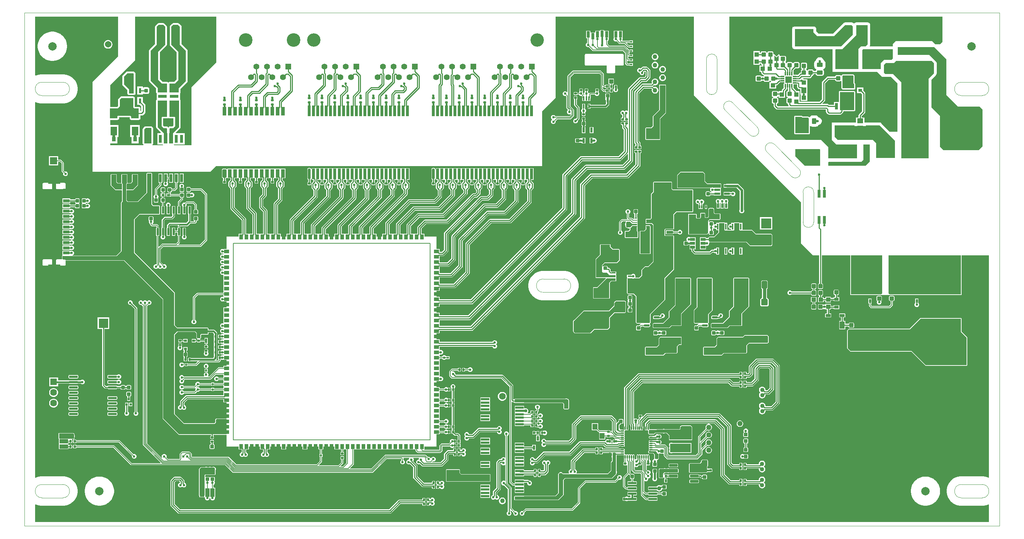
<source format=gtl>
G04*
G04 #@! TF.GenerationSoftware,Altium Limited,Altium Designer,23.1.1 (15)*
G04*
G04 Layer_Physical_Order=1*
G04 Layer_Color=255*
%FSLAX44Y44*%
%MOMM*%
G71*
G04*
G04 #@! TF.SameCoordinates,5873BA87-B4A8-4489-8BBC-5F2359CC4874*
G04*
G04*
G04 #@! TF.FilePolarity,Positive*
G04*
G01*
G75*
%ADD10C,0.2000*%
%ADD12C,0.1270*%
%ADD14C,0.2540*%
%ADD18C,0.7620*%
%ADD21C,0.5080*%
%ADD23C,0.0254*%
%ADD24C,0.1020*%
%ADD25C,0.1016*%
%ADD26R,2.9000X2.4000*%
%ADD27R,0.9000X1.2000*%
%ADD28R,1.2000X0.9000*%
G04:AMPARAMS|DCode=29|XSize=0.5mm|YSize=0.6mm|CornerRadius=0.05mm|HoleSize=0mm|Usage=FLASHONLY|Rotation=180.000|XOffset=0mm|YOffset=0mm|HoleType=Round|Shape=RoundedRectangle|*
%AMROUNDEDRECTD29*
21,1,0.5000,0.5000,0,0,180.0*
21,1,0.4000,0.6000,0,0,180.0*
1,1,0.1000,-0.2000,0.2500*
1,1,0.1000,0.2000,0.2500*
1,1,0.1000,0.2000,-0.2500*
1,1,0.1000,-0.2000,-0.2500*
%
%ADD29ROUNDEDRECTD29*%
%ADD30R,0.6000X1.1000*%
G04:AMPARAMS|DCode=31|XSize=0.5mm|YSize=0.6mm|CornerRadius=0.05mm|HoleSize=0mm|Usage=FLASHONLY|Rotation=270.000|XOffset=0mm|YOffset=0mm|HoleType=Round|Shape=RoundedRectangle|*
%AMROUNDEDRECTD31*
21,1,0.5000,0.5000,0,0,270.0*
21,1,0.4000,0.6000,0,0,270.0*
1,1,0.1000,-0.2500,-0.2000*
1,1,0.1000,-0.2500,0.2000*
1,1,0.1000,0.2500,0.2000*
1,1,0.1000,0.2500,-0.2000*
%
%ADD31ROUNDEDRECTD31*%
G04:AMPARAMS|DCode=32|XSize=0.9mm|YSize=0.8mm|CornerRadius=0.1mm|HoleSize=0mm|Usage=FLASHONLY|Rotation=180.000|XOffset=0mm|YOffset=0mm|HoleType=Round|Shape=RoundedRectangle|*
%AMROUNDEDRECTD32*
21,1,0.9000,0.6000,0,0,180.0*
21,1,0.7000,0.8000,0,0,180.0*
1,1,0.2000,-0.3500,0.3000*
1,1,0.2000,0.3500,0.3000*
1,1,0.2000,0.3500,-0.3000*
1,1,0.2000,-0.3500,-0.3000*
%
%ADD32ROUNDEDRECTD32*%
%ADD33R,3.2000X2.3000*%
%ADD34R,2.0000X0.6000*%
%ADD35R,1.2000X1.4000*%
%ADD36C,2.0000*%
%ADD37R,3.2000X1.6000*%
G04:AMPARAMS|DCode=38|XSize=1.25mm|YSize=1.15mm|CornerRadius=0.1438mm|HoleSize=0mm|Usage=FLASHONLY|Rotation=90.000|XOffset=0mm|YOffset=0mm|HoleType=Round|Shape=RoundedRectangle|*
%AMROUNDEDRECTD38*
21,1,1.2500,0.8625,0,0,90.0*
21,1,0.9625,1.1500,0,0,90.0*
1,1,0.2875,0.4313,0.4813*
1,1,0.2875,0.4313,-0.4813*
1,1,0.2875,-0.4313,-0.4813*
1,1,0.2875,-0.4313,0.4813*
%
%ADD38ROUNDEDRECTD38*%
%ADD39R,2.2300X1.4200*%
G04:AMPARAMS|DCode=40|XSize=0.91mm|YSize=0.93mm|CornerRadius=0.1138mm|HoleSize=0mm|Usage=FLASHONLY|Rotation=90.000|XOffset=0mm|YOffset=0mm|HoleType=Round|Shape=RoundedRectangle|*
%AMROUNDEDRECTD40*
21,1,0.9100,0.7025,0,0,90.0*
21,1,0.6825,0.9300,0,0,90.0*
1,1,0.2275,0.3513,0.3413*
1,1,0.2275,0.3513,-0.3413*
1,1,0.2275,-0.3513,-0.3413*
1,1,0.2275,-0.3513,0.3413*
%
%ADD40ROUNDEDRECTD40*%
%ADD41R,0.3000X0.7500*%
%ADD42R,1.3000X0.9000*%
%ADD43R,1.4000X0.6000*%
%ADD44R,0.5500X1.0500*%
%ADD45R,1.2000X0.6500*%
%ADD46R,2.3000X3.2300*%
%ADD47R,0.9500X0.3500*%
G04:AMPARAMS|DCode=48|XSize=0.6mm|YSize=0.24mm|CornerRadius=0.03mm|HoleSize=0mm|Usage=FLASHONLY|Rotation=180.000|XOffset=0mm|YOffset=0mm|HoleType=Round|Shape=RoundedRectangle|*
%AMROUNDEDRECTD48*
21,1,0.6000,0.1800,0,0,180.0*
21,1,0.5400,0.2400,0,0,180.0*
1,1,0.0600,-0.2700,0.0900*
1,1,0.0600,0.2700,0.0900*
1,1,0.0600,0.2700,-0.0900*
1,1,0.0600,-0.2700,-0.0900*
%
%ADD48ROUNDEDRECTD48*%
%ADD49R,3.3000X4.5000*%
%ADD50R,3.5052X2.2606*%
%ADD51R,5.0038X2.1082*%
%ADD52R,1.5250X0.6500*%
%ADD53R,0.4500X1.4750*%
G04:AMPARAMS|DCode=54|XSize=0.95mm|YSize=2.05mm|CornerRadius=0.2375mm|HoleSize=0mm|Usage=FLASHONLY|Rotation=180.000|XOffset=0mm|YOffset=0mm|HoleType=Round|Shape=RoundedRectangle|*
%AMROUNDEDRECTD54*
21,1,0.9500,1.5750,0,0,180.0*
21,1,0.4750,2.0500,0,0,180.0*
1,1,0.4750,-0.2375,0.7875*
1,1,0.4750,0.2375,0.7875*
1,1,0.4750,0.2375,-0.7875*
1,1,0.4750,-0.2375,-0.7875*
%
%ADD54ROUNDEDRECTD54*%
%ADD55R,0.9500X2.0500*%
G04:AMPARAMS|DCode=56|XSize=0.64mm|YSize=2.54mm|CornerRadius=0.16mm|HoleSize=0mm|Usage=FLASHONLY|Rotation=180.000|XOffset=0mm|YOffset=0mm|HoleType=Round|Shape=RoundedRectangle|*
%AMROUNDEDRECTD56*
21,1,0.6400,2.2200,0,0,180.0*
21,1,0.3200,2.5400,0,0,180.0*
1,1,0.3200,-0.1600,1.1100*
1,1,0.3200,0.1600,1.1100*
1,1,0.3200,0.1600,-1.1100*
1,1,0.3200,-0.1600,-1.1100*
%
%ADD56ROUNDEDRECTD56*%
%ADD57R,0.6400X2.5400*%
G04:AMPARAMS|DCode=58|XSize=0.74mm|YSize=0.22mm|CornerRadius=0.0275mm|HoleSize=0mm|Usage=FLASHONLY|Rotation=90.000|XOffset=0mm|YOffset=0mm|HoleType=Round|Shape=RoundedRectangle|*
%AMROUNDEDRECTD58*
21,1,0.7400,0.1650,0,0,90.0*
21,1,0.6850,0.2200,0,0,90.0*
1,1,0.0550,0.0825,0.3425*
1,1,0.0550,0.0825,-0.3425*
1,1,0.0550,-0.0825,-0.3425*
1,1,0.0550,-0.0825,0.3425*
%
%ADD58ROUNDEDRECTD58*%
G04:AMPARAMS|DCode=59|XSize=1.37mm|YSize=0.59mm|CornerRadius=0.1475mm|HoleSize=0mm|Usage=FLASHONLY|Rotation=0.000|XOffset=0mm|YOffset=0mm|HoleType=Round|Shape=RoundedRectangle|*
%AMROUNDEDRECTD59*
21,1,1.3700,0.2950,0,0,0.0*
21,1,1.0750,0.5900,0,0,0.0*
1,1,0.2950,0.5375,-0.1475*
1,1,0.2950,-0.5375,-0.1475*
1,1,0.2950,-0.5375,0.1475*
1,1,0.2950,0.5375,0.1475*
%
%ADD59ROUNDEDRECTD59*%
G04:AMPARAMS|DCode=60|XSize=1.97mm|YSize=0.6mm|CornerRadius=0.075mm|HoleSize=0mm|Usage=FLASHONLY|Rotation=180.000|XOffset=0mm|YOffset=0mm|HoleType=Round|Shape=RoundedRectangle|*
%AMROUNDEDRECTD60*
21,1,1.9700,0.4500,0,0,180.0*
21,1,1.8200,0.6000,0,0,180.0*
1,1,0.1500,-0.9100,0.2250*
1,1,0.1500,0.9100,0.2250*
1,1,0.1500,0.9100,-0.2250*
1,1,0.1500,-0.9100,-0.2250*
%
%ADD60ROUNDEDRECTD60*%
G04:AMPARAMS|DCode=61|XSize=0.86mm|YSize=0.26mm|CornerRadius=0.0702mm|HoleSize=0mm|Usage=FLASHONLY|Rotation=90.000|XOffset=0mm|YOffset=0mm|HoleType=Round|Shape=RoundedRectangle|*
%AMROUNDEDRECTD61*
21,1,0.8600,0.1196,0,0,90.0*
21,1,0.7196,0.2600,0,0,90.0*
1,1,0.1404,0.0598,0.3598*
1,1,0.1404,0.0598,-0.3598*
1,1,0.1404,-0.0598,-0.3598*
1,1,0.1404,-0.0598,0.3598*
%
%ADD61ROUNDEDRECTD61*%
G04:AMPARAMS|DCode=62|XSize=0.86mm|YSize=0.26mm|CornerRadius=0.0702mm|HoleSize=0mm|Usage=FLASHONLY|Rotation=0.000|XOffset=0mm|YOffset=0mm|HoleType=Round|Shape=RoundedRectangle|*
%AMROUNDEDRECTD62*
21,1,0.8600,0.1196,0,0,0.0*
21,1,0.7196,0.2600,0,0,0.0*
1,1,0.1404,0.3598,-0.0598*
1,1,0.1404,-0.3598,-0.0598*
1,1,0.1404,-0.3598,0.0598*
1,1,0.1404,0.3598,0.0598*
%
%ADD62ROUNDEDRECTD62*%
G04:AMPARAMS|DCode=63|XSize=1.98mm|YSize=0.59mm|CornerRadius=0.0738mm|HoleSize=0mm|Usage=FLASHONLY|Rotation=180.000|XOffset=0mm|YOffset=0mm|HoleType=Round|Shape=RoundedRectangle|*
%AMROUNDEDRECTD63*
21,1,1.9800,0.4425,0,0,180.0*
21,1,1.8325,0.5900,0,0,180.0*
1,1,0.1475,-0.9163,0.2213*
1,1,0.1475,0.9163,0.2213*
1,1,0.1475,0.9163,-0.2213*
1,1,0.1475,-0.9163,-0.2213*
%
%ADD63ROUNDEDRECTD63*%
%ADD64R,0.5000X0.6000*%
G04:AMPARAMS|DCode=65|XSize=2.05mm|YSize=0.59mm|CornerRadius=0.0738mm|HoleSize=0mm|Usage=FLASHONLY|Rotation=0.000|XOffset=0mm|YOffset=0mm|HoleType=Round|Shape=RoundedRectangle|*
%AMROUNDEDRECTD65*
21,1,2.0500,0.4425,0,0,0.0*
21,1,1.9025,0.5900,0,0,0.0*
1,1,0.1475,0.9513,-0.2213*
1,1,0.1475,-0.9513,-0.2213*
1,1,0.1475,-0.9513,0.2213*
1,1,0.1475,0.9513,0.2213*
%
%ADD65ROUNDEDRECTD65*%
%ADD66R,2.7200X1.1600*%
%ADD67R,2.0000X4.0000*%
%ADD68R,2.1000X3.0000*%
%ADD69R,1.0000X2.0000*%
%ADD70R,3.0000X2.1000*%
%ADD71R,1.6000X0.8000*%
G04:AMPARAMS|DCode=72|XSize=0.9mm|YSize=0.8mm|CornerRadius=0.1mm|HoleSize=0mm|Usage=FLASHONLY|Rotation=90.000|XOffset=0mm|YOffset=0mm|HoleType=Round|Shape=RoundedRectangle|*
%AMROUNDEDRECTD72*
21,1,0.9000,0.6000,0,0,90.0*
21,1,0.7000,0.8000,0,0,90.0*
1,1,0.2000,0.3000,0.3500*
1,1,0.2000,0.3000,-0.3500*
1,1,0.2000,-0.3000,-0.3500*
1,1,0.2000,-0.3000,0.3500*
%
%ADD72ROUNDEDRECTD72*%
%ADD73C,1.2700*%
%ADD74R,1.5500X2.1000*%
%ADD75R,0.9600X1.1200*%
G04:AMPARAMS|DCode=76|XSize=1.25mm|YSize=1.15mm|CornerRadius=0.1438mm|HoleSize=0mm|Usage=FLASHONLY|Rotation=0.000|XOffset=0mm|YOffset=0mm|HoleType=Round|Shape=RoundedRectangle|*
%AMROUNDEDRECTD76*
21,1,1.2500,0.8625,0,0,0.0*
21,1,0.9625,1.1500,0,0,0.0*
1,1,0.2875,0.4813,-0.4313*
1,1,0.2875,-0.4813,-0.4313*
1,1,0.2875,-0.4813,0.4313*
1,1,0.2875,0.4813,0.4313*
%
%ADD76ROUNDEDRECTD76*%
G04:AMPARAMS|DCode=77|XSize=1.21mm|YSize=0.58mm|CornerRadius=0.0725mm|HoleSize=0mm|Usage=FLASHONLY|Rotation=270.000|XOffset=0mm|YOffset=0mm|HoleType=Round|Shape=RoundedRectangle|*
%AMROUNDEDRECTD77*
21,1,1.2100,0.4350,0,0,270.0*
21,1,1.0650,0.5800,0,0,270.0*
1,1,0.1450,-0.2175,-0.5325*
1,1,0.1450,-0.2175,0.5325*
1,1,0.1450,0.2175,0.5325*
1,1,0.1450,0.2175,-0.5325*
%
%ADD77ROUNDEDRECTD77*%
%ADD78R,0.5334X1.7018*%
%ADD79R,0.7800X0.4700*%
%ADD80R,0.6500X1.9500*%
%ADD81R,0.8400X0.8400*%
%ADD82R,0.4000X1.0000*%
%ADD83R,0.5000X1.1250*%
%ADD84R,0.7000X0.6000*%
%ADD85R,0.7000X1.0000*%
%ADD86R,3.3600X4.8600*%
%ADD87R,1.3900X1.4000*%
%ADD88R,0.3000X0.8500*%
%ADD89R,0.8500X0.3000*%
%ADD90R,1.2500X1.2500*%
%ADD91R,1.1500X1.4700*%
%ADD92R,3.0000X1.4500*%
G04:AMPARAMS|DCode=93|XSize=0.94mm|YSize=1.77mm|CornerRadius=0.0658mm|HoleSize=0mm|Usage=FLASHONLY|Rotation=0.000|XOffset=0mm|YOffset=0mm|HoleType=Round|Shape=RoundedRectangle|*
%AMROUNDEDRECTD93*
21,1,0.9400,1.6384,0,0,0.0*
21,1,0.8084,1.7700,0,0,0.0*
1,1,0.1316,0.4042,-0.8192*
1,1,0.1316,-0.4042,-0.8192*
1,1,0.1316,-0.4042,0.8192*
1,1,0.1316,0.4042,0.8192*
%
%ADD93ROUNDEDRECTD93*%
G04:AMPARAMS|DCode=94|XSize=1.09mm|YSize=1.77mm|CornerRadius=0.0763mm|HoleSize=0mm|Usage=FLASHONLY|Rotation=0.000|XOffset=0mm|YOffset=0mm|HoleType=Round|Shape=RoundedRectangle|*
%AMROUNDEDRECTD94*
21,1,1.0900,1.6174,0,0,0.0*
21,1,0.9374,1.7700,0,0,0.0*
1,1,0.1526,0.4687,-0.8087*
1,1,0.1526,-0.4687,-0.8087*
1,1,0.1526,-0.4687,0.8087*
1,1,0.1526,0.4687,0.8087*
%
%ADD94ROUNDEDRECTD94*%
G04:AMPARAMS|DCode=95|XSize=1mm|YSize=1.42mm|CornerRadius=0.125mm|HoleSize=0mm|Usage=FLASHONLY|Rotation=90.000|XOffset=0mm|YOffset=0mm|HoleType=Round|Shape=RoundedRectangle|*
%AMROUNDEDRECTD95*
21,1,1.0000,1.1700,0,0,90.0*
21,1,0.7500,1.4200,0,0,90.0*
1,1,0.2500,0.5850,0.3750*
1,1,0.2500,0.5850,-0.3750*
1,1,0.2500,-0.5850,-0.3750*
1,1,0.2500,-0.5850,0.3750*
%
%ADD95ROUNDEDRECTD95*%
%ADD96R,4.3500X2.1000*%
%ADD97R,1.0000X1.1000*%
%ADD98R,1.2100X1.8200*%
G04:AMPARAMS|DCode=99|XSize=1.21mm|YSize=0.73mm|CornerRadius=0.0657mm|HoleSize=0mm|Usage=FLASHONLY|Rotation=180.000|XOffset=0mm|YOffset=0mm|HoleType=Round|Shape=RoundedRectangle|*
%AMROUNDEDRECTD99*
21,1,1.2100,0.5986,0,0,180.0*
21,1,1.0786,0.7300,0,0,180.0*
1,1,0.1314,-0.5393,0.2993*
1,1,0.1314,0.5393,0.2993*
1,1,0.1314,0.5393,-0.2993*
1,1,0.1314,-0.5393,-0.2993*
%
%ADD99ROUNDEDRECTD99*%
%ADD100R,0.6500X1.8500*%
%ADD101R,1.1000X0.6500*%
%ADD102R,0.5000X0.9250*%
%ADD103R,0.6000X0.8000*%
%ADD104R,4.4100X3.6550*%
%ADD105R,4.9000X4.0000*%
%ADD106R,1.2700X3.0500*%
%ADD107R,0.9720X0.8020*%
%ADD108R,0.6500X1.5250*%
%ADD109R,1.6000X5.6000*%
G04:AMPARAMS|DCode=112|XSize=0.94mm|YSize=1.02mm|CornerRadius=0.094mm|HoleSize=0mm|Usage=FLASHONLY|Rotation=0.000|XOffset=0mm|YOffset=0mm|HoleType=Round|Shape=RoundedRectangle|*
%AMROUNDEDRECTD112*
21,1,0.9400,0.8320,0,0,0.0*
21,1,0.7520,1.0200,0,0,0.0*
1,1,0.1880,0.3760,-0.4160*
1,1,0.1880,-0.3760,-0.4160*
1,1,0.1880,-0.3760,0.4160*
1,1,0.1880,0.3760,0.4160*
%
%ADD112ROUNDEDRECTD112*%
%ADD113R,1.8800X1.1000*%
%ADD114R,2.7200X1.5300*%
%ADD115R,2.0000X1.0000*%
%ADD116R,4.2400X3.8100*%
%ADD117R,2.5000X2.3000*%
%ADD118R,0.6000X1.1500*%
%ADD119R,0.5000X0.4000*%
%ADD120R,0.6200X0.4000*%
%ADD121R,0.2000X0.4300*%
%ADD122R,1.0160X0.8128*%
%ADD123R,1.3000X1.4000*%
%ADD124R,0.8000X1.5000*%
%ADD125R,1.4000X1.9000*%
%ADD126R,1.0000X1.0400*%
%ADD127R,1.2000X1.4000*%
%ADD128R,5.6000X1.6000*%
%ADD129R,1.1000X1.0000*%
%ADD130R,0.4000X0.6200*%
%ADD131R,0.4000X0.5000*%
G04:AMPARAMS|DCode=132|XSize=0.94mm|YSize=1.02mm|CornerRadius=0.094mm|HoleSize=0mm|Usage=FLASHONLY|Rotation=90.000|XOffset=0mm|YOffset=0mm|HoleType=Round|Shape=RoundedRectangle|*
%AMROUNDEDRECTD132*
21,1,0.9400,0.8320,0,0,90.0*
21,1,0.7520,1.0200,0,0,90.0*
1,1,0.1880,0.4160,0.3760*
1,1,0.1880,0.4160,-0.3760*
1,1,0.1880,-0.4160,-0.3760*
1,1,0.1880,-0.4160,0.3760*
%
%ADD132ROUNDEDRECTD132*%
G04:AMPARAMS|DCode=133|XSize=1mm|YSize=1.42mm|CornerRadius=0.125mm|HoleSize=0mm|Usage=FLASHONLY|Rotation=180.000|XOffset=0mm|YOffset=0mm|HoleType=Round|Shape=RoundedRectangle|*
%AMROUNDEDRECTD133*
21,1,1.0000,1.1700,0,0,180.0*
21,1,0.7500,1.4200,0,0,180.0*
1,1,0.2500,-0.3750,0.5850*
1,1,0.2500,0.3750,0.5850*
1,1,0.2500,0.3750,-0.5850*
1,1,0.2500,-0.3750,-0.5850*
%
%ADD133ROUNDEDRECTD133*%
%ADD134R,1.4700X1.1500*%
%ADD135R,1.5300X2.7200*%
%ADD136R,2.1082X5.0038*%
%ADD137R,1.1600X2.7200*%
G04:AMPARAMS|DCode=138|XSize=1.85mm|YSize=1.3mm|CornerRadius=0.1625mm|HoleSize=0mm|Usage=FLASHONLY|Rotation=270.000|XOffset=0mm|YOffset=0mm|HoleType=Round|Shape=RoundedRectangle|*
%AMROUNDEDRECTD138*
21,1,1.8500,0.9750,0,0,270.0*
21,1,1.5250,1.3000,0,0,270.0*
1,1,0.3250,-0.4875,-0.7625*
1,1,0.3250,-0.4875,0.7625*
1,1,0.3250,0.4875,0.7625*
1,1,0.3250,0.4875,-0.7625*
%
%ADD138ROUNDEDRECTD138*%
G04:AMPARAMS|DCode=139|XSize=1.85mm|YSize=1.3mm|CornerRadius=0.1625mm|HoleSize=0mm|Usage=FLASHONLY|Rotation=180.000|XOffset=0mm|YOffset=0mm|HoleType=Round|Shape=RoundedRectangle|*
%AMROUNDEDRECTD139*
21,1,1.8500,0.9750,0,0,180.0*
21,1,1.5250,1.3000,0,0,180.0*
1,1,0.3250,-0.7625,0.4875*
1,1,0.3250,0.7625,0.4875*
1,1,0.3250,0.7625,-0.4875*
1,1,0.3250,-0.7625,-0.4875*
%
%ADD139ROUNDEDRECTD139*%
%ADD140R,4.0000X2.0000*%
%ADD259C,0.2286*%
%ADD263C,0.6000*%
G04:AMPARAMS|DCode=294|XSize=1.65mm|YSize=2.4mm|CornerRadius=0.0413mm|HoleSize=0mm|Usage=FLASHONLY|Rotation=180.000|XOffset=0mm|YOffset=0mm|HoleType=Round|Shape=RoundedRectangle|*
%AMROUNDEDRECTD294*
21,1,1.6500,2.3175,0,0,180.0*
21,1,1.5675,2.4000,0,0,180.0*
1,1,0.0825,-0.7838,1.1588*
1,1,0.0825,0.7838,1.1588*
1,1,0.0825,0.7838,-1.1588*
1,1,0.0825,-0.7838,-1.1588*
%
%ADD294ROUNDEDRECTD294*%
%ADD295R,2.1500X3.5000*%
%ADD296R,4.0250X4.0250*%
%ADD297R,2.0000X0.8000*%
%ADD298R,2.0000X1.8500*%
%ADD299C,0.3810*%
%ADD300C,0.2205*%
%ADD301C,0.2860*%
%ADD302C,0.2921*%
%ADD303C,0.1537*%
%ADD304C,0.5842*%
%ADD305C,0.2032*%
%ADD306C,0.6350*%
%ADD307C,0.2057*%
%ADD308C,0.4572*%
%ADD309C,0.2145*%
%ADD310C,0.2290*%
%ADD311C,6.2000*%
%ADD312C,1.1000*%
%ADD313C,1.6000*%
%ADD314C,2.3000*%
%ADD315C,1.0160*%
%ADD316C,1.2480*%
%ADD317C,2.0250*%
%ADD318C,0.3000*%
%ADD319R,1.6200X1.6200*%
%ADD320C,1.6200*%
%ADD321C,1.9500*%
%ADD322C,1.5400*%
%ADD323O,1.4000X2.8000*%
%ADD324O,1.2000X2.4000*%
%ADD325R,1.1000X1.1000*%
%ADD326C,1.3980*%
%ADD327C,3.2500*%
%ADD328R,1.3980X1.3980*%
%ADD329R,1.4080X1.4080*%
%ADD330C,1.4080*%
%ADD331C,3.2000*%
%ADD332C,2.2500*%
%ADD333R,2.2500X2.2500*%
G04:AMPARAMS|DCode=334|XSize=1.5mm|YSize=1.5mm|CornerRadius=0.1875mm|HoleSize=0mm|Usage=FLASHONLY|Rotation=90.000|XOffset=0mm|YOffset=0mm|HoleType=Round|Shape=RoundedRectangle|*
%AMROUNDEDRECTD334*
21,1,1.5000,1.1250,0,0,90.0*
21,1,1.1250,1.5000,0,0,90.0*
1,1,0.3750,0.5625,0.5625*
1,1,0.3750,0.5625,-0.5625*
1,1,0.3750,-0.5625,-0.5625*
1,1,0.3750,-0.5625,0.5625*
%
%ADD334ROUNDEDRECTD334*%
%ADD335C,1.5000*%
%ADD336R,1.8000X1.8000*%
%ADD337C,1.8000*%
%ADD338C,3.6000*%
%ADD339O,1.6500X3.3000*%
%ADD340R,1.7250X1.7250*%
%ADD341C,1.7250*%
%ADD342C,3.8100*%
%ADD343R,2.4750X2.4750*%
%ADD344C,2.4750*%
%ADD345C,1.0000*%
%ADD346C,0.7620*%
G36*
X1977644Y1194562D02*
Y1174762D01*
X1949184Y1146302D01*
X1839214Y1146302D01*
Y1187704D01*
X1883918D01*
Y1179830D01*
X1893062Y1170686D01*
X1932940Y1170686D01*
X1959864Y1197610D01*
X1974596D01*
X1977644Y1194562D01*
D02*
G37*
G36*
X2191512Y1156970D02*
X2185924Y1151382D01*
X2174494D01*
X2166874Y1159002D01*
X2080006Y1159002D01*
X2073402Y1152398D01*
Y1146302D01*
X2018565D01*
X2017886Y1147572D01*
X2018678Y1148757D01*
X2019170Y1151235D01*
Y1197610D01*
X2018678Y1200088D01*
X2017274Y1202188D01*
X2015174Y1203592D01*
X2012696Y1204084D01*
X1986026D01*
X1983548Y1203592D01*
X1981448Y1202188D01*
X1981093Y1201657D01*
X1979829Y1201533D01*
X1979174Y1202188D01*
X1977074Y1203592D01*
X1974596Y1204084D01*
X1959864D01*
X1957386Y1203592D01*
X1955286Y1202188D01*
X1930258Y1177160D01*
X1895744Y1177160D01*
X1890392Y1182512D01*
Y1187704D01*
X1889900Y1190182D01*
X1889012Y1191510D01*
Y1193038D01*
X1887365D01*
X1886396Y1193686D01*
X1883918Y1194178D01*
X1839214D01*
X1836736Y1193686D01*
X1835767Y1193038D01*
X1833912D01*
Y1191199D01*
X1833232Y1190182D01*
X1832740Y1187704D01*
Y1146302D01*
X1833232Y1143825D01*
X1833912Y1142807D01*
Y1142238D01*
X1834293D01*
X1834636Y1141724D01*
X1836736Y1140321D01*
X1839214Y1139828D01*
X1929638Y1139827D01*
Y1085342D01*
X2035810D01*
X2047494Y1073658D01*
X2068830D01*
X2084324Y1058164D01*
Y942848D01*
X2065540D01*
X2046230Y962158D01*
X2046180Y962192D01*
X2044313Y964058D01*
X2005060D01*
Y976702D01*
X1999055D01*
Y979941D01*
X2006299Y987185D01*
X2007141Y988446D01*
X2007437Y989932D01*
Y1034122D01*
X2007141Y1035609D01*
X2006299Y1036869D01*
X2002570Y1040598D01*
Y1048204D01*
X1987770D01*
Y1035104D01*
X1997076D01*
X1999667Y1032513D01*
Y991541D01*
X1992423Y984297D01*
X1991581Y983037D01*
X1991285Y981550D01*
Y976702D01*
X1985280D01*
Y964058D01*
X1927735D01*
Y923036D01*
X1938403Y912368D01*
X1988058D01*
Y879348D01*
X1918716D01*
Y905764D01*
X1901444Y923036D01*
X1818132D01*
X1683004Y1058164D01*
Y1217422D01*
X2191512D01*
Y1156970D01*
D02*
G37*
G36*
X2012696Y1151235D02*
X2007764Y1146302D01*
X1996948D01*
X1991106Y1140460D01*
Y1092200D01*
X1936242D01*
Y1138800D01*
X1937140Y1139698D01*
X1951736Y1139698D01*
X1986026Y1173988D01*
Y1197610D01*
X2012696D01*
Y1151235D01*
D02*
G37*
G36*
X2073402Y1117854D02*
X2069846Y1114298D01*
X2052270Y1114298D01*
X2044700Y1106728D01*
Y1091946D01*
X1999996D01*
Y1137920D01*
X2001774Y1139698D01*
X2073402Y1139698D01*
Y1117854D01*
D02*
G37*
G36*
X2201418Y1115568D02*
Y1030223D01*
X2229358Y1002284D01*
X2281018D01*
X2287524Y995778D01*
X2287524Y951653D01*
Y907288D01*
X2278380Y898144D01*
X2194560D01*
X2185670Y907034D01*
Y980444D01*
X2176018Y990094D01*
X2165350Y1000762D01*
Y1066534D01*
X2176018Y1077202D01*
X2176018Y1077202D01*
X2176018Y1077202D01*
X2176024Y1077208D01*
X2177428Y1079308D01*
X2177920Y1081786D01*
Y1106424D01*
X2177428Y1108902D01*
X2176024Y1111002D01*
X2170690Y1116336D01*
X2170690Y1116336D01*
X2160790Y1126236D01*
X2084832D01*
Y1144524D01*
X2172462D01*
X2201418Y1115568D01*
D02*
G37*
G36*
X335790Y1193521D02*
X335790Y1150628D01*
X319278Y1134115D01*
Y1066546D01*
X328168Y1057656D01*
X340360D01*
Y1036828D01*
X318008D01*
Y1047496D01*
X300990Y1064514D01*
Y1136142D01*
X315465Y1150617D01*
X315465Y1193462D01*
X320091Y1198087D01*
X331224Y1198087D01*
X335790Y1193521D01*
D02*
G37*
G36*
X370855Y1193456D02*
X370856Y1150604D01*
X385318Y1136142D01*
Y1085575D01*
X385318Y1063498D01*
X368300Y1046480D01*
Y1036787D01*
X345948D01*
Y1057656D01*
X358394D01*
X367030Y1066292D01*
Y1134110D01*
X350519Y1150621D01*
X350519Y1193516D01*
X355091Y1198087D01*
X366224D01*
X370855Y1193456D01*
D02*
G37*
G36*
X259334Y1000760D02*
X262128Y997966D01*
X272542D01*
Y974598D01*
X254762D01*
Y978916D01*
X252730Y980948D01*
X223266D01*
X221742Y979424D01*
Y974598D01*
X203962D01*
Y997966D01*
X222256D01*
X227349Y1003059D01*
Y1019321D01*
X230886Y1022858D01*
X259334D01*
Y1000760D01*
D02*
G37*
G36*
X343353Y975661D02*
X344613Y974819D01*
X346099Y974523D01*
X355271Y974523D01*
Y957824D01*
X352613Y955165D01*
X347268D01*
X345781Y954869D01*
X344521Y954027D01*
X344022Y953529D01*
X343240Y952929D01*
X342277Y953536D01*
X341835Y953979D01*
X340574Y954821D01*
X339088Y955116D01*
X333077Y955116D01*
X330994Y957199D01*
Y974526D01*
X340292D01*
X341778Y974821D01*
X343039Y975663D01*
X343351D01*
X343353Y975661D01*
D02*
G37*
G36*
X340292Y978410D02*
X328503D01*
X327110Y977017D01*
Y955590D01*
X331468Y951232D01*
X339088Y951232D01*
X340292Y950028D01*
Y939616D01*
X341114Y938793D01*
Y914919D01*
X332486D01*
Y938785D01*
X318008Y953263D01*
Y1017016D01*
X340292D01*
Y978410D01*
D02*
G37*
G36*
X368424Y953430D02*
X354023Y939030D01*
Y914908D01*
X345186D01*
Y939083D01*
X346099Y939996D01*
Y950112D01*
X347268Y951280D01*
X354222D01*
X359156Y956215D01*
Y977098D01*
X357846Y978408D01*
X346099Y978408D01*
Y1017016D01*
X368424D01*
Y953430D01*
D02*
G37*
G36*
X303024Y950011D02*
X303023Y914908D01*
X285916D01*
Y948514D01*
X288858Y951457D01*
X301578D01*
X303024Y950011D01*
D02*
G37*
G36*
X457724Y1108218D02*
X398272Y1048766D01*
Y910336D01*
X356616D01*
X356214Y911560D01*
X356905Y912279D01*
X381963D01*
Y939399D01*
X361545D01*
X361059Y940572D01*
X371170Y950684D01*
X372012Y951944D01*
X372308Y953430D01*
Y1017016D01*
X372012Y1018503D01*
X371170Y1019763D01*
X370964Y1019901D01*
Y1033985D01*
X371047Y1034040D01*
X371889Y1035301D01*
X372185Y1036787D01*
Y1044871D01*
X388065Y1060751D01*
X388907Y1062011D01*
X389203Y1063498D01*
X389203Y1085575D01*
Y1136142D01*
X388907Y1137629D01*
X388065Y1138889D01*
X374740Y1152213D01*
X374740Y1193456D01*
X374445Y1194942D01*
X373602Y1196203D01*
X368971Y1200834D01*
X367711Y1201676D01*
X366224Y1201972D01*
X355091D01*
X353604Y1201676D01*
X352344Y1200834D01*
X347772Y1196263D01*
X346930Y1195002D01*
X346634Y1193516D01*
X346635Y1150621D01*
X346930Y1149134D01*
X347772Y1147874D01*
X363145Y1132501D01*
Y1067901D01*
X356785Y1061541D01*
X345948D01*
X344461Y1061245D01*
X344192Y1061065D01*
X343154Y1060432D01*
X342116Y1061065D01*
X341847Y1061245D01*
X340360Y1061541D01*
X329777D01*
X323162Y1068155D01*
Y1132506D01*
X338537Y1147881D01*
X339380Y1149141D01*
X339675Y1150628D01*
X339675Y1193521D01*
X339379Y1195007D01*
X338537Y1196268D01*
X333971Y1200835D01*
X332710Y1201676D01*
X332710Y1201676D01*
X331896Y1201839D01*
X331224Y1201972D01*
X320090Y1201972D01*
X319536Y1201861D01*
X318604Y1201676D01*
X317344Y1200834D01*
X312718Y1196208D01*
X311876Y1194948D01*
X311580Y1193462D01*
X311580Y1152226D01*
X298243Y1138889D01*
X297401Y1137629D01*
X297105Y1136142D01*
Y1064514D01*
X297401Y1063027D01*
X298243Y1061767D01*
X314123Y1045887D01*
Y1036828D01*
X314419Y1035341D01*
X315261Y1034081D01*
X315343Y1034026D01*
Y1019818D01*
X315261Y1019763D01*
X314419Y1018503D01*
X314123Y1017016D01*
Y953263D01*
X314419Y951777D01*
X315261Y950517D01*
X325205Y940572D01*
X324719Y939399D01*
X317043D01*
Y912279D01*
X329622D01*
X330320Y911557D01*
X329921Y910336D01*
X305324D01*
X304934Y911602D01*
X305770Y912161D01*
X305770Y912161D01*
X306612Y913421D01*
X306908Y914908D01*
X306908Y950011D01*
X306613Y951497D01*
X305771Y952757D01*
X304325Y954203D01*
X303065Y955045D01*
X301578Y955341D01*
X288858D01*
X287372Y955045D01*
X286112Y954203D01*
X283169Y951261D01*
X282327Y950001D01*
X282032Y948514D01*
Y914908D01*
X282327Y913421D01*
X283169Y912161D01*
X284000Y911606D01*
X283615Y910336D01*
X204216D01*
Y913620D01*
X204241Y914879D01*
X221461D01*
Y929890D01*
X224411D01*
Y958510D01*
X204216D01*
Y970713D01*
X221742D01*
X223229Y971009D01*
X224489Y971851D01*
X225331Y973111D01*
X225627Y974598D01*
Y977063D01*
X250877D01*
Y974598D01*
X251173Y973111D01*
X252015Y971851D01*
X253275Y971009D01*
X254762Y970713D01*
X272542D01*
X274029Y971009D01*
X275289Y971851D01*
X276131Y973111D01*
X276427Y974598D01*
Y981021D01*
X279318D01*
X281300Y981415D01*
X282980Y982538D01*
X287127Y986684D01*
X288249Y988364D01*
X288643Y990346D01*
Y1005223D01*
X288249Y1007206D01*
X287127Y1008886D01*
X282248Y1013765D01*
Y1025560D01*
X268627D01*
Y1006440D01*
X274923D01*
X278284Y1003078D01*
Y992975D01*
X277697Y992527D01*
X276427Y993156D01*
Y997966D01*
X276131Y999453D01*
X275289Y1000713D01*
X274029Y1001555D01*
X272542Y1001851D01*
X263737D01*
X263219Y1002369D01*
Y1006440D01*
X263247D01*
Y1025560D01*
X262111D01*
X262081Y1025605D01*
X260821Y1026447D01*
X259334Y1026743D01*
X230886D01*
X229399Y1026447D01*
X228139Y1025605D01*
X224603Y1022068D01*
X223760Y1020808D01*
X223465Y1019321D01*
Y1004669D01*
X220647Y1001851D01*
X204216D01*
Y1054100D01*
X263652Y1113536D01*
Y1217422D01*
X457724D01*
Y1108218D01*
D02*
G37*
G36*
X1981470Y956312D02*
X2008870D01*
Y957580D01*
X2041652Y957580D01*
X2061486Y937746D01*
Y937630D01*
X2061602D01*
X2077974Y921258D01*
Y879602D01*
X2033016D01*
Y915670D01*
X2025396Y923290D01*
X1941322D01*
X1934210Y930402D01*
Y957580D01*
X1981470D01*
Y956312D01*
D02*
G37*
G36*
X2171446Y1106424D02*
Y1081786D01*
X2158746Y1069086D01*
Y879348D01*
X2093214D01*
X2093214Y1060702D01*
X2073147Y1080770D01*
X2062733Y1080770D01*
X2055073D01*
X2052320Y1083531D01*
Y1102614D01*
X2056638Y1106932D01*
X2075688D01*
X2080514Y1111758D01*
X2166112D01*
X2171446Y1106424D01*
D02*
G37*
G36*
X2018030Y871220D02*
X2007870Y861060D01*
X1919732D01*
X1918716Y862076D01*
Y869696D01*
X1919732Y870712D01*
X1998218D01*
X2003044Y875538D01*
Y912368D01*
X2018030D01*
Y871220D01*
D02*
G37*
G36*
X1899666Y899414D02*
Y862330D01*
X1898396Y861060D01*
X1862836D01*
X1840230Y883666D01*
Y900684D01*
X1898396D01*
X1899666Y899414D01*
D02*
G37*
G36*
X1598168Y1029971D02*
X1853946Y774192D01*
Y675386D01*
X1882140Y647192D01*
X1897346D01*
Y579691D01*
X1896694D01*
X1895832Y579520D01*
X1895101Y579031D01*
X1894612Y578300D01*
X1894441Y577438D01*
Y569118D01*
X1894612Y568256D01*
X1895101Y567525D01*
X1895832Y567036D01*
X1896694Y566865D01*
X1904214D01*
X1905076Y567036D01*
X1905807Y567525D01*
X1906296Y568256D01*
X1906467Y569118D01*
Y577438D01*
X1906296Y578300D01*
X1905807Y579031D01*
X1905076Y579520D01*
X1904214Y579691D01*
X1903562D01*
Y647192D01*
X1971697D01*
Y553974D01*
X1971698Y553974D01*
Y552450D01*
X2237486D01*
Y647192D01*
X2302510D01*
Y115695D01*
X2301427Y115031D01*
X2300064Y115726D01*
X2294824Y117428D01*
X2289383Y118290D01*
X2286628D01*
X2236628Y118290D01*
X2233874D01*
X2228432Y117428D01*
X2223193Y115726D01*
X2218284Y113225D01*
X2213827Y109986D01*
X2209932Y106091D01*
X2206694Y101634D01*
X2204193Y96725D01*
X2202490Y91486D01*
X2201628Y86045D01*
Y80535D01*
X2202490Y75094D01*
X2204193Y69855D01*
X2206694Y64946D01*
X2209932Y60489D01*
X2213827Y56593D01*
X2218284Y53355D01*
X2223193Y50854D01*
X2228432Y49152D01*
X2233874Y48290D01*
X2236628D01*
X2286628Y48290D01*
X2289383D01*
X2294824Y49152D01*
X2300064Y50854D01*
X2301427Y51549D01*
X2302510Y50885D01*
Y9144D01*
X25399D01*
Y50896D01*
X26482Y51560D01*
X27903Y50836D01*
X33142Y49133D01*
X38583Y48271D01*
X41338D01*
X91338Y48271D01*
X94092D01*
X99534Y49133D01*
X104773Y50836D01*
X109682Y53337D01*
X114139Y56575D01*
X118034Y60470D01*
X121273Y64927D01*
X123774Y69836D01*
X125476Y75075D01*
X126338Y80517D01*
Y86026D01*
X125476Y91467D01*
X123774Y96707D01*
X121273Y101615D01*
X118034Y106072D01*
X114139Y109968D01*
X109682Y113206D01*
X104773Y115707D01*
X99534Y117410D01*
X94092Y118271D01*
X91338D01*
X41338Y118271D01*
X38583D01*
X33142Y117409D01*
X27903Y115707D01*
X26482Y114983D01*
X25399Y115647D01*
Y1012556D01*
X26482Y1013220D01*
X27859Y1012518D01*
X33098Y1010816D01*
X38539Y1009954D01*
X41294D01*
X91294Y1009954D01*
X94049D01*
X99490Y1010816D01*
X104729Y1012518D01*
X109638Y1015019D01*
X114095Y1018258D01*
X117991Y1022153D01*
X121229Y1026610D01*
X123730Y1031519D01*
X125432Y1036758D01*
X126294Y1042199D01*
Y1047709D01*
X125432Y1053150D01*
X123730Y1058389D01*
X121229Y1063298D01*
X117991Y1067755D01*
X114095Y1071650D01*
X109638Y1074889D01*
X104729Y1077390D01*
X99490Y1079092D01*
X94049Y1079954D01*
X91294D01*
X41294Y1079954D01*
X38539D01*
X33098Y1079092D01*
X27859Y1077390D01*
X26482Y1076688D01*
X25399Y1077352D01*
Y1217422D01*
X223011D01*
Y1122171D01*
X162560Y1061720D01*
Y846836D01*
X443992D01*
X457200Y860044D01*
X1235964D01*
Y991616D01*
X1267714Y1023366D01*
Y1217422D01*
X1598168D01*
Y1029971D01*
D02*
G37*
G36*
X2235962Y553974D02*
X2065461D01*
X2063242Y556193D01*
Y647192D01*
X2235962D01*
Y553974D01*
D02*
G37*
G36*
X2048002Y605311D02*
X2048002Y556377D01*
X2045599Y553974D01*
X1973072D01*
Y647192D01*
X2048002D01*
Y605311D01*
D02*
G37*
%LPC*%
G36*
X1755822Y1135156D02*
X1740742D01*
Y1119426D01*
X1740742Y1119076D01*
Y1118156D01*
X1740742Y1117806D01*
Y1102076D01*
X1755822D01*
Y1106231D01*
X1757568D01*
Y1105956D01*
X1757838Y1104598D01*
X1758607Y1103447D01*
X1759758Y1102678D01*
X1760991Y1102432D01*
Y1100756D01*
X1754602D01*
Y1085676D01*
X1758757D01*
Y1084190D01*
X1759053Y1082703D01*
X1759895Y1081443D01*
X1762807Y1078531D01*
X1764067Y1077689D01*
X1765131Y1077477D01*
X1765426Y1076909D01*
X1765568Y1076429D01*
X1765572Y1076123D01*
X1764950Y1075192D01*
X1764392Y1074894D01*
X1763750Y1075160D01*
X1761546D01*
X1760395Y1074683D01*
X1760292Y1074738D01*
X1759523Y1075889D01*
X1758372Y1076658D01*
X1757014Y1076928D01*
X1748694D01*
X1747336Y1076658D01*
X1746185Y1075889D01*
X1745416Y1074738D01*
X1745146Y1073380D01*
Y1065860D01*
X1745416Y1064502D01*
X1746185Y1063351D01*
X1747336Y1062582D01*
X1748694Y1062312D01*
X1757014D01*
X1758372Y1062582D01*
X1759523Y1063351D01*
X1760292Y1064502D01*
X1760395Y1064557D01*
X1761546Y1064080D01*
X1763750D01*
X1764506Y1064393D01*
X1764950Y1064156D01*
X1765719Y1063005D01*
X1766870Y1062236D01*
X1768228Y1061966D01*
X1775748D01*
X1777106Y1062236D01*
X1778257Y1063005D01*
X1779026Y1064156D01*
X1779241Y1065235D01*
X1780535D01*
X1780750Y1064156D01*
X1781519Y1063005D01*
X1782422Y1062402D01*
X1782206Y1061132D01*
X1778714D01*
Y1046052D01*
X1794794D01*
Y1053392D01*
X1795219D01*
X1796706Y1053688D01*
X1797966Y1054530D01*
X1804070Y1060634D01*
X1812425D01*
X1812666Y1059464D01*
X1812666Y1059364D01*
Y1047617D01*
X1809209Y1044160D01*
X1808367Y1042899D01*
X1808071Y1041413D01*
Y1039652D01*
X1800686D01*
Y1038517D01*
X1799416Y1038132D01*
X1798893Y1038915D01*
X1797742Y1039684D01*
X1796384Y1039954D01*
X1788064D01*
X1786706Y1039684D01*
X1785555Y1038915D01*
X1784786Y1037764D01*
X1784516Y1036406D01*
Y1028886D01*
X1784786Y1027528D01*
X1785555Y1026377D01*
X1786706Y1025608D01*
X1787784Y1025394D01*
Y1024099D01*
X1786706Y1023884D01*
X1785555Y1023115D01*
X1784786Y1021964D01*
X1784516Y1020606D01*
Y1013086D01*
X1784786Y1011728D01*
X1785555Y1010577D01*
X1786706Y1009808D01*
X1788064Y1009538D01*
X1788339D01*
Y1004570D01*
X1788635Y1003083D01*
X1789477Y1001823D01*
X1794615Y996685D01*
X1795875Y995843D01*
X1797362Y995547D01*
X1912789D01*
X1913561Y994775D01*
Y990346D01*
X1913857Y988859D01*
X1914699Y987599D01*
X1917747Y984551D01*
X1919007Y983709D01*
X1920494Y983413D01*
X1947672D01*
X1949159Y983709D01*
X1950419Y984551D01*
X1953975Y988107D01*
X1954817Y989367D01*
X1955113Y990854D01*
Y991820D01*
X1980946D01*
X1981937Y992017D01*
X1982777Y992579D01*
X1983339Y993419D01*
X1983536Y994410D01*
Y1037282D01*
X1983339Y1038273D01*
X1982777Y1039113D01*
X1981937Y1039675D01*
X1980946Y1039872D01*
X1946708D01*
X1945717Y1039675D01*
X1944877Y1039113D01*
X1944315Y1038273D01*
X1944118Y1037282D01*
Y1013407D01*
X1932738D01*
Y1007127D01*
X1920930D01*
X1920231Y1007825D01*
X1918971Y1008667D01*
X1917485Y1008963D01*
X1905464D01*
X1904978Y1010136D01*
X1910541Y1015699D01*
X1911383Y1016959D01*
X1911679Y1018446D01*
Y1058333D01*
X1920071Y1066725D01*
X1935512D01*
Y1066450D01*
X1935782Y1065092D01*
X1936551Y1063941D01*
X1937702Y1063172D01*
X1939060Y1062902D01*
X1946580D01*
X1947938Y1063172D01*
X1948894Y1063811D01*
X1949646Y1063590D01*
X1950164Y1063264D01*
Y1047495D01*
X1950361Y1046504D01*
X1950923Y1045664D01*
X1952192Y1044395D01*
X1953032Y1043833D01*
X1954023Y1043636D01*
X1980946D01*
X1981937Y1043833D01*
X1982777Y1044395D01*
X1983339Y1045235D01*
X1983536Y1046226D01*
X1983536Y1056386D01*
X1983339Y1057377D01*
X1982777Y1058217D01*
X1982012Y1058983D01*
Y1075690D01*
X1981815Y1076681D01*
X1981253Y1077521D01*
X1980092Y1078683D01*
X1979251Y1079244D01*
X1978260Y1079442D01*
X1954125D01*
X1953134Y1079244D01*
X1952294Y1078683D01*
X1950923Y1077312D01*
X1950759Y1077066D01*
X1949271Y1077006D01*
X1949089Y1077279D01*
X1947938Y1078048D01*
X1946580Y1078318D01*
X1939060D01*
X1937702Y1078048D01*
X1936551Y1077279D01*
X1935782Y1076128D01*
X1935512Y1074770D01*
Y1074495D01*
X1918462D01*
X1916975Y1074199D01*
X1915715Y1073357D01*
X1905047Y1062689D01*
X1904205Y1061429D01*
X1903909Y1059942D01*
Y1020055D01*
X1898121Y1014267D01*
X1850310D01*
Y1022302D01*
X1850310Y1022652D01*
Y1023572D01*
X1850310Y1023922D01*
Y1039652D01*
X1842767D01*
X1842657Y1040205D01*
X1841815Y1041465D01*
X1835746Y1047534D01*
Y1055634D01*
X1844233D01*
Y1050329D01*
X1844529Y1048843D01*
X1845371Y1047582D01*
X1847713Y1045241D01*
X1848973Y1044398D01*
X1850460Y1044103D01*
X1852604D01*
Y1032599D01*
X1852604Y1032018D01*
X1852604D01*
X1852808Y1031414D01*
X1852808Y1031414D01*
Y1016334D01*
X1868888D01*
Y1031414D01*
X1869184Y1032018D01*
X1869184D01*
Y1051798D01*
X1869184D01*
X1868888Y1052402D01*
Y1067482D01*
X1860449D01*
X1860313Y1067812D01*
X1859113Y1069011D01*
X1859621Y1070281D01*
X1874520D01*
X1876007Y1070577D01*
X1877267Y1071419D01*
X1879516Y1073668D01*
X1880358Y1074928D01*
X1880643Y1076363D01*
X1881886Y1076610D01*
X1883038Y1077379D01*
X1883807Y1078530D01*
X1884077Y1079888D01*
Y1080235D01*
X1889216D01*
X1889484Y1078891D01*
X1890322Y1077638D01*
X1891575Y1076800D01*
X1893054Y1076506D01*
X1904754D01*
X1906233Y1076800D01*
X1907486Y1077638D01*
X1908324Y1078891D01*
X1908618Y1080370D01*
Y1087870D01*
X1908324Y1089349D01*
X1907486Y1090602D01*
X1907629Y1092035D01*
X1908587Y1092431D01*
X1910174Y1093650D01*
X1911393Y1095237D01*
X1912158Y1097086D01*
X1912420Y1099070D01*
Y1106570D01*
X1912158Y1108554D01*
X1911393Y1110403D01*
X1910174Y1111990D01*
X1908587Y1113209D01*
X1907993Y1113455D01*
X1907617Y1114859D01*
X1906386Y1116991D01*
X1904645Y1118732D01*
X1902513Y1119963D01*
X1900135Y1120600D01*
X1897673D01*
X1895295Y1119963D01*
X1893163Y1118732D01*
X1891422Y1116991D01*
X1890191Y1114859D01*
X1889815Y1113455D01*
X1889221Y1113209D01*
X1887634Y1111990D01*
X1886415Y1110403D01*
X1885650Y1108554D01*
X1885388Y1106570D01*
Y1099070D01*
X1885650Y1097086D01*
X1886415Y1095237D01*
X1887634Y1093650D01*
X1889221Y1092431D01*
X1890179Y1092035D01*
X1890322Y1090602D01*
X1889484Y1089349D01*
X1889216Y1088005D01*
X1884077D01*
Y1088208D01*
X1883807Y1089566D01*
X1883038Y1090717D01*
X1881886Y1091486D01*
X1880529Y1091756D01*
X1873009D01*
X1871651Y1091486D01*
X1870500Y1090717D01*
X1869731Y1089566D01*
X1869516Y1088487D01*
X1868221D01*
X1868007Y1089566D01*
X1867238Y1090717D01*
X1866254Y1091374D01*
X1866163Y1092061D01*
X1866254Y1092748D01*
X1867238Y1093405D01*
X1868007Y1094556D01*
X1868277Y1095914D01*
Y1104234D01*
X1868007Y1105592D01*
X1867238Y1106743D01*
X1866086Y1107512D01*
X1864729Y1107782D01*
X1857209D01*
X1855851Y1107512D01*
X1854700Y1106743D01*
X1853931Y1105592D01*
X1853661Y1104234D01*
Y1095914D01*
X1853931Y1094556D01*
X1854700Y1093405D01*
X1855684Y1092748D01*
X1855775Y1092061D01*
X1855684Y1091374D01*
X1854700Y1090717D01*
X1853931Y1089566D01*
X1853660Y1088208D01*
Y1084147D01*
X1853184D01*
X1851697Y1083851D01*
X1850437Y1083009D01*
X1846583Y1079155D01*
X1845496Y1078714D01*
X1845496Y1078714D01*
Y1078714D01*
X1845496Y1078714D01*
X1835746D01*
Y1088464D01*
X1835746Y1088464D01*
X1835746D01*
X1835746Y1088464D01*
X1836123Y1089578D01*
X1840810Y1094264D01*
X1847184D01*
X1848542Y1094534D01*
X1849693Y1095303D01*
X1850462Y1096454D01*
X1850732Y1097812D01*
Y1105332D01*
X1850462Y1106690D01*
X1849693Y1107841D01*
X1848542Y1108610D01*
X1847184Y1108880D01*
X1838864D01*
X1837506Y1108610D01*
X1836355Y1107841D01*
X1835586Y1106690D01*
X1835513Y1106320D01*
X1834218D01*
X1834144Y1106690D01*
X1833375Y1107841D01*
X1832224Y1108610D01*
X1830866Y1108880D01*
X1822546D01*
X1821188Y1108610D01*
X1820037Y1107841D01*
X1819393Y1106878D01*
X1818628Y1106862D01*
X1818072Y1107012D01*
X1817996Y1107394D01*
X1817227Y1108545D01*
X1817065Y1108653D01*
Y1110181D01*
X1817227Y1110289D01*
X1817996Y1111440D01*
X1818266Y1112798D01*
Y1120318D01*
X1817996Y1121676D01*
X1817227Y1122827D01*
X1816076Y1123596D01*
X1814718Y1123866D01*
X1806398D01*
X1805040Y1123596D01*
X1804398Y1123167D01*
X1803128Y1123800D01*
Y1125411D01*
X1802930Y1126402D01*
X1802369Y1127242D01*
X1801529Y1127803D01*
X1800538Y1128000D01*
Y1127951D01*
X1795458Y1122870D01*
X1790378Y1127951D01*
Y1128000D01*
X1789387Y1127803D01*
X1789254Y1127715D01*
X1787984Y1128393D01*
Y1131276D01*
X1787714Y1132634D01*
X1786945Y1133785D01*
X1785794Y1134554D01*
X1784436Y1134824D01*
X1776916D01*
X1775558Y1134554D01*
X1774407Y1133785D01*
X1773638Y1132634D01*
X1773423Y1131556D01*
X1772129D01*
X1771914Y1132634D01*
X1771145Y1133785D01*
X1769994Y1134554D01*
X1768636Y1134824D01*
X1761116D01*
X1759758Y1134554D01*
X1758607Y1133785D01*
X1757838Y1132634D01*
X1757568Y1131276D01*
Y1131195D01*
X1755822D01*
Y1135156D01*
D02*
G37*
G36*
X1888890Y981510D02*
X1881390D01*
X1879406Y981248D01*
X1877557Y980483D01*
X1875970Y979264D01*
X1874934Y977915D01*
X1873503Y977551D01*
X1872809Y978245D01*
X1871969Y978806D01*
X1870978Y979003D01*
X1857961D01*
X1856769Y980195D01*
X1855929Y980757D01*
X1854938Y980954D01*
X1840230D01*
X1839239Y980757D01*
X1838399Y980195D01*
X1837837Y979355D01*
X1837640Y978364D01*
Y939038D01*
X1837837Y938047D01*
X1838399Y937207D01*
X1839239Y936645D01*
X1840230Y936448D01*
X1872564D01*
X1873555Y936645D01*
X1874395Y937207D01*
X1874956Y938047D01*
X1875154Y939038D01*
Y955790D01*
X1876424Y956375D01*
X1877557Y955505D01*
X1879406Y954740D01*
X1881390Y954478D01*
X1888890D01*
X1890874Y954740D01*
X1892723Y955505D01*
X1894310Y956724D01*
X1895529Y958311D01*
X1895711Y958752D01*
X1897687Y959281D01*
X1899819Y960512D01*
X1901560Y962253D01*
X1902791Y964385D01*
X1903428Y966763D01*
Y969225D01*
X1902791Y971603D01*
X1901560Y973735D01*
X1899819Y975476D01*
X1897687Y976707D01*
X1895711Y977236D01*
X1895529Y977677D01*
X1894310Y979264D01*
X1892723Y980483D01*
X1890874Y981248D01*
X1888890Y981510D01*
D02*
G37*
%LPD*%
G36*
X1800538Y1117791D02*
X1790378D01*
Y1125411D01*
X1795458Y1120331D01*
X1800538Y1125411D01*
Y1117791D01*
D02*
G37*
G36*
X1979422Y1075690D02*
Y1057910D01*
X1980946Y1056386D01*
X1980946Y1046226D01*
X1954023D01*
X1952754Y1047495D01*
Y1075480D01*
X1954125Y1076852D01*
X1978260D01*
X1979422Y1075690D01*
D02*
G37*
G36*
X1831916Y1070634D02*
Y1059464D01*
X1822666D01*
Y1045884D01*
X1822821D01*
Y1039954D01*
X1822546D01*
X1821188Y1039684D01*
X1820037Y1038915D01*
X1819268Y1037764D01*
X1818998Y1036406D01*
Y1028886D01*
X1819268Y1027528D01*
X1820037Y1026377D01*
X1821188Y1025608D01*
X1822267Y1025394D01*
Y1024099D01*
X1821188Y1023884D01*
X1820037Y1023115D01*
X1819268Y1021964D01*
X1818998Y1020606D01*
Y1013086D01*
X1819268Y1011728D01*
X1820037Y1010577D01*
X1821188Y1009808D01*
X1822546Y1009538D01*
X1822821D01*
Y1007618D01*
X1823117Y1006131D01*
X1823959Y1004871D01*
X1824340Y1004490D01*
X1823854Y1003317D01*
X1798971D01*
X1796109Y1006179D01*
Y1009538D01*
X1796384D01*
X1797742Y1009808D01*
X1798893Y1010577D01*
X1799662Y1011728D01*
X1799932Y1013086D01*
Y1020606D01*
X1799662Y1021964D01*
X1798893Y1023115D01*
X1797742Y1023884D01*
X1796664Y1024099D01*
Y1025394D01*
X1797742Y1025608D01*
X1798893Y1026377D01*
X1799416Y1027160D01*
X1800686Y1026775D01*
Y1023572D01*
X1815766D01*
Y1034967D01*
X1815841Y1035342D01*
Y1039804D01*
X1819453Y1043416D01*
X1820295Y1044676D01*
X1820535Y1045884D01*
X1820746D01*
Y1059464D01*
X1816737D01*
X1816496Y1060634D01*
X1816496Y1060734D01*
Y1065634D01*
Y1074884D01*
X1831916D01*
Y1070634D01*
D02*
G37*
G36*
X1980946Y994410D02*
X1946708D01*
Y1037282D01*
X1980946D01*
Y994410D01*
D02*
G37*
G36*
X1856889Y976413D02*
X1870978D01*
X1872564Y974827D01*
Y939038D01*
X1840230D01*
Y978364D01*
X1854938D01*
X1856889Y976413D01*
D02*
G37*
%LPC*%
G36*
X282248Y1050560D02*
X268627D01*
Y1031440D01*
X282248D01*
Y1033336D01*
X283517Y1034015D01*
X284335Y1033469D01*
X286211Y1033096D01*
X293211D01*
X295088Y1033469D01*
X296679Y1034532D01*
X297742Y1036123D01*
X298116Y1038000D01*
Y1044000D01*
X297742Y1045877D01*
X296679Y1047468D01*
X295088Y1048531D01*
X293211Y1048904D01*
X286211D01*
X284335Y1048531D01*
X283517Y1047985D01*
X282248Y1048664D01*
Y1050560D01*
D02*
G37*
G36*
X245214Y1086283D02*
X243728Y1085987D01*
X242467Y1085145D01*
X234489Y1077167D01*
X233647Y1075907D01*
X233351Y1074420D01*
Y1056132D01*
X233647Y1054645D01*
X234489Y1053385D01*
X245543Y1042331D01*
Y1034034D01*
X245839Y1032547D01*
X246681Y1031287D01*
X247941Y1030445D01*
X249428Y1030149D01*
X260858D01*
X262345Y1030445D01*
X263605Y1031287D01*
X264447Y1032547D01*
X264743Y1034034D01*
X264743Y1081128D01*
X264609Y1081800D01*
X264447Y1082614D01*
X264447Y1082614D01*
X263605Y1083874D01*
X262334Y1085145D01*
X261074Y1085987D01*
X261074Y1085987D01*
X260259Y1086149D01*
X259587Y1086283D01*
X245214Y1086283D01*
D02*
G37*
G36*
X275211Y958510D02*
X252091D01*
Y929890D01*
X255041D01*
Y914879D01*
X272261D01*
Y929890D01*
X275211D01*
Y958510D01*
D02*
G37*
%LPD*%
G36*
X259587Y1082398D02*
X260858Y1081128D01*
X260858Y1034034D01*
X249428D01*
Y1043940D01*
X237236Y1056132D01*
Y1074420D01*
X245214Y1082398D01*
X259587Y1082398D01*
D02*
G37*
%LPC*%
G36*
X1383961Y1185802D02*
X1373421D01*
Y1184882D01*
X1372961Y1183802D01*
X1362422D01*
Y1180882D01*
X1361962Y1179802D01*
X1351422D01*
X1350961Y1180882D01*
Y1183802D01*
X1340421D01*
Y1166262D01*
X1343231D01*
Y1154931D01*
X1342553Y1154650D01*
X1340995Y1153092D01*
X1340152Y1151055D01*
Y1148851D01*
X1340995Y1146815D01*
X1342553Y1145257D01*
X1344590Y1144413D01*
X1346794D01*
X1347471Y1144694D01*
X1355985Y1136180D01*
X1356783Y1135647D01*
X1357725Y1135460D01*
X1428493D01*
X1433758Y1130195D01*
Y1106322D01*
X1433945Y1105381D01*
X1434478Y1104583D01*
X1437678Y1101382D01*
X1438477Y1100849D01*
X1439418Y1100662D01*
X1444602D01*
Y1099852D01*
X1452142D01*
Y1106392D01*
X1444602D01*
Y1105582D01*
X1440437D01*
X1438678Y1107341D01*
Y1112134D01*
X1439851Y1112620D01*
X1440187Y1112284D01*
X1440985Y1111751D01*
X1441927Y1111563D01*
X1444602D01*
Y1110754D01*
X1452142D01*
Y1117294D01*
X1444602D01*
Y1116484D01*
X1442946D01*
X1441218Y1118212D01*
Y1121797D01*
X1441593Y1122116D01*
X1442488Y1122600D01*
X1443165Y1122465D01*
X1444602D01*
Y1121655D01*
X1452142D01*
Y1128195D01*
X1444602D01*
X1443758Y1129116D01*
Y1131637D01*
X1444602Y1132557D01*
X1444731Y1132557D01*
X1452142D01*
Y1139097D01*
X1444602D01*
Y1138452D01*
X1443332Y1138356D01*
X1434408Y1147280D01*
X1433610Y1147813D01*
X1432668Y1148000D01*
X1396749D01*
X1392152Y1152598D01*
Y1159200D01*
X1392829Y1159481D01*
X1394388Y1161039D01*
X1395231Y1163075D01*
Y1165279D01*
X1394877Y1166135D01*
X1394962Y1166262D01*
X1394962D01*
Y1183802D01*
X1384422D01*
X1383961Y1184882D01*
Y1185802D01*
D02*
G37*
G36*
X1416961Y1183802D02*
Y1183802D01*
X1416188Y1183802D01*
X1406422D01*
Y1166262D01*
X1406422D01*
X1406506Y1166135D01*
X1406151Y1165279D01*
Y1163075D01*
X1406995Y1161039D01*
X1408553Y1159481D01*
X1410589Y1158637D01*
X1412793D01*
X1413471Y1158918D01*
X1419039Y1153351D01*
X1419837Y1152817D01*
X1420778Y1152630D01*
X1432912D01*
X1440554Y1144989D01*
X1441352Y1144456D01*
X1442293Y1144268D01*
X1444602D01*
Y1143459D01*
X1452142D01*
Y1149999D01*
X1444602D01*
Y1149189D01*
X1443312D01*
X1438504Y1153997D01*
X1438991Y1155170D01*
X1444602D01*
Y1154360D01*
X1452142D01*
Y1160900D01*
X1444602D01*
Y1160091D01*
X1428099D01*
X1427521Y1161361D01*
X1428232Y1163075D01*
Y1165279D01*
X1427877Y1166135D01*
X1427961Y1166262D01*
X1427961D01*
Y1183802D01*
X1418195D01*
X1417422Y1183802D01*
Y1183802D01*
X1416961D01*
D02*
G37*
G36*
X200737Y1161622D02*
X198041D01*
X195437Y1160924D01*
X193102Y1159576D01*
X191195Y1157670D01*
X189847Y1155334D01*
X189149Y1152730D01*
Y1150034D01*
X189847Y1147430D01*
X191195Y1145095D01*
X193102Y1143188D01*
X195437Y1141840D01*
X198041Y1141142D01*
X200737D01*
X203342Y1141840D01*
X205677Y1143188D01*
X207583Y1145095D01*
X208932Y1147430D01*
X209629Y1150034D01*
Y1152730D01*
X208932Y1155334D01*
X207583Y1157670D01*
X205677Y1159576D01*
X203342Y1160924D01*
X200737Y1161622D01*
D02*
G37*
G36*
X1506530Y1129754D02*
X1504413D01*
X1502368Y1129206D01*
X1500535Y1128148D01*
X1499038Y1126651D01*
X1497980Y1124817D01*
X1497432Y1122773D01*
Y1120656D01*
X1497980Y1118611D01*
X1499038Y1116777D01*
X1500535Y1115280D01*
X1502368Y1114222D01*
X1504413Y1113674D01*
X1506530D01*
X1508575Y1114222D01*
X1510408Y1115280D01*
X1511905Y1116777D01*
X1512964Y1118611D01*
X1513512Y1120656D01*
Y1122773D01*
X1512964Y1124817D01*
X1511905Y1126651D01*
X1510408Y1128148D01*
X1508575Y1129206D01*
X1506530Y1129754D01*
D02*
G37*
G36*
X68583Y1181726D02*
X64005D01*
X59468Y1181128D01*
X55047Y1179944D01*
X50818Y1178192D01*
X46854Y1175904D01*
X43223Y1173118D01*
X39987Y1169881D01*
X37200Y1166250D01*
X34912Y1162286D01*
X33160Y1158057D01*
X31976Y1153636D01*
X31378Y1149099D01*
Y1144521D01*
X31976Y1139984D01*
X33160Y1135563D01*
X34912Y1131334D01*
X37200Y1127370D01*
X39987Y1123739D01*
X43223Y1120502D01*
X46854Y1117716D01*
X50818Y1115428D01*
X55047Y1113676D01*
X59468Y1112492D01*
X64005Y1111894D01*
X68583D01*
X73120Y1112492D01*
X77541Y1113676D01*
X81770Y1115428D01*
X85734Y1117716D01*
X89365Y1120502D01*
X92601Y1123739D01*
X95388Y1127370D01*
X97676Y1131334D01*
X99428Y1135563D01*
X100612Y1139984D01*
X101210Y1144521D01*
Y1149099D01*
X100612Y1153636D01*
X99428Y1158057D01*
X97676Y1162286D01*
X95388Y1166250D01*
X92601Y1169881D01*
X89365Y1173118D01*
X85734Y1175904D01*
X81770Y1178192D01*
X77541Y1179944D01*
X73120Y1181128D01*
X68583Y1181726D01*
D02*
G37*
G36*
X1485292Y1097917D02*
X1476311D01*
X1475060Y1097669D01*
X1473998Y1096960D01*
X1471226Y1094187D01*
X1469533Y1094889D01*
X1467329D01*
X1465293Y1094045D01*
X1463734Y1092487D01*
X1462891Y1090451D01*
Y1088247D01*
X1463734Y1086210D01*
X1465293Y1084652D01*
X1467329Y1083809D01*
X1468929D01*
Y1082208D01*
X1469773Y1080172D01*
X1471331Y1078613D01*
X1473367Y1077770D01*
X1475571D01*
X1477608Y1078613D01*
X1479166Y1080172D01*
X1480009Y1082208D01*
Y1084412D01*
X1479673Y1085223D01*
X1480526Y1086484D01*
X1481911D01*
X1482629Y1085765D01*
Y1076089D01*
X1479725Y1073185D01*
X1470218D01*
X1468966Y1072936D01*
X1467905Y1072227D01*
X1441888Y1046209D01*
X1441179Y1045148D01*
X1440930Y1043897D01*
Y993001D01*
X1439660Y992399D01*
X1437986Y993092D01*
X1435782D01*
X1433746Y992249D01*
X1432614Y991117D01*
X1431483Y992249D01*
X1429446Y993092D01*
X1427242D01*
X1425206Y992249D01*
X1423648Y990690D01*
X1422804Y988654D01*
Y986450D01*
X1423648Y984414D01*
X1425206Y982855D01*
X1426897Y982155D01*
Y977943D01*
X1426830Y977841D01*
X1426581Y976589D01*
Y976216D01*
X1425781D01*
X1425091Y976079D01*
X1424505Y975687D01*
X1424114Y975102D01*
X1423977Y974411D01*
Y970411D01*
X1424114Y969721D01*
X1424505Y969135D01*
X1425091Y968744D01*
X1425781Y968607D01*
X1430781D01*
X1431472Y968744D01*
X1432057Y969135D01*
X1433171D01*
X1433757Y968744D01*
X1434447Y968607D01*
X1439447D01*
X1439660Y968649D01*
X1440456Y968156D01*
X1440622Y967411D01*
X1440456Y966667D01*
X1439660Y966174D01*
X1439447Y966216D01*
X1434447D01*
X1433757Y966079D01*
X1433171Y965687D01*
X1432057D01*
X1431472Y966079D01*
X1430781Y966216D01*
X1425781D01*
X1425091Y966079D01*
X1424505Y965687D01*
X1424114Y965102D01*
X1423977Y964411D01*
Y960411D01*
X1424114Y959721D01*
X1424505Y959135D01*
X1425091Y958744D01*
X1425781Y958607D01*
X1426581D01*
Y958233D01*
X1426830Y956982D01*
X1426897Y956880D01*
Y952245D01*
X1427146Y950993D01*
X1427856Y949932D01*
X1430930Y946857D01*
Y940276D01*
X1430941Y940222D01*
X1430930Y940168D01*
Y926876D01*
X1430941Y926822D01*
X1430930Y926768D01*
Y896568D01*
X1418317Y883955D01*
X1328978D01*
X1327726Y883706D01*
X1326665Y882997D01*
X1284959Y841291D01*
X1284250Y840230D01*
X1284001Y838979D01*
Y760621D01*
X1065021Y541641D01*
X991026D01*
Y548044D01*
X983841D01*
Y561904D01*
X991026D01*
Y568969D01*
X1027223D01*
X1028347Y569192D01*
X1029300Y569829D01*
X1061937Y602467D01*
X1062574Y603419D01*
X1062797Y604543D01*
Y672056D01*
X1114499Y723757D01*
X1159914D01*
X1161038Y723981D01*
X1161990Y724617D01*
X1209913Y772540D01*
X1210549Y773493D01*
X1210773Y774616D01*
Y801760D01*
X1211488D01*
Y803773D01*
X1214437Y806722D01*
X1215073Y807675D01*
X1215297Y808799D01*
Y818199D01*
X1215073Y819323D01*
X1214437Y820276D01*
X1210773Y823940D01*
Y827723D01*
X1215288D01*
Y855663D01*
X1206348D01*
Y855663D01*
X1205088D01*
Y855663D01*
X1196158D01*
X1196148Y855663D01*
X1194888D01*
X1194878Y855663D01*
X1185958D01*
X1185948Y855663D01*
X1184688D01*
X1184678Y855663D01*
X1175748D01*
Y855663D01*
X1174488D01*
Y855663D01*
X1165558D01*
X1165548Y855663D01*
X1164288D01*
X1164278Y855663D01*
X1155358D01*
X1155348Y855663D01*
X1154088D01*
X1154078Y855663D01*
X1145148D01*
Y855663D01*
X1143888D01*
Y855663D01*
X1134958D01*
X1134948Y855663D01*
X1133688D01*
X1133678Y855663D01*
X1124758D01*
X1124748Y855663D01*
X1123488D01*
X1123478Y855663D01*
X1114548D01*
Y855663D01*
X1113288D01*
Y855663D01*
X1104358D01*
X1104348Y855663D01*
X1103088D01*
X1103078Y855663D01*
X1094158D01*
X1094148Y855663D01*
X1092888D01*
X1092878Y855663D01*
X1083948D01*
Y855663D01*
X1082688D01*
Y855663D01*
X1073758D01*
X1073748Y855663D01*
X1072488D01*
X1072478Y855663D01*
X1063558D01*
X1063548Y855663D01*
X1062288D01*
X1062278Y855663D01*
X1053348D01*
Y855663D01*
X1052088D01*
Y855663D01*
X1043158D01*
X1043148Y855663D01*
X1041888D01*
X1041878Y855663D01*
X1032958D01*
X1032948Y855663D01*
X1031688D01*
X1031678Y855663D01*
X1022748D01*
Y855663D01*
X1021488D01*
Y855663D01*
X1012558D01*
X1012548Y855663D01*
X1011288D01*
X1011278Y855663D01*
X1002358D01*
X1002348Y855663D01*
X1001088D01*
X1001078Y855663D01*
X992148D01*
Y855663D01*
X990888D01*
Y855663D01*
X981948D01*
Y853251D01*
X980678Y853126D01*
X980521Y853913D01*
X979887Y854862D01*
X978938Y855497D01*
X977818Y855719D01*
X974618D01*
X973498Y855497D01*
X972549Y854862D01*
X971914Y853913D01*
X971692Y852793D01*
Y830593D01*
X971914Y829473D01*
X972549Y828524D01*
X973110Y828149D01*
Y822500D01*
X973027Y822483D01*
X972442Y822092D01*
X972050Y821507D01*
X971913Y820816D01*
Y816816D01*
X972050Y816125D01*
X972442Y815540D01*
X973027Y815149D01*
X973718Y815011D01*
X978718D01*
X979408Y815149D01*
X979994Y815540D01*
X980385Y816125D01*
X980522Y816816D01*
Y820816D01*
X980385Y821507D01*
X979994Y822092D01*
X979408Y822483D01*
X979325Y822500D01*
Y828149D01*
X979887Y828524D01*
X980521Y829473D01*
X980678Y830260D01*
X981948Y830135D01*
Y827723D01*
X986462D01*
Y823940D01*
X982799Y820276D01*
X982162Y819323D01*
X981938Y818199D01*
Y808799D01*
X982162Y807675D01*
X982799Y806722D01*
X985748Y803773D01*
Y801760D01*
X986489D01*
Y790236D01*
X977364Y781112D01*
X918233D01*
X917109Y780888D01*
X916156Y780251D01*
X862196Y726291D01*
X861560Y725338D01*
X861336Y724215D01*
Y698659D01*
X854271D01*
Y691474D01*
X840411D01*
Y698659D01*
X833346D01*
Y711337D01*
X913855Y791846D01*
X914492Y792799D01*
X914715Y793923D01*
Y801760D01*
X915344D01*
Y803762D01*
X918293Y806711D01*
X918930Y807663D01*
X919153Y808787D01*
Y818199D01*
X918930Y819323D01*
X918293Y820276D01*
X914273Y824296D01*
Y827723D01*
X918788D01*
Y855663D01*
X909848D01*
Y855663D01*
X908588D01*
Y855663D01*
X899658D01*
X899648Y855663D01*
X898388D01*
X898378Y855663D01*
X889458D01*
X889448Y855663D01*
X888188D01*
X888178Y855663D01*
X879248D01*
Y855663D01*
X877988D01*
Y855663D01*
X869058D01*
X869048Y855663D01*
X867788D01*
X867778Y855663D01*
X858858D01*
X858848Y855663D01*
X857588D01*
X857578Y855663D01*
X848648D01*
Y855663D01*
X847388D01*
Y855663D01*
X838458D01*
X838448Y855663D01*
X837188D01*
X837178Y855663D01*
X828258D01*
X828248Y855663D01*
X826988D01*
X826978Y855663D01*
X818048D01*
Y855663D01*
X816788D01*
Y855663D01*
X807858D01*
X807848Y855663D01*
X806588D01*
X806578Y855663D01*
X797658D01*
X797648Y855663D01*
X796388D01*
X796378Y855663D01*
X787448D01*
Y855663D01*
X786188D01*
Y855663D01*
X777258D01*
X777248Y855663D01*
X775988D01*
X775978Y855663D01*
X767058D01*
X767048Y855663D01*
X765788D01*
X765778Y855663D01*
X756848D01*
Y855663D01*
X755588D01*
Y855663D01*
X746658D01*
X746648Y855663D01*
X745388D01*
X745378Y855663D01*
X736458D01*
X736448Y855663D01*
X735188D01*
X735178Y855663D01*
X726248D01*
Y855663D01*
X724988D01*
Y855663D01*
X716058D01*
X716048Y855663D01*
X714788D01*
X714778Y855663D01*
X705858D01*
X705848Y855663D01*
X704588D01*
X704578Y855663D01*
X695648D01*
Y855663D01*
X694388D01*
Y855663D01*
X685448D01*
Y853251D01*
X684178Y853126D01*
X684021Y853913D01*
X683387Y854862D01*
X682438Y855497D01*
X681318Y855719D01*
X678118D01*
X676998Y855497D01*
X676049Y854862D01*
X675414Y853913D01*
X675191Y852793D01*
Y830593D01*
X675414Y829473D01*
X676049Y828524D01*
X676610Y828149D01*
Y822500D01*
X676527Y822483D01*
X675942Y822092D01*
X675550Y821507D01*
X675413Y820816D01*
Y816816D01*
X675550Y816125D01*
X675942Y815540D01*
X676527Y815149D01*
X677218Y815011D01*
X682218D01*
X682908Y815149D01*
X683494Y815540D01*
X683885Y816125D01*
X684022Y816816D01*
Y820816D01*
X683885Y821507D01*
X683494Y822092D01*
X682908Y822483D01*
X682825Y822500D01*
Y828149D01*
X683387Y828524D01*
X684021Y829473D01*
X684178Y830260D01*
X685448Y830135D01*
Y827723D01*
X689963D01*
Y823939D01*
X686299Y820276D01*
X685662Y819323D01*
X685439Y818199D01*
Y808799D01*
X685662Y807675D01*
X686299Y806722D01*
X689248Y803773D01*
Y801760D01*
X689963D01*
Y790023D01*
X633596Y733657D01*
X632960Y732704D01*
X632736Y731581D01*
Y698659D01*
X625671D01*
Y691474D01*
X611811D01*
Y698659D01*
X604747D01*
Y767471D01*
X614696Y777420D01*
X615332Y778373D01*
X615556Y779497D01*
Y805502D01*
X616438D01*
Y807515D01*
X619387Y810464D01*
X620023Y811417D01*
X620247Y812541D01*
Y821969D01*
X620023Y823093D01*
X619387Y824046D01*
X615723Y827710D01*
Y830075D01*
X616217Y831173D01*
X623038D01*
Y854213D01*
X610998D01*
Y854213D01*
X610338D01*
Y854213D01*
X598908D01*
X597968Y854213D01*
X597028Y854213D01*
X586208D01*
X585268Y854213D01*
X584328Y854213D01*
X572898D01*
Y854213D01*
X572238D01*
Y854213D01*
X560808D01*
X559868Y854213D01*
X558928Y854213D01*
X548108D01*
X547168Y854213D01*
X546228Y854213D01*
X534798D01*
Y854213D01*
X534138D01*
Y854213D01*
X522708D01*
X521768Y854213D01*
X520828Y854213D01*
X510008D01*
X509068Y854213D01*
X508128Y854213D01*
X496698D01*
Y854213D01*
X496038D01*
Y854213D01*
X483998D01*
Y852972D01*
X482728Y852587D01*
X482321Y853196D01*
X481115Y854002D01*
X479693Y854285D01*
X474943D01*
X473521Y854002D01*
X472315Y853196D01*
X471509Y851990D01*
X471226Y850568D01*
Y834818D01*
X471509Y833396D01*
X472315Y832190D01*
X473521Y831385D01*
X474210Y831247D01*
Y826310D01*
X474127Y826293D01*
X473542Y825902D01*
X473150Y825317D01*
X473013Y824626D01*
Y820626D01*
X473150Y819935D01*
X473542Y819350D01*
X474127Y818959D01*
X474818Y818821D01*
X479818D01*
X480508Y818959D01*
X481094Y819350D01*
X481485Y819935D01*
X481623Y820626D01*
Y824626D01*
X481485Y825317D01*
X481094Y825902D01*
X480508Y826293D01*
X480425Y826310D01*
Y831248D01*
X481115Y831385D01*
X482321Y832190D01*
X482728Y832800D01*
X483998Y832414D01*
Y831173D01*
X491313D01*
Y827710D01*
X487649Y824046D01*
X487012Y823093D01*
X486789Y821969D01*
Y812541D01*
X487012Y811417D01*
X487649Y810464D01*
X490598Y807515D01*
Y805502D01*
X491313D01*
Y759495D01*
X491536Y758371D01*
X492173Y757418D01*
X518436Y731155D01*
Y698659D01*
X511371D01*
Y691474D01*
X482242D01*
Y662344D01*
X475056D01*
Y662344D01*
X474167Y661750D01*
X473287Y662114D01*
X471083D01*
X469047Y661271D01*
X467489Y659712D01*
X466645Y657676D01*
Y655472D01*
X467489Y653436D01*
X469047Y651877D01*
X471083Y651034D01*
X473287D01*
X474005Y651331D01*
X474632Y650912D01*
Y649536D01*
X474005Y649117D01*
X473287Y649414D01*
X471083D01*
X469047Y648571D01*
X467489Y647012D01*
X466645Y644976D01*
Y642772D01*
X467489Y640736D01*
X469047Y639177D01*
X471083Y638334D01*
X473287D01*
X474005Y638631D01*
X474632Y638212D01*
Y636836D01*
X474005Y636417D01*
X473287Y636714D01*
X471083D01*
X469047Y635871D01*
X467489Y634312D01*
X466645Y632276D01*
Y630072D01*
X467489Y628036D01*
X469047Y626477D01*
X471083Y625634D01*
X473287D01*
X474005Y625931D01*
X474632Y625512D01*
Y624136D01*
X474005Y623717D01*
X473287Y624014D01*
X471083D01*
X469047Y623171D01*
X467489Y621612D01*
X466645Y619576D01*
Y617372D01*
X467489Y615336D01*
X469047Y613777D01*
X471083Y612934D01*
X473287D01*
X474005Y613231D01*
X474632Y612812D01*
Y611436D01*
X474005Y611017D01*
X473287Y611314D01*
X471083D01*
X469047Y610471D01*
X467489Y608912D01*
X466645Y606876D01*
Y604672D01*
X467489Y602636D01*
X469047Y601077D01*
X471083Y600234D01*
X473287D01*
X474005Y600531D01*
X475056Y599828D01*
Y598844D01*
X475056D01*
Y587304D01*
X475056D01*
Y586144D01*
X475056D01*
Y574604D01*
X475056D01*
Y573444D01*
X475056D01*
Y561904D01*
X475056D01*
Y560744D01*
X475056D01*
Y557434D01*
X412734D01*
X411792Y557247D01*
X410994Y556714D01*
X402628Y548348D01*
X402095Y547550D01*
X401908Y546608D01*
Y492911D01*
X401230Y492631D01*
X399671Y491072D01*
X398828Y489036D01*
Y486832D01*
X399671Y484796D01*
X401230Y483237D01*
X403266Y482394D01*
X405470D01*
X407506Y483237D01*
X409065Y484796D01*
X409908Y486832D01*
Y489036D01*
X409065Y491072D01*
X407506Y492631D01*
X406828Y492911D01*
Y545589D01*
X413753Y552514D01*
X475056D01*
Y549204D01*
X475056D01*
Y548219D01*
X474005Y547517D01*
X473287Y547814D01*
X471083D01*
X469047Y546971D01*
X467489Y545412D01*
X466645Y543376D01*
Y541172D01*
X467489Y539136D01*
X469047Y537577D01*
X471083Y536734D01*
X473287D01*
X474167Y537098D01*
X475056Y536504D01*
Y536504D01*
X482242D01*
Y522644D01*
X475056D01*
Y511104D01*
X475056D01*
Y509944D01*
X475056D01*
Y498404D01*
X475056D01*
Y497244D01*
X475056D01*
Y485704D01*
X475056D01*
Y484720D01*
X474005Y484017D01*
X473287Y484314D01*
X471083D01*
X469047Y483471D01*
X467489Y481912D01*
X466645Y479876D01*
Y477672D01*
X467489Y475636D01*
X469047Y474077D01*
X471083Y473234D01*
X473287D01*
X474005Y473531D01*
X474632Y473112D01*
Y471736D01*
X474005Y471317D01*
X473287Y471614D01*
X471083D01*
X469047Y470771D01*
X467489Y469212D01*
X466645Y467176D01*
Y464972D01*
X467489Y462936D01*
X469047Y461377D01*
X471083Y460534D01*
X473287D01*
X474005Y460831D01*
X474632Y460412D01*
Y459036D01*
X474005Y458617D01*
X473287Y458914D01*
X471083D01*
X469047Y458071D01*
X468529Y457553D01*
X467896Y457679D01*
X463896D01*
X463205Y457541D01*
X462620Y457150D01*
X462229Y456565D01*
X462091Y455874D01*
Y450874D01*
X462229Y450183D01*
X462620Y449598D01*
X463205Y449207D01*
X463896Y449069D01*
X467896D01*
X468529Y449195D01*
X469047Y448677D01*
X471083Y447834D01*
X473287D01*
X474005Y448131D01*
X474632Y447712D01*
Y446336D01*
X474005Y445917D01*
X473287Y446214D01*
X471083D01*
X469047Y445371D01*
X468529Y444853D01*
X467896Y444979D01*
X463896D01*
X463205Y444841D01*
X462620Y444450D01*
X462229Y443865D01*
X462091Y443174D01*
Y438174D01*
X462229Y437483D01*
X462620Y436898D01*
X463205Y436507D01*
X463896Y436369D01*
X467896D01*
X468529Y436495D01*
X469047Y435977D01*
X471083Y435134D01*
X473287D01*
X474005Y435431D01*
X474632Y435012D01*
Y433636D01*
X474005Y433217D01*
X473287Y433514D01*
X471083D01*
X469047Y432671D01*
X468529Y432153D01*
X467896Y432279D01*
X463896D01*
X463205Y432141D01*
X462620Y431750D01*
X462229Y431165D01*
X462091Y430474D01*
Y425474D01*
X462229Y424783D01*
X462620Y424198D01*
X463205Y423807D01*
X463896Y423669D01*
X467896D01*
X468529Y423795D01*
X469047Y423277D01*
X471083Y422434D01*
X473287D01*
X474005Y422731D01*
X474632Y422312D01*
Y420936D01*
X474005Y420517D01*
X473287Y420814D01*
X471083D01*
X469047Y419971D01*
X468529Y419453D01*
X467896Y419579D01*
X463896D01*
X463205Y419441D01*
X462620Y419050D01*
X462229Y418465D01*
X462091Y417774D01*
Y412774D01*
X462229Y412083D01*
X462620Y411498D01*
X463205Y411107D01*
X463896Y410969D01*
X467896D01*
X468529Y411095D01*
X469047Y410577D01*
X471083Y409734D01*
X473287D01*
X474005Y410031D01*
X474632Y409612D01*
Y408236D01*
X474005Y407817D01*
X473287Y408114D01*
X471083D01*
X469047Y407271D01*
X468529Y406753D01*
X467896Y406879D01*
X463896D01*
X463205Y406741D01*
X462620Y406350D01*
X462229Y405765D01*
X462091Y405074D01*
Y400074D01*
X462229Y399383D01*
X462620Y398798D01*
X462983Y398555D01*
X463120Y397259D01*
X462301Y396414D01*
X457836D01*
X457239Y397684D01*
X457698Y398269D01*
X457896D01*
X458587Y398407D01*
X459172Y398798D01*
X459563Y399383D01*
X459701Y400074D01*
Y405074D01*
X459651Y405323D01*
Y412525D01*
X459701Y412774D01*
Y417774D01*
X459651Y418023D01*
Y425225D01*
X459701Y425474D01*
Y430474D01*
X459651Y430723D01*
Y437925D01*
X459701Y438174D01*
Y443174D01*
X459651Y443423D01*
Y450625D01*
X459701Y450874D01*
Y455874D01*
X459651Y456123D01*
Y461044D01*
X459365Y462481D01*
X458551Y463699D01*
X453785Y468465D01*
X452567Y469279D01*
X451130Y469565D01*
X438723D01*
Y472705D01*
X438320Y473677D01*
X437348Y474080D01*
X364794D01*
X358703Y480171D01*
X358703Y557071D01*
X358301Y558042D01*
X262994Y653349D01*
X262994Y732812D01*
X274294Y744369D01*
X321564D01*
X322536Y744772D01*
X322939Y745744D01*
Y765048D01*
X322536Y766020D01*
X321564Y766423D01*
X307655D01*
X304385Y769693D01*
Y842772D01*
X303983Y843744D01*
X303011Y844147D01*
X292608D01*
X291636Y843744D01*
X291233Y842772D01*
Y796605D01*
X270449Y775821D01*
X246639D01*
X243691Y778768D01*
X243691Y801923D01*
X244914Y802785D01*
X244961Y802789D01*
X258826D01*
X259798Y803192D01*
X259798Y803192D01*
X270466Y813860D01*
X270869Y814832D01*
X270869Y814832D01*
Y839724D01*
X270466Y840696D01*
X269494Y841099D01*
X257811D01*
X256839Y840696D01*
X256436Y839724D01*
Y823277D01*
X253000Y819840D01*
X246706Y819840D01*
X245469Y821110D01*
Y839724D01*
X245066Y840696D01*
X244094Y841099D01*
X232410D01*
X231438Y840696D01*
X231035Y839724D01*
Y819926D01*
X230976Y819837D01*
X223047D01*
X220069Y822815D01*
Y839724D01*
X219666Y840696D01*
X218694Y841099D01*
X207010D01*
X206038Y840696D01*
X205635Y839724D01*
Y814324D01*
X206038Y813352D01*
X206038Y813352D01*
X216198Y803192D01*
X217170Y802789D01*
X217170Y802789D01*
X231649D01*
X232826Y801902D01*
Y776235D01*
X232010Y775418D01*
X230511Y773919D01*
X230510Y773919D01*
X230108Y772947D01*
X230108Y772947D01*
Y656994D01*
X219395Y646281D01*
X114734D01*
X114482Y647551D01*
X115406Y647934D01*
X116965Y649492D01*
X117808Y651528D01*
Y653732D01*
X116965Y655768D01*
X115406Y657327D01*
X113370Y658170D01*
X111166D01*
X110008Y657691D01*
X108738Y657900D01*
Y657900D01*
X108738Y657900D01*
X90198D01*
Y647360D01*
X90198D01*
X90218Y646090D01*
X89706Y645878D01*
X89303Y644906D01*
Y637720D01*
X77468D01*
X76477Y637523D01*
X75637Y636961D01*
X75075Y636121D01*
X74878Y635130D01*
Y625130D01*
X75075Y624139D01*
X75637Y623299D01*
X76477Y622737D01*
X77468Y622540D01*
X95468D01*
X96459Y622737D01*
X97299Y623299D01*
X97861Y624139D01*
X98058Y625130D01*
Y633879D01*
X237682Y633879D01*
X329587Y541975D01*
Y257303D01*
X329989Y256331D01*
X368041Y218279D01*
X369013Y217876D01*
X369013Y217876D01*
X444718D01*
Y215619D01*
X444660Y215607D01*
X444075Y215216D01*
X443684Y214631D01*
X443546Y213940D01*
Y209940D01*
X443684Y209249D01*
X444075Y208664D01*
X444660Y208273D01*
X445351Y208135D01*
X450351D01*
X451041Y208273D01*
X451627Y208664D01*
X452018Y209249D01*
X452155Y209940D01*
Y213940D01*
X452018Y214631D01*
X451627Y215216D01*
X451041Y215607D01*
X450934Y215629D01*
Y217876D01*
X454741D01*
X455716Y217472D01*
X457920D01*
X458895Y217876D01*
X463758D01*
X464733Y217472D01*
X466937D01*
X467912Y217876D01*
X482242D01*
Y189874D01*
X511371D01*
Y182689D01*
X518436D01*
Y176228D01*
X518119D01*
X516083Y175385D01*
X514525Y173826D01*
X513681Y171790D01*
Y169586D01*
X514525Y167550D01*
X516083Y165991D01*
X518119Y165148D01*
X520323D01*
X522360Y165991D01*
X523491Y167123D01*
X524623Y165991D01*
X526659Y165148D01*
X528863D01*
X530900Y165991D01*
X532458Y167550D01*
X533301Y169586D01*
Y171790D01*
X532458Y173826D01*
X530900Y175385D01*
X528863Y176228D01*
X528546D01*
Y182689D01*
X535611D01*
Y189874D01*
X562171D01*
Y182689D01*
X569236D01*
Y175974D01*
X568919D01*
X566883Y175131D01*
X565325Y173572D01*
X564481Y171536D01*
Y169332D01*
X565325Y167296D01*
X566883Y165737D01*
X568919Y164894D01*
X571123D01*
X573159Y165737D01*
X574291Y166869D01*
X575423Y165737D01*
X577459Y164894D01*
X579663D01*
X581699Y165737D01*
X583258Y167296D01*
X584101Y169332D01*
Y171536D01*
X583258Y173572D01*
X581699Y175131D01*
X579663Y175974D01*
X579347D01*
Y182689D01*
X586411D01*
Y189874D01*
X612971D01*
Y182689D01*
X624511D01*
Y189874D01*
X663771D01*
Y182689D01*
X675311D01*
Y189874D01*
X701872D01*
Y182689D01*
X705181D01*
Y171672D01*
X703872D01*
Y165132D01*
X705181D01*
Y155372D01*
X697050Y147240D01*
X505390D01*
X487822Y164808D01*
X487024Y165341D01*
X486082Y165528D01*
X399799D01*
X399287Y166040D01*
Y171620D01*
X399100Y172561D01*
X398567Y173359D01*
X395101Y176825D01*
X394303Y177358D01*
X393362Y177545D01*
X376114D01*
X375172Y177358D01*
X374374Y176825D01*
X371185Y173636D01*
X370652Y172837D01*
X370464Y171896D01*
Y160838D01*
X370075Y160448D01*
X342649D01*
X338507Y164590D01*
X338788Y165268D01*
Y167472D01*
X337945Y169508D01*
X336386Y171067D01*
X334350Y171910D01*
X332146D01*
X330110Y171067D01*
X328551Y169508D01*
X327708Y167472D01*
Y165268D01*
X328390Y163622D01*
X327313Y162902D01*
X292528Y197688D01*
Y525522D01*
X295654Y528649D01*
X296332Y528368D01*
X298536D01*
X300572Y529211D01*
X302131Y530770D01*
X302974Y532806D01*
Y535010D01*
X302131Y537046D01*
X300572Y538605D01*
X298536Y539448D01*
X296332D01*
X294296Y538605D01*
X293310Y537619D01*
X292481Y537182D01*
X291651Y537619D01*
X290665Y538605D01*
X288629Y539448D01*
X286425D01*
X284389Y538605D01*
X283404Y537619D01*
X282574Y537182D01*
X281745Y537619D01*
X280760Y538605D01*
X278723Y539448D01*
X276519D01*
X274483Y538605D01*
X272925Y537046D01*
X272081Y535010D01*
Y532806D01*
X272925Y530770D01*
X274483Y529211D01*
X276519Y528368D01*
X278723D01*
X279167Y528552D01*
X282274Y525445D01*
Y194818D01*
X282461Y193876D01*
X282994Y193078D01*
X324611Y151462D01*
X324125Y150288D01*
X256035D01*
X214746Y191578D01*
X213947Y192111D01*
X213006Y192298D01*
X123613D01*
Y192338D01*
X123475Y193029D01*
X123084Y193614D01*
X122499Y194005D01*
X121808Y194143D01*
X117808D01*
X117117Y194005D01*
X116532Y193614D01*
X116141Y193029D01*
X116003Y192338D01*
Y187338D01*
X116141Y186647D01*
X116532Y186062D01*
X117117Y185671D01*
X117808Y185533D01*
X121808D01*
X122499Y185671D01*
X123084Y186062D01*
X123475Y186647D01*
X123613Y187338D01*
Y187378D01*
X211987D01*
X253276Y146088D01*
X254074Y145555D01*
X255016Y145368D01*
X478751D01*
X496318Y127800D01*
X497116Y127267D01*
X498058Y127080D01*
X830580D01*
X831522Y127267D01*
X832320Y127800D01*
X864727Y160208D01*
X899049D01*
X900002Y159255D01*
Y157616D01*
X899324Y157335D01*
X897765Y155776D01*
X896922Y153740D01*
Y151536D01*
X897765Y149500D01*
X899324Y147942D01*
X901360Y147098D01*
X903564D01*
X905600Y147942D01*
X907159Y149500D01*
X908002Y151536D01*
Y153740D01*
X907159Y155776D01*
X905600Y157335D01*
X904922Y157616D01*
Y160274D01*
X904735Y161215D01*
X904560Y161478D01*
X905215Y162748D01*
X918101D01*
X918599Y161478D01*
X917832Y159627D01*
Y158178D01*
X915837D01*
X913801Y157335D01*
X912243Y155777D01*
X911399Y153740D01*
Y151536D01*
X912243Y149500D01*
X913801Y147942D01*
X915837Y147098D01*
X918041D01*
X920078Y147942D01*
X920312Y148176D01*
X927801Y140688D01*
Y115847D01*
X928024Y114723D01*
X928661Y113771D01*
X948409Y94023D01*
X949361Y93386D01*
X950485Y93162D01*
X972905D01*
Y90718D01*
X973043Y90027D01*
X973434Y89442D01*
X974019Y89051D01*
X974710Y88913D01*
X978710D01*
X979401Y89051D01*
X979986Y89442D01*
X980377Y90027D01*
X980515Y90718D01*
Y95718D01*
X980377Y96409D01*
X979986Y96994D01*
X979401Y97385D01*
X978710Y97523D01*
X978316Y98218D01*
X978710Y98912D01*
X979401Y99050D01*
X979986Y99441D01*
X980377Y100027D01*
X980515Y100717D01*
Y105717D01*
X980377Y106408D01*
X979986Y106993D01*
X979401Y107384D01*
X978710Y107522D01*
X974710D01*
X974019Y107384D01*
X973434Y106993D01*
X973043Y106408D01*
X972905Y105717D01*
Y103273D01*
X953456D01*
X937911Y118819D01*
Y143660D01*
X937687Y144783D01*
X937051Y145736D01*
X927734Y155052D01*
X928069Y155387D01*
X928912Y157423D01*
Y159627D01*
X928146Y161478D01*
X928643Y162748D01*
X941162D01*
X941758Y161478D01*
X941061Y159795D01*
Y158194D01*
X939460D01*
X937424Y157351D01*
X935865Y155792D01*
X935022Y153756D01*
Y151552D01*
X935865Y149516D01*
X937424Y147957D01*
X939460Y147114D01*
X941664D01*
X943700Y147957D01*
X943924Y148181D01*
X948813Y143293D01*
X949766Y142656D01*
X950890Y142432D01*
X996165D01*
X997289Y142656D01*
X998242Y143293D01*
X1010629Y155681D01*
X1011266Y156633D01*
X1011489Y157757D01*
Y168259D01*
X1014325Y171094D01*
X1023451D01*
Y168696D01*
X1023589Y168005D01*
X1023980Y167420D01*
X1024565Y167029D01*
X1025256Y166891D01*
X1029256D01*
X1029947Y167029D01*
X1030532Y167420D01*
X1030923Y168005D01*
X1031061Y168696D01*
Y173696D01*
X1030923Y174387D01*
X1030532Y174972D01*
X1029947Y175363D01*
X1029486Y175455D01*
X1029048Y176101D01*
X1029031Y176149D01*
X1029048Y176197D01*
X1029486Y176843D01*
X1029947Y176935D01*
X1030532Y177326D01*
X1030923Y177911D01*
X1031061Y178602D01*
Y183602D01*
X1030923Y184293D01*
X1030532Y184878D01*
X1029947Y185269D01*
X1029256Y185407D01*
X1025256D01*
X1024565Y185269D01*
X1023980Y184878D01*
X1023589Y184293D01*
X1023451Y183602D01*
Y181204D01*
X1011353D01*
X1010229Y180981D01*
X1009277Y180344D01*
X1002239Y173307D01*
X1001603Y172354D01*
X1001379Y171230D01*
Y160728D01*
X993194Y152543D01*
X973908D01*
X973440Y153671D01*
X974221Y154452D01*
X974766Y154226D01*
X976970D01*
X979006Y155069D01*
X980565Y156628D01*
X981408Y158664D01*
Y160868D01*
X980565Y162904D01*
X979006Y164463D01*
X976970Y165306D01*
X974766D01*
X972730Y164463D01*
X971171Y162904D01*
X970967Y162411D01*
X969593D01*
X969389Y162904D01*
X967830Y164463D01*
X965794Y165306D01*
X963590D01*
X962912Y165025D01*
X958450Y169488D01*
X957652Y170021D01*
X956710Y170208D01*
X861604D01*
X860662Y170021D01*
X859864Y169488D01*
X827457Y137080D01*
X777727D01*
X777241Y138254D01*
X785581Y146594D01*
X786114Y147392D01*
X786302Y148333D01*
Y182689D01*
X789611D01*
Y182689D01*
X790771D01*
Y182689D01*
X802311D01*
Y182689D01*
X803472D01*
Y182689D01*
X815011D01*
Y182689D01*
X816171D01*
Y182689D01*
X827711D01*
Y182689D01*
X828872D01*
Y182689D01*
X840411D01*
Y182689D01*
X841572D01*
Y182689D01*
X853111D01*
Y182689D01*
X854271D01*
Y182689D01*
X865811D01*
Y182689D01*
X866972D01*
Y182689D01*
X878511D01*
Y182689D01*
X879671D01*
Y182689D01*
X891211D01*
Y182689D01*
X892372D01*
Y182689D01*
X903911D01*
Y182689D01*
X905071D01*
Y182689D01*
X916611D01*
Y182689D01*
X917772D01*
Y182689D01*
X929311D01*
Y182689D01*
X930471D01*
Y182689D01*
X933781D01*
Y180314D01*
X933968Y179372D01*
X934502Y178574D01*
X937523Y175552D01*
X938322Y175019D01*
X939263Y174832D01*
X992160D01*
X993102Y175019D01*
X993900Y175552D01*
X997166Y178818D01*
X997699Y179616D01*
X997886Y180558D01*
Y189699D01*
X998003Y189815D01*
X1016420D01*
X1016701Y189137D01*
X1018259Y187579D01*
X1020295Y186735D01*
X1022499D01*
X1024536Y187579D01*
X1024982Y188025D01*
X1025256Y187971D01*
X1029256D01*
X1029947Y188108D01*
X1030532Y188499D01*
X1030923Y189085D01*
X1031061Y189775D01*
Y194775D01*
X1030923Y195466D01*
X1030532Y196051D01*
X1029947Y196443D01*
X1029256Y196580D01*
X1025973D01*
X1025496Y197356D01*
X1025972Y198131D01*
X1029256D01*
X1029947Y198268D01*
X1030532Y198659D01*
X1030923Y199245D01*
X1031061Y199935D01*
Y204935D01*
X1030923Y205626D01*
X1030532Y206211D01*
X1029947Y206603D01*
X1029256Y206740D01*
X1025256D01*
X1024982Y206686D01*
X1024536Y207132D01*
X1022499Y207976D01*
X1020295D01*
X1018259Y207132D01*
X1016701Y205574D01*
X1015857Y203537D01*
Y201334D01*
X1016138Y200656D01*
X1012758Y197276D01*
X995931D01*
X994990Y197089D01*
X994192Y196555D01*
X991146Y193510D01*
X990613Y192712D01*
X990426Y191770D01*
Y182629D01*
X990089Y182292D01*
X955817D01*
X954711Y182689D01*
Y189874D01*
X983841D01*
Y219004D01*
X991026D01*
Y222314D01*
X1001624D01*
X1001905Y221636D01*
X1003463Y220077D01*
X1005499Y219234D01*
X1007703D01*
X1009740Y220077D01*
X1010298Y220636D01*
X1010341Y220607D01*
X1011031Y220469D01*
X1015031D01*
X1015722Y220607D01*
X1016308Y220998D01*
X1016699Y221583D01*
X1016836Y222274D01*
Y227274D01*
X1016699Y227965D01*
X1016308Y228550D01*
X1015722Y228941D01*
X1015031Y229079D01*
X1011031D01*
X1010341Y228941D01*
X1010298Y228913D01*
X1009740Y229471D01*
X1007703Y230314D01*
X1005499D01*
X1003463Y229471D01*
X1001905Y227912D01*
X1001624Y227234D01*
X991026D01*
Y230544D01*
X991027D01*
Y231704D01*
X991026D01*
Y235014D01*
X1001624D01*
X1001905Y234336D01*
X1003463Y232777D01*
X1005499Y231934D01*
X1007703D01*
X1009740Y232777D01*
X1010298Y233335D01*
X1010341Y233307D01*
X1011031Y233169D01*
X1015031D01*
X1015722Y233307D01*
X1016308Y233698D01*
X1016699Y234283D01*
X1016836Y234974D01*
Y239974D01*
X1016699Y240665D01*
X1016308Y241250D01*
X1015722Y241641D01*
X1015031Y241779D01*
X1011031D01*
X1010341Y241641D01*
X1010298Y241612D01*
X1009740Y242171D01*
X1007703Y243014D01*
X1005499D01*
X1003463Y242171D01*
X1001905Y240612D01*
X1001624Y239934D01*
X991026D01*
Y243244D01*
X991027D01*
Y244404D01*
X991026D01*
Y247714D01*
X1001624D01*
X1001905Y247036D01*
X1003463Y245477D01*
X1005499Y244634D01*
X1007703D01*
X1009740Y245477D01*
X1011298Y247036D01*
X1012141Y249072D01*
Y251276D01*
X1011298Y253312D01*
X1009740Y254871D01*
X1007703Y255714D01*
X1005499D01*
X1003463Y254871D01*
X1001905Y253312D01*
X1001624Y252634D01*
X991026D01*
Y255944D01*
X991027D01*
Y257104D01*
X991026D01*
Y268644D01*
X991027D01*
Y269804D01*
X991026D01*
Y281344D01*
X991027D01*
Y282504D01*
X991026D01*
Y285814D01*
X1001624D01*
X1001905Y285136D01*
X1003463Y283577D01*
X1005499Y282734D01*
X1007703D01*
X1009740Y283577D01*
X1010298Y284135D01*
X1010341Y284107D01*
X1011031Y283969D01*
X1015031D01*
X1015722Y284107D01*
X1016308Y284498D01*
X1016699Y285083D01*
X1016836Y285774D01*
Y290774D01*
X1016699Y291465D01*
X1016308Y292050D01*
X1015722Y292441D01*
X1015031Y292579D01*
X1011031D01*
X1010341Y292441D01*
X1010298Y292412D01*
X1009740Y292971D01*
X1007703Y293814D01*
X1005499D01*
X1003463Y292971D01*
X1001905Y291412D01*
X1001624Y290734D01*
X991026D01*
Y294044D01*
X991027D01*
Y295204D01*
X991026D01*
Y298514D01*
X1001624D01*
X1001905Y297836D01*
X1003463Y296277D01*
X1005499Y295434D01*
X1007703D01*
X1009740Y296277D01*
X1010298Y296835D01*
X1010341Y296807D01*
X1011031Y296669D01*
X1015031D01*
X1015722Y296807D01*
X1016308Y297198D01*
X1016699Y297783D01*
X1016836Y298474D01*
Y303474D01*
X1016699Y304165D01*
X1016308Y304750D01*
X1015722Y305141D01*
X1015031Y305279D01*
X1011031D01*
X1010341Y305141D01*
X1010298Y305112D01*
X1009740Y305671D01*
X1007703Y306514D01*
X1005499D01*
X1003463Y305671D01*
X1001905Y304112D01*
X1001624Y303434D01*
X991026D01*
Y306744D01*
X991027D01*
Y307904D01*
X991026D01*
Y319444D01*
X991027D01*
Y320604D01*
X991026D01*
Y323914D01*
X1001624D01*
X1001905Y323236D01*
X1003463Y321677D01*
X1005499Y320834D01*
X1007703D01*
X1009740Y321677D01*
X1010298Y322235D01*
X1010341Y322207D01*
X1011031Y322069D01*
X1015031D01*
X1015722Y322207D01*
X1016308Y322598D01*
X1016699Y323183D01*
X1016836Y323874D01*
Y328874D01*
X1016699Y329565D01*
X1016308Y330150D01*
X1015722Y330541D01*
X1015031Y330679D01*
X1011031D01*
X1010341Y330541D01*
X1010298Y330513D01*
X1009740Y331071D01*
X1007703Y331914D01*
X1005499D01*
X1003463Y331071D01*
X1001905Y329512D01*
X1001624Y328834D01*
X991026D01*
Y332144D01*
X983841D01*
Y346004D01*
X991026D01*
Y346004D01*
X991820Y346534D01*
X992545Y346234D01*
X994749D01*
X996786Y347077D01*
X998344Y348636D01*
X999187Y350672D01*
Y352876D01*
X998344Y354912D01*
X996786Y356471D01*
X994749Y357314D01*
X992545D01*
X992130Y357142D01*
X991027Y357879D01*
Y358704D01*
X991026D01*
Y370244D01*
X991027D01*
Y371404D01*
X991026D01*
Y382944D01*
X991027D01*
Y384104D01*
X991026D01*
Y395644D01*
X991027D01*
Y396804D01*
X991026D01*
Y400114D01*
X996799D01*
X997079Y399436D01*
X998638Y397877D01*
X1000674Y397034D01*
X1002878D01*
X1004914Y397877D01*
X1006060Y399024D01*
X1007214Y399304D01*
X1007214Y399304D01*
Y399304D01*
X1007214Y399304D01*
X1014754D01*
Y405844D01*
X1007214D01*
X1007214Y405844D01*
X1006060Y406124D01*
X1004914Y407271D01*
X1002878Y408114D01*
X1000674D01*
X998638Y407271D01*
X997079Y405712D01*
X996799Y405034D01*
X991026D01*
Y408344D01*
X991027D01*
Y409169D01*
X992130Y409906D01*
X992545Y409734D01*
X994749D01*
X996786Y410577D01*
X998344Y412136D01*
X999187Y414172D01*
Y416376D01*
X998344Y418412D01*
X996786Y419971D01*
X994749Y420814D01*
X992545D01*
X992130Y420642D01*
X991027Y421379D01*
Y422204D01*
X991026D01*
Y428607D01*
X1117028D01*
X1117729Y426916D01*
X1119287Y425357D01*
X1121323Y424514D01*
X1123527D01*
X1125564Y425357D01*
X1127122Y426916D01*
X1127965Y428952D01*
Y431156D01*
X1127122Y433192D01*
X1125990Y434324D01*
X1127122Y435456D01*
X1127965Y437492D01*
Y439696D01*
X1127122Y441732D01*
X1125564Y443291D01*
X1123527Y444134D01*
X1121323D01*
X1119287Y443291D01*
X1117729Y441732D01*
X1117028Y440041D01*
X991026D01*
Y446444D01*
X983841D01*
Y460304D01*
X991026D01*
Y466707D01*
X1068462D01*
X1069714Y466956D01*
X1070775Y467665D01*
X1336895Y733785D01*
X1337604Y734846D01*
X1337853Y736098D01*
Y813035D01*
X1355960Y831143D01*
X1440010D01*
X1441262Y831392D01*
X1442323Y832101D01*
X1469362Y859140D01*
X1470071Y860201D01*
X1470320Y861453D01*
Y889816D01*
X1470373Y889895D01*
X1470622Y891147D01*
Y891551D01*
X1471421D01*
X1472112Y891688D01*
X1472697Y892079D01*
X1473089Y892665D01*
X1473226Y893355D01*
Y897355D01*
X1473089Y898046D01*
X1472697Y898631D01*
X1472112Y899023D01*
X1471421Y899160D01*
X1466421D01*
X1465731Y899023D01*
X1465145Y898631D01*
X1464061D01*
X1463476Y899023D01*
X1462785Y899160D01*
X1457785D01*
X1457095Y899023D01*
X1456509Y898631D01*
X1456118Y898046D01*
X1455981Y897355D01*
Y893355D01*
X1456118Y892665D01*
X1456509Y892079D01*
X1457095Y891688D01*
X1457785Y891551D01*
X1458584D01*
Y891147D01*
X1458833Y889895D01*
X1458887Y889816D01*
Y864834D01*
X1436629Y842576D01*
X1352579D01*
X1351327Y842327D01*
X1350266Y841618D01*
X1327377Y818729D01*
X1326668Y817668D01*
X1326419Y816416D01*
Y739479D01*
X1065081Y478141D01*
X991026D01*
Y484544D01*
X991027D01*
Y485704D01*
X991026D01*
Y492107D01*
X1062632D01*
X1063884Y492356D01*
X1064945Y493065D01*
X1315813Y743933D01*
X1316522Y744994D01*
X1316771Y746246D01*
Y825227D01*
X1343491Y851947D01*
X1431096D01*
X1432348Y852196D01*
X1433409Y852905D01*
X1451406Y870902D01*
X1452115Y871963D01*
X1452364Y873214D01*
Y926768D01*
X1452353Y926822D01*
X1452364Y926876D01*
Y940168D01*
X1452353Y940222D01*
X1452364Y940276D01*
Y1040516D01*
X1473599Y1061751D01*
X1483106D01*
X1484358Y1062000D01*
X1485419Y1062709D01*
X1493105Y1070395D01*
X1493814Y1071456D01*
X1494063Y1072708D01*
Y1089146D01*
X1493814Y1090398D01*
X1493105Y1091459D01*
X1487605Y1096960D01*
X1486543Y1097669D01*
X1485292Y1097917D01*
D02*
G37*
G36*
X1506530Y1109754D02*
X1504413D01*
X1502368Y1109206D01*
X1500535Y1108148D01*
X1499038Y1106651D01*
X1497980Y1104817D01*
X1497432Y1102773D01*
Y1100656D01*
X1497980Y1098611D01*
X1499038Y1096777D01*
X1500535Y1095280D01*
X1502368Y1094222D01*
X1504413Y1093674D01*
X1506530D01*
X1508575Y1094222D01*
X1510408Y1095280D01*
X1511905Y1096777D01*
X1512964Y1098611D01*
X1513512Y1100656D01*
Y1102773D01*
X1512964Y1104817D01*
X1511905Y1106651D01*
X1510408Y1108148D01*
X1508575Y1109206D01*
X1506530Y1109754D01*
D02*
G37*
G36*
X1524530Y1099754D02*
X1522413D01*
X1520368Y1099206D01*
X1518535Y1098148D01*
X1517038Y1096651D01*
X1515980Y1094817D01*
X1515432Y1092773D01*
Y1090656D01*
X1515980Y1088611D01*
X1517038Y1086777D01*
X1518535Y1085280D01*
X1520368Y1084222D01*
X1522413Y1083674D01*
X1524530D01*
X1526575Y1084222D01*
X1528408Y1085280D01*
X1529905Y1086777D01*
X1530964Y1088611D01*
X1531512Y1090656D01*
Y1092773D01*
X1530964Y1094817D01*
X1529905Y1096651D01*
X1528408Y1098148D01*
X1526575Y1099206D01*
X1524530Y1099754D01*
D02*
G37*
G36*
X1427841Y1128922D02*
X1340242D01*
X1339250Y1128725D01*
X1338410Y1128163D01*
X1337849Y1127323D01*
X1337652Y1126332D01*
Y1103332D01*
X1337849Y1102341D01*
X1338410Y1101501D01*
X1339250Y1100939D01*
X1340242Y1100742D01*
X1390052D01*
Y1085032D01*
X1390249Y1084041D01*
X1390810Y1083201D01*
X1391650Y1082639D01*
X1392641Y1082442D01*
X1407641D01*
X1408633Y1082639D01*
X1409473Y1083201D01*
X1410034Y1084041D01*
X1410231Y1085032D01*
Y1100742D01*
X1427841D01*
X1428833Y1100939D01*
X1429673Y1101501D01*
X1430234Y1102341D01*
X1430431Y1103332D01*
Y1126332D01*
X1430234Y1127323D01*
X1429673Y1128163D01*
X1428833Y1128725D01*
X1427841Y1128922D01*
D02*
G37*
G36*
X1524530Y1079754D02*
X1522413D01*
X1520368Y1079206D01*
X1518535Y1078148D01*
X1517038Y1076651D01*
X1515980Y1074817D01*
X1515432Y1072773D01*
Y1070656D01*
X1515980Y1068611D01*
X1517038Y1066777D01*
X1518535Y1065280D01*
X1520368Y1064222D01*
X1522413Y1063674D01*
X1524530D01*
X1526575Y1064222D01*
X1528408Y1065280D01*
X1529905Y1066777D01*
X1530964Y1068611D01*
X1531512Y1070656D01*
Y1072773D01*
X1530964Y1074817D01*
X1529905Y1076651D01*
X1528408Y1078148D01*
X1526575Y1079206D01*
X1524530Y1079754D01*
D02*
G37*
G36*
X1506530Y1069754D02*
X1504413D01*
X1502368Y1069206D01*
X1500535Y1068148D01*
X1499038Y1066651D01*
X1497980Y1064817D01*
X1497432Y1062772D01*
Y1060656D01*
X1497930Y1058798D01*
X1496563Y1057431D01*
X1475800D01*
X1474548Y1057182D01*
X1473487Y1056473D01*
X1456888Y1039874D01*
X1456179Y1038812D01*
X1455930Y1037561D01*
Y940276D01*
X1455941Y940222D01*
X1455930Y940168D01*
Y926876D01*
X1455941Y926822D01*
X1455930Y926768D01*
Y916806D01*
X1456179Y915554D01*
X1456888Y914493D01*
X1458887Y912494D01*
Y910894D01*
X1458833Y910815D01*
X1458584Y909563D01*
Y909160D01*
X1457785D01*
X1457095Y909023D01*
X1456509Y908631D01*
X1456118Y908046D01*
X1455981Y907355D01*
Y903355D01*
X1456118Y902665D01*
X1456509Y902079D01*
X1457095Y901688D01*
X1457785Y901551D01*
X1462785D01*
X1463476Y901688D01*
X1464061Y902079D01*
X1465145D01*
X1465731Y901688D01*
X1466421Y901551D01*
X1471421D01*
X1472112Y901688D01*
X1472697Y902079D01*
X1473089Y902665D01*
X1473226Y903355D01*
Y907355D01*
X1473089Y908046D01*
X1472697Y908631D01*
X1472112Y909023D01*
X1471421Y909160D01*
X1470622D01*
Y909563D01*
X1470373Y910815D01*
X1470320Y910894D01*
Y915875D01*
X1470071Y917127D01*
X1469362Y918188D01*
X1467364Y920187D01*
Y926768D01*
X1467353Y926822D01*
X1467364Y926876D01*
Y940168D01*
X1467353Y940222D01*
X1467364Y940276D01*
Y1034180D01*
X1479181Y1045997D01*
X1496563D01*
X1497930Y1044630D01*
X1497432Y1042773D01*
Y1040656D01*
X1497980Y1038611D01*
X1499038Y1036777D01*
X1500535Y1035280D01*
X1502368Y1034222D01*
X1504413Y1033674D01*
X1506530D01*
X1508575Y1034222D01*
X1510408Y1035280D01*
X1511905Y1036777D01*
X1512964Y1038611D01*
X1513512Y1040656D01*
Y1042773D01*
X1512964Y1044817D01*
X1511905Y1046651D01*
X1510408Y1048148D01*
X1508575Y1049206D01*
X1506530Y1049754D01*
X1504413D01*
X1502555Y1049256D01*
X1500970Y1050842D01*
X1500329Y1051714D01*
X1500970Y1052586D01*
X1502555Y1054172D01*
X1504413Y1053674D01*
X1506530D01*
X1508575Y1054222D01*
X1510408Y1055280D01*
X1511905Y1056777D01*
X1512964Y1058611D01*
X1513512Y1060656D01*
Y1062772D01*
X1512964Y1064817D01*
X1511905Y1066651D01*
X1510408Y1068148D01*
X1508575Y1069206D01*
X1506530Y1069754D01*
D02*
G37*
G36*
X1374394Y1088818D02*
X1310132D01*
X1309191Y1088631D01*
X1308392Y1088098D01*
X1296962Y1076668D01*
X1296429Y1075870D01*
X1296242Y1074928D01*
Y1037557D01*
X1294972Y1037093D01*
X1293741Y1038323D01*
X1291705Y1039167D01*
X1289501D01*
X1287465Y1038323D01*
X1285907Y1036765D01*
X1285063Y1034729D01*
Y1032525D01*
X1285907Y1030489D01*
X1287465Y1028930D01*
X1289501Y1028087D01*
X1291705D01*
X1292383Y1028368D01*
X1293702Y1027049D01*
Y1000180D01*
X1293889Y999238D01*
X1294422Y998440D01*
X1297731Y995131D01*
X1297620Y994572D01*
X1296061Y993014D01*
X1295218Y990977D01*
Y988773D01*
X1296061Y986737D01*
X1297620Y985179D01*
X1299656Y984335D01*
X1301860D01*
X1302809Y984728D01*
X1303980Y984010D01*
X1304070Y982974D01*
X1300695Y979598D01*
X1267611D01*
X1267330Y980276D01*
X1265771Y981835D01*
X1263735Y982678D01*
X1261531D01*
X1259495Y981835D01*
X1257937Y980276D01*
X1257093Y978240D01*
Y976036D01*
X1257937Y974000D01*
X1259495Y972441D01*
X1259808Y972312D01*
Y971042D01*
X1259495Y970913D01*
X1257937Y969354D01*
X1257093Y967318D01*
Y965114D01*
X1257937Y963078D01*
X1259495Y961519D01*
X1261531Y960676D01*
X1263735D01*
X1265771Y961519D01*
X1267330Y963078D01*
X1268173Y965114D01*
Y967318D01*
X1267893Y967996D01*
X1272034Y972138D01*
X1302766D01*
X1303707Y972325D01*
X1304506Y972858D01*
X1311212Y979565D01*
X1311746Y980363D01*
X1311933Y981305D01*
Y994053D01*
X1311746Y994995D01*
X1311212Y995793D01*
X1303702Y1003303D01*
Y1072857D01*
X1312203Y1081358D01*
X1372323D01*
X1375998Y1077683D01*
Y1044956D01*
X1376185Y1044015D01*
X1376718Y1043216D01*
X1381338Y1038597D01*
X1382136Y1038063D01*
X1383078Y1037876D01*
X1386787D01*
Y1037836D01*
X1386924Y1037146D01*
X1387316Y1036560D01*
X1387901Y1036169D01*
X1388592Y1036032D01*
X1392592D01*
X1393282Y1036169D01*
X1393868Y1036560D01*
X1394259Y1037146D01*
X1394396Y1037836D01*
Y1042836D01*
X1394259Y1043527D01*
X1393868Y1044112D01*
X1393282Y1044503D01*
X1392592Y1044641D01*
X1388592D01*
X1387901Y1044503D01*
X1387316Y1044112D01*
X1386924Y1043527D01*
X1386787Y1042836D01*
Y1042796D01*
X1384097D01*
X1380918Y1045975D01*
Y1049041D01*
X1382092Y1049527D01*
X1382354Y1049265D01*
X1383152Y1048731D01*
X1384094Y1048544D01*
X1386787D01*
Y1048504D01*
X1386924Y1047814D01*
X1387316Y1047228D01*
X1387901Y1046837D01*
X1388592Y1046700D01*
X1392592D01*
X1393282Y1046837D01*
X1393868Y1047228D01*
X1394259Y1047814D01*
X1394396Y1048504D01*
Y1053504D01*
X1394259Y1054195D01*
X1393868Y1054780D01*
X1393282Y1055172D01*
X1392592Y1055309D01*
X1388592D01*
X1387901Y1055172D01*
X1387316Y1054780D01*
X1386924Y1054195D01*
X1386787Y1053504D01*
Y1053465D01*
X1385113D01*
X1383458Y1055119D01*
Y1079754D01*
X1383271Y1080695D01*
X1382738Y1081494D01*
X1376134Y1088098D01*
X1375336Y1088631D01*
X1374394Y1088818D01*
D02*
G37*
G36*
X1413557Y1054341D02*
X1409557D01*
X1408867Y1054203D01*
X1408281Y1053812D01*
X1407890Y1053227D01*
X1407753Y1052536D01*
Y1047536D01*
X1407802Y1047287D01*
Y1046496D01*
X1406861Y1045554D01*
X1406017Y1043518D01*
Y1041314D01*
X1406861Y1039278D01*
X1408419Y1037719D01*
X1410455Y1036876D01*
X1412659D01*
X1414695Y1037719D01*
X1416254Y1039278D01*
X1417097Y1041314D01*
Y1043518D01*
X1416254Y1045554D01*
X1415312Y1046496D01*
Y1047287D01*
X1415362Y1047536D01*
Y1052536D01*
X1415225Y1053227D01*
X1414834Y1053812D01*
X1414248Y1054203D01*
X1413557Y1054341D01*
D02*
G37*
G36*
X1406862Y1069202D02*
X1394321D01*
Y1056262D01*
X1397369D01*
X1397632Y1054992D01*
X1397316Y1054780D01*
X1396924Y1054195D01*
X1396787Y1053504D01*
Y1048504D01*
X1396924Y1047814D01*
X1397316Y1047228D01*
X1397901Y1046837D01*
X1398131Y1046791D01*
Y1044549D01*
X1397901Y1044503D01*
X1397316Y1044112D01*
X1396924Y1043527D01*
X1396787Y1042836D01*
Y1037836D01*
X1396924Y1037146D01*
X1397316Y1036560D01*
X1397901Y1036169D01*
X1398592Y1036032D01*
X1402592D01*
X1403282Y1036169D01*
X1403868Y1036560D01*
X1404259Y1037146D01*
X1404396Y1037836D01*
Y1042836D01*
X1404259Y1043527D01*
X1403868Y1044112D01*
X1403282Y1044503D01*
X1403052Y1044549D01*
Y1046791D01*
X1403282Y1046837D01*
X1403868Y1047228D01*
X1404259Y1047814D01*
X1404396Y1048504D01*
Y1053504D01*
X1404259Y1054195D01*
X1403868Y1054780D01*
X1403551Y1054992D01*
X1403814Y1056262D01*
X1406862D01*
Y1069202D01*
D02*
G37*
G36*
X1369303Y1045793D02*
X1364303D01*
X1363613Y1045655D01*
X1363027Y1045264D01*
X1362636Y1044679D01*
X1362499Y1043988D01*
Y1039988D01*
X1362636Y1039297D01*
X1363027Y1038712D01*
X1362787Y1037345D01*
X1362107Y1036664D01*
X1361826Y1035986D01*
X1351174D01*
X1350233Y1035799D01*
X1349435Y1035266D01*
X1348214Y1034044D01*
X1346944Y1034570D01*
Y1034628D01*
X1346100Y1036664D01*
X1345419Y1037345D01*
X1345180Y1038712D01*
X1345571Y1039297D01*
X1345708Y1039988D01*
Y1043988D01*
X1345571Y1044679D01*
X1345180Y1045264D01*
X1344594Y1045655D01*
X1343904Y1045793D01*
X1338904D01*
X1338213Y1045655D01*
X1337627Y1045264D01*
X1337236Y1044679D01*
X1337099Y1043988D01*
Y1039988D01*
X1337236Y1039297D01*
X1337627Y1038712D01*
X1337388Y1037345D01*
X1336707Y1036664D01*
X1335863Y1034628D01*
Y1032424D01*
X1336499Y1030889D01*
X1335374Y1030287D01*
X1335278Y1030431D01*
X1333963Y1031746D01*
X1334243Y1032424D01*
Y1034628D01*
X1333400Y1036664D01*
X1332719Y1037345D01*
X1332480Y1038712D01*
X1332871Y1039297D01*
X1333008Y1039988D01*
Y1043988D01*
X1332871Y1044679D01*
X1332480Y1045264D01*
X1331894Y1045655D01*
X1331203Y1045793D01*
X1326203D01*
X1325513Y1045655D01*
X1324927Y1045264D01*
X1324536Y1044679D01*
X1324399Y1043988D01*
Y1039988D01*
X1324536Y1039297D01*
X1324927Y1038712D01*
X1324687Y1037345D01*
X1324007Y1036664D01*
X1323726Y1035986D01*
X1319679D01*
X1319634Y1036217D01*
X1319242Y1036802D01*
X1318657Y1037193D01*
X1317966Y1037331D01*
X1312966D01*
X1312276Y1037193D01*
X1311690Y1036802D01*
X1311299Y1036217D01*
X1311162Y1035526D01*
Y1031526D01*
X1311299Y1030835D01*
X1311690Y1030250D01*
X1312276Y1029859D01*
X1312966Y1029721D01*
X1317966D01*
X1318657Y1029859D01*
X1319242Y1030250D01*
X1319634Y1030835D01*
X1319679Y1031066D01*
X1323726D01*
X1324007Y1030388D01*
X1325565Y1028829D01*
X1327601Y1027986D01*
X1329805D01*
X1329966Y1028053D01*
X1331078Y1027202D01*
Y1023817D01*
X1331266Y1022876D01*
X1331633Y1022325D01*
Y1016182D01*
X1351174D01*
Y1022325D01*
X1351541Y1022876D01*
X1351729Y1023817D01*
Y1030601D01*
X1352193Y1031066D01*
X1361826D01*
X1362107Y1030388D01*
X1363665Y1028829D01*
X1365701Y1027986D01*
X1367905D01*
X1369942Y1028829D01*
X1371500Y1030388D01*
X1372343Y1032424D01*
Y1034628D01*
X1371500Y1036664D01*
X1370819Y1037345D01*
X1370580Y1038712D01*
X1370971Y1039297D01*
X1371108Y1039988D01*
Y1043988D01*
X1370971Y1044679D01*
X1370580Y1045264D01*
X1369994Y1045655D01*
X1369303Y1045793D01*
D02*
G37*
G36*
X1395048Y1034260D02*
X1389048D01*
X1388162Y1034084D01*
X1387411Y1033583D01*
X1386910Y1032832D01*
X1386734Y1031946D01*
Y1024946D01*
X1386910Y1024060D01*
X1387155Y1023693D01*
X1386634Y1022436D01*
Y1020232D01*
X1387477Y1018196D01*
X1388243Y1017430D01*
Y1013246D01*
X1388381Y1012555D01*
X1388419Y1012498D01*
Y1009681D01*
X1385945Y1007207D01*
X1351174D01*
Y1009722D01*
X1344633D01*
Y1005187D01*
X1344434Y1004889D01*
X1344148Y1003452D01*
X1344434Y1002015D01*
X1344633Y1001717D01*
Y997182D01*
X1351174D01*
Y999697D01*
X1387500D01*
X1388937Y999983D01*
X1390155Y1000797D01*
X1394829Y1005471D01*
X1395643Y1006689D01*
X1395929Y1008126D01*
Y1017254D01*
X1396871Y1018196D01*
X1397714Y1020232D01*
Y1022436D01*
X1397097Y1023926D01*
X1397186Y1024060D01*
X1397363Y1024946D01*
Y1031946D01*
X1397186Y1032832D01*
X1396685Y1033583D01*
X1395934Y1034084D01*
X1395048Y1034260D01*
D02*
G37*
G36*
X1338173Y1009722D02*
X1331633D01*
Y997365D01*
X1330207Y995938D01*
X1329363Y993902D01*
Y991698D01*
X1330207Y989662D01*
X1331362Y988506D01*
X1331398Y988388D01*
X1331284Y987137D01*
X1331214Y986996D01*
X1331127Y986938D01*
X1330736Y986353D01*
X1330599Y985662D01*
Y981662D01*
X1330736Y980971D01*
X1331127Y980386D01*
X1331713Y979995D01*
X1332403Y979857D01*
X1337403D01*
X1338094Y979995D01*
X1338679Y980386D01*
X1339071Y980971D01*
X1339208Y981662D01*
Y985662D01*
X1339071Y986353D01*
X1338679Y986938D01*
X1338593Y986996D01*
X1338523Y987137D01*
X1338409Y988388D01*
X1338444Y988506D01*
X1339600Y989662D01*
X1340443Y991698D01*
Y993902D01*
X1339600Y995938D01*
X1338173Y997365D01*
Y1009722D01*
D02*
G37*
G36*
X1317966Y1027331D02*
X1312966D01*
X1312276Y1027193D01*
X1311690Y1026802D01*
X1311299Y1026217D01*
X1311162Y1025526D01*
Y1021526D01*
X1311299Y1020835D01*
X1311690Y1020250D01*
X1312276Y1019859D01*
X1312359Y1019842D01*
Y1006602D01*
X1312595Y1005413D01*
X1313269Y1004404D01*
X1318454Y999219D01*
Y975408D01*
X1316599Y973553D01*
X1316568Y973566D01*
X1314364D01*
X1312328Y972722D01*
X1310770Y971164D01*
X1309926Y969128D01*
Y966924D01*
X1310770Y964887D01*
X1312328Y963329D01*
X1314364Y962486D01*
X1316568D01*
X1318604Y963329D01*
X1320163Y964887D01*
X1321006Y966924D01*
Y969128D01*
X1320994Y969158D01*
X1323759Y971924D01*
X1324433Y972932D01*
X1324670Y974121D01*
Y1000506D01*
X1324433Y1001695D01*
X1323759Y1002703D01*
X1318574Y1007889D01*
Y1019842D01*
X1318657Y1019859D01*
X1319242Y1020250D01*
X1319634Y1020835D01*
X1319771Y1021526D01*
Y1025526D01*
X1319634Y1026217D01*
X1319242Y1026802D01*
X1318657Y1027193D01*
X1317966Y1027331D01*
D02*
G37*
G36*
X1358192Y953478D02*
X1349652D01*
Y939438D01*
X1358192D01*
Y953478D01*
D02*
G37*
G36*
X1337403Y977467D02*
X1332403D01*
X1331713Y977329D01*
X1331127Y976938D01*
X1330736Y976353D01*
X1330599Y975662D01*
Y971662D01*
X1330736Y970971D01*
X1331127Y970386D01*
X1331145Y970374D01*
Y967563D01*
X1331012Y967536D01*
X1330261Y967035D01*
X1329760Y966284D01*
X1329583Y965398D01*
Y958398D01*
X1329760Y957512D01*
X1330261Y956761D01*
X1331012Y956260D01*
X1331155Y956231D01*
Y953478D01*
X1330652D01*
Y939438D01*
X1339192D01*
Y953478D01*
X1338665D01*
Y956236D01*
X1338784Y956260D01*
X1339535Y956761D01*
X1340036Y957512D01*
X1340213Y958398D01*
Y965398D01*
X1340036Y966284D01*
X1339535Y967035D01*
X1338784Y967536D01*
X1338656Y967562D01*
Y970370D01*
X1338679Y970386D01*
X1339071Y970971D01*
X1339208Y971662D01*
Y975662D01*
X1339071Y976353D01*
X1338679Y976938D01*
X1338094Y977329D01*
X1337403Y977467D01*
D02*
G37*
G36*
X1339192Y928478D02*
X1330652D01*
Y927673D01*
X1329596Y926967D01*
X1329522Y926998D01*
X1327318D01*
X1325407Y926207D01*
X1324932Y926524D01*
X1324046Y926701D01*
X1317046D01*
X1316160Y926524D01*
X1315409Y926023D01*
X1314908Y925272D01*
X1314731Y924386D01*
Y918386D01*
X1314908Y917500D01*
X1315409Y916749D01*
X1316160Y916248D01*
X1317046Y916071D01*
X1324046D01*
X1324932Y916248D01*
X1325540Y916654D01*
X1327318Y915918D01*
X1329522D01*
X1329596Y915949D01*
X1330652Y915243D01*
Y914438D01*
X1339192D01*
Y928478D01*
D02*
G37*
G36*
X1531512Y1054754D02*
X1515432D01*
Y1038674D01*
X1515515D01*
Y995235D01*
X1500422Y980142D01*
X1500019Y979170D01*
X1500019Y979170D01*
X1500019Y956538D01*
X1495705Y952224D01*
X1483742D01*
X1482770Y951821D01*
X1482368Y950849D01*
X1482367Y924433D01*
X1482770Y923461D01*
X1483742Y923058D01*
X1516505Y923058D01*
X1517477Y923461D01*
X1517880Y924433D01*
X1517880Y953782D01*
X1517903Y953870D01*
Y956210D01*
X1517880Y956298D01*
X1517880Y960626D01*
Y974154D01*
X1531074Y987348D01*
X1531476Y988320D01*
X1531476Y988320D01*
Y1038674D01*
X1531512D01*
Y1054754D01*
D02*
G37*
G36*
X1358192Y928478D02*
X1349652D01*
Y914438D01*
X1358192D01*
Y915243D01*
X1359248Y915949D01*
X1359322Y915918D01*
X1361526D01*
X1363562Y916761D01*
X1365121Y918320D01*
X1365964Y920356D01*
Y922560D01*
X1365121Y924596D01*
X1363562Y926154D01*
X1361526Y926998D01*
X1359322D01*
X1359248Y926967D01*
X1358192Y927673D01*
Y928478D01*
D02*
G37*
G36*
X80406Y884417D02*
X58076D01*
Y862087D01*
X80406D01*
Y870792D01*
X84579D01*
X88472Y866899D01*
Y848614D01*
X88659Y847673D01*
X89192Y846874D01*
X92531Y843536D01*
X92250Y842858D01*
Y840654D01*
X93093Y838618D01*
X94652Y837059D01*
X96688Y836216D01*
X98892D01*
X100928Y837059D01*
X102487Y838618D01*
X103330Y840654D01*
Y842858D01*
X102487Y844894D01*
X100928Y846453D01*
X98892Y847296D01*
X96688D01*
X96010Y847015D01*
X93392Y849633D01*
Y867918D01*
X93205Y868859D01*
X92672Y869658D01*
X87338Y874992D01*
X86539Y875525D01*
X85598Y875712D01*
X80406D01*
Y884417D01*
D02*
G37*
G36*
X354023Y842359D02*
X344983D01*
Y833799D01*
X341323D01*
Y842359D01*
X332283D01*
Y820941D01*
X332107Y820764D01*
X331264Y818728D01*
Y816524D01*
X332107Y814488D01*
X333665Y812929D01*
X335701Y812086D01*
X337906D01*
X339942Y812929D01*
X341500Y814488D01*
X342343Y816524D01*
Y818728D01*
X341500Y820764D01*
X341323Y820941D01*
Y828879D01*
X344983D01*
Y820319D01*
X354023D01*
Y842359D01*
D02*
G37*
G36*
X379423D02*
X370383D01*
Y820319D01*
X379423D01*
Y842359D01*
D02*
G37*
G36*
X366723D02*
X357683D01*
Y820319D01*
X359743D01*
Y808992D01*
X356613Y805862D01*
X351641D01*
Y807156D01*
X351465Y808042D01*
X350963Y808793D01*
X350212Y809294D01*
X349327Y809471D01*
X343327D01*
X342441Y809294D01*
X341690Y808793D01*
X341188Y808042D01*
X341012Y807156D01*
Y800156D01*
X341188Y799270D01*
X341690Y798519D01*
X342441Y798018D01*
X343327Y797841D01*
X343867D01*
Y794830D01*
X338657D01*
Y787590D01*
X348997D01*
Y788750D01*
X370225D01*
Y787710D01*
X370402Y786824D01*
X370903Y786073D01*
X371654Y785572D01*
X372540Y785396D01*
X373080D01*
Y781943D01*
X366687Y775550D01*
X366153Y774752D01*
X365966Y773810D01*
Y765048D01*
X364489D01*
Y745490D01*
X372363D01*
Y765048D01*
X370887D01*
Y772791D01*
X377280Y779184D01*
X377813Y779983D01*
X378000Y780924D01*
Y785396D01*
X378540D01*
X379426Y785572D01*
X380177Y786073D01*
X380678Y786824D01*
X380854Y787710D01*
Y794710D01*
X380678Y795596D01*
X380177Y796347D01*
X379426Y796848D01*
X378540Y797025D01*
X372540D01*
X371654Y796848D01*
X370903Y796347D01*
X370402Y795596D01*
X370225Y794710D01*
Y793670D01*
X348997D01*
Y794830D01*
X348787D01*
Y797841D01*
X349327D01*
X350212Y798018D01*
X350963Y798519D01*
X351465Y799270D01*
X351641Y800156D01*
Y800942D01*
X357632D01*
X358573Y801129D01*
X359372Y801662D01*
X363943Y806234D01*
X364476Y807032D01*
X364664Y807973D01*
Y820319D01*
X366723D01*
Y842359D01*
D02*
G37*
G36*
X95468Y820220D02*
X77468D01*
X76477Y820023D01*
X75637Y819461D01*
X75075Y818621D01*
X74878Y817630D01*
Y807630D01*
X75075Y806639D01*
X75637Y805799D01*
X76477Y805237D01*
X77468Y805040D01*
X95468D01*
X96459Y805237D01*
X97299Y805799D01*
X97861Y806639D01*
X98058Y807630D01*
Y817630D01*
X97861Y818621D01*
X97299Y819461D01*
X96459Y820023D01*
X95468Y820220D01*
D02*
G37*
G36*
X63468D02*
X45468D01*
X44477Y820023D01*
X43637Y819461D01*
X43075Y818621D01*
X42878Y817630D01*
Y807630D01*
X43075Y806639D01*
X43637Y805799D01*
X44477Y805237D01*
X45468Y805040D01*
X63468D01*
X64459Y805237D01*
X65299Y805799D01*
X65861Y806639D01*
X66058Y807630D01*
Y817630D01*
X65861Y818621D01*
X65299Y819461D01*
X64459Y820023D01*
X63468Y820220D01*
D02*
G37*
G36*
X376514Y818340D02*
X374310D01*
X372274Y817497D01*
X370715Y815938D01*
X369872Y813902D01*
Y811698D01*
X370715Y809662D01*
X370871Y809506D01*
X370402Y808804D01*
X370225Y807918D01*
Y800918D01*
X370402Y800032D01*
X370903Y799281D01*
X371654Y798780D01*
X372540Y798604D01*
X378540D01*
X379426Y798780D01*
X380177Y799281D01*
X380678Y800032D01*
X380854Y800918D01*
Y807918D01*
X380678Y808804D01*
X380177Y809555D01*
X380115Y809596D01*
X380109Y809662D01*
X380952Y811698D01*
Y813902D01*
X380109Y815938D01*
X378550Y817497D01*
X376514Y818340D01*
D02*
G37*
G36*
X1692488Y799696D02*
X1690284D01*
X1688248Y798852D01*
X1686722Y797326D01*
X1686545Y797333D01*
X1685452Y797625D01*
Y798426D01*
X1668912D01*
Y789886D01*
X1685452D01*
Y790687D01*
X1686545Y790979D01*
X1686722Y790985D01*
X1688248Y789459D01*
X1690284Y788616D01*
X1692488D01*
X1694524Y789459D01*
X1696083Y791018D01*
X1696926Y793054D01*
Y795258D01*
X1696083Y797294D01*
X1694524Y798852D01*
X1692488Y799696D01*
D02*
G37*
G36*
X1566164Y846433D02*
X1565192Y846030D01*
Y846030D01*
X1558588Y839426D01*
X1558185Y838454D01*
X1558185Y838454D01*
X1558185Y808990D01*
X1558588Y808018D01*
X1559560Y807615D01*
X1636829D01*
X1637482Y806345D01*
X1636824Y804758D01*
Y802554D01*
X1637667Y800518D01*
X1639226Y798959D01*
X1640254Y798533D01*
X1640001Y797263D01*
X1637137D01*
Y797656D01*
X1636960Y798542D01*
X1636459Y799293D01*
X1635708Y799794D01*
X1634822Y799970D01*
X1628822D01*
X1627936Y799794D01*
X1627185Y799293D01*
X1626684Y798542D01*
X1626508Y797656D01*
Y790656D01*
X1626684Y789770D01*
X1627185Y789019D01*
X1627936Y788518D01*
X1628822Y788341D01*
X1634822D01*
X1635708Y788518D01*
X1636459Y789019D01*
X1636960Y789770D01*
X1637137Y790656D01*
Y791048D01*
X1645912D01*
Y789886D01*
X1662452D01*
Y798116D01*
X1662452Y798426D01*
Y799386D01*
X1662452Y799696D01*
Y807730D01*
X1663148Y808018D01*
X1663551Y808990D01*
Y817372D01*
X1663148Y818344D01*
X1662176Y818747D01*
X1630487D01*
X1624689Y824545D01*
Y841756D01*
X1624689Y841756D01*
X1624286Y842728D01*
X1624286Y842728D01*
X1620984Y846030D01*
X1620012Y846433D01*
X1620012Y846433D01*
X1566164D01*
X1566164Y846433D01*
D02*
G37*
G36*
X394540Y797025D02*
X388540D01*
X387654Y796848D01*
X386903Y796347D01*
X386402Y795596D01*
X386226Y794710D01*
Y787710D01*
X386402Y786824D01*
X386903Y786073D01*
X387654Y785572D01*
X388540Y785396D01*
X394540D01*
X395426Y785572D01*
X396177Y786073D01*
X396456Y786492D01*
X398440Y785670D01*
X400644D01*
X402680Y786513D01*
X404239Y788072D01*
X405082Y790108D01*
Y792312D01*
X404239Y794348D01*
X402680Y795907D01*
X400644Y796750D01*
X398440D01*
X396456Y795928D01*
X396177Y796347D01*
X395426Y796848D01*
X394540Y797025D01*
D02*
G37*
G36*
X128858Y783445D02*
X122858D01*
X121972Y783268D01*
X121221Y782767D01*
X120720Y782016D01*
X120543Y781130D01*
Y780738D01*
X108738D01*
Y782900D01*
X90198D01*
Y772360D01*
X108738D01*
Y774522D01*
X120543D01*
Y774130D01*
X120720Y773244D01*
X121221Y772494D01*
X121890Y772047D01*
X121969Y771380D01*
X121890Y770713D01*
X121221Y770267D01*
X120720Y769516D01*
X120543Y768630D01*
Y768238D01*
X108738D01*
Y770400D01*
X90198D01*
Y759860D01*
X108738D01*
Y762022D01*
X120543D01*
Y761630D01*
X120720Y760744D01*
X121221Y759994D01*
X121972Y759492D01*
X122858Y759316D01*
X128858D01*
X129744Y759492D01*
X130495Y759994D01*
X130996Y760744D01*
X131173Y761630D01*
Y768630D01*
X130996Y769516D01*
X130495Y770267D01*
X129826Y770713D01*
X129747Y771380D01*
X129826Y772047D01*
X130495Y772494D01*
X130996Y773244D01*
X131173Y774130D01*
Y781130D01*
X130996Y782016D01*
X130495Y782767D01*
X129744Y783268D01*
X128858Y783445D01*
D02*
G37*
G36*
X1676284Y782018D02*
X1674080D01*
X1672044Y781175D01*
X1671261Y780392D01*
X1670432Y779663D01*
X1669602Y780392D01*
X1668820Y781175D01*
X1666784Y782018D01*
X1664580D01*
X1662544Y781175D01*
X1661761Y780393D01*
X1660932Y779663D01*
X1660102Y780393D01*
X1659320Y781175D01*
X1657284Y782018D01*
X1655080D01*
X1653044Y781175D01*
X1651485Y779616D01*
X1650642Y777580D01*
Y775376D01*
X1651485Y773340D01*
X1651656Y773169D01*
X1652162Y772094D01*
X1652162D01*
X1652162Y772094D01*
Y759054D01*
X1660202D01*
Y772094D01*
X1660202Y772094D01*
X1660751Y773134D01*
X1660932Y773293D01*
X1661109Y773137D01*
X1661662Y772094D01*
X1661662D01*
X1661662Y772094D01*
Y759054D01*
X1669702D01*
Y772094D01*
X1669702Y772094D01*
X1670251Y773134D01*
X1670432Y773293D01*
X1670609Y773137D01*
X1671162Y772094D01*
X1671162D01*
X1671162Y772094D01*
Y759054D01*
X1679202D01*
Y772094D01*
X1679202Y772094D01*
X1679202D01*
X1679702Y773164D01*
X1679878Y773340D01*
X1680722Y775376D01*
Y777580D01*
X1679878Y779616D01*
X1678320Y781175D01*
X1676284Y782018D01*
D02*
G37*
G36*
X1618046Y780669D02*
X1615842D01*
X1613806Y779826D01*
X1612255Y778275D01*
X1610703Y779826D01*
X1608667Y780669D01*
X1606463D01*
X1604427Y779826D01*
X1602869Y778267D01*
X1602025Y776231D01*
Y774027D01*
X1602869Y771991D01*
X1604427Y770432D01*
X1606463Y769589D01*
X1608283D01*
X1609222Y768549D01*
X1609174Y767594D01*
X1609174D01*
Y757554D01*
X1619714D01*
Y767594D01*
X1619404D01*
Y770152D01*
X1620082Y770432D01*
X1621640Y771991D01*
X1622484Y774027D01*
Y776231D01*
X1621640Y778267D01*
X1620082Y779826D01*
X1618046Y780669D01*
D02*
G37*
G36*
X328623Y842359D02*
X319583D01*
Y820319D01*
X321643D01*
Y816358D01*
X312076Y806792D01*
X311543Y805993D01*
X311356Y805052D01*
Y792123D01*
X310678Y791843D01*
X309119Y790284D01*
X308276Y788248D01*
Y786044D01*
X309119Y784008D01*
X309184Y783944D01*
X309179Y783901D01*
X308678Y783150D01*
X308501Y782264D01*
Y775264D01*
X308678Y774378D01*
X309179Y773627D01*
X309930Y773126D01*
X310816Y772950D01*
X316816D01*
X317702Y773126D01*
X318453Y773627D01*
X318954Y774378D01*
X319130Y775264D01*
Y782264D01*
X318954Y783150D01*
X318453Y783901D01*
X318448Y783944D01*
X318513Y784008D01*
X319356Y786044D01*
Y788248D01*
X318513Y790284D01*
X316954Y791843D01*
X316276Y792123D01*
Y804033D01*
X325843Y813600D01*
X326376Y814398D01*
X326564Y815339D01*
Y820319D01*
X328623D01*
Y842359D01*
D02*
G37*
G36*
X403860Y775636D02*
X386715D01*
X385773Y775449D01*
X384975Y774916D01*
X382906Y772847D01*
X382229Y773128D01*
X380024D01*
X377988Y772285D01*
X376430Y770726D01*
X375587Y768690D01*
Y766486D01*
X376430Y764450D01*
X377189Y763690D01*
Y745490D01*
X385063D01*
Y763690D01*
X385823Y764450D01*
X386666Y766486D01*
Y768690D01*
X386386Y769368D01*
X387734Y770716D01*
X402841D01*
X406480Y767077D01*
Y756264D01*
X405440D01*
X404554Y756088D01*
X403803Y755587D01*
X403302Y754836D01*
X403125Y753950D01*
Y747950D01*
X403302Y747064D01*
X403803Y746313D01*
X404554Y745812D01*
X405440Y745636D01*
X412440D01*
X413326Y745812D01*
X414077Y746313D01*
X414578Y747064D01*
X414754Y747950D01*
Y753950D01*
X414578Y754836D01*
X414077Y755587D01*
X413326Y756088D01*
X412440Y756264D01*
X411400D01*
Y768096D01*
X411213Y769037D01*
X410680Y769836D01*
X405600Y774916D01*
X404801Y775449D01*
X403860Y775636D01*
D02*
G37*
G36*
X144858Y783445D02*
X138858D01*
X137972Y783268D01*
X137221Y782767D01*
X136720Y782016D01*
X136544Y781130D01*
Y774130D01*
X136720Y773244D01*
X137221Y772494D01*
X137890Y772047D01*
X137969Y771380D01*
X137890Y770713D01*
X137221Y770267D01*
X136720Y769516D01*
X136544Y768630D01*
Y761630D01*
X136720Y760744D01*
X137221Y759994D01*
X137972Y759492D01*
X138858Y759316D01*
X144858D01*
X145744Y759492D01*
X146495Y759994D01*
X146757Y760387D01*
X147230Y760434D01*
X149266Y759590D01*
X151470D01*
X153506Y760434D01*
X155065Y761992D01*
X155908Y764028D01*
Y766232D01*
X155065Y768268D01*
X153506Y769827D01*
X151470Y770670D01*
X149266D01*
X147230Y769827D01*
X146757Y769873D01*
X146495Y770267D01*
X145826Y770713D01*
X145747Y771380D01*
X145826Y772047D01*
X146495Y772494D01*
X146757Y772887D01*
X147230Y772934D01*
X149266Y772090D01*
X151470D01*
X153506Y772934D01*
X155065Y774492D01*
X155908Y776528D01*
Y778732D01*
X155065Y780768D01*
X153506Y782327D01*
X151470Y783170D01*
X149266D01*
X147230Y782327D01*
X146757Y782373D01*
X146495Y782767D01*
X145744Y783268D01*
X144858Y783445D01*
D02*
G37*
G36*
X113370Y758170D02*
X111166D01*
X110008Y757690D01*
X108738Y757900D01*
Y757900D01*
X108738Y757900D01*
X90198D01*
Y747360D01*
X108738D01*
X108738Y747360D01*
Y747360D01*
X110008Y747570D01*
X111166Y747090D01*
X113370D01*
X115406Y747933D01*
X116965Y749492D01*
X117808Y751528D01*
Y753732D01*
X116965Y755768D01*
X115406Y757327D01*
X113370Y758170D01*
D02*
G37*
G36*
X1629714Y767594D02*
X1624174D01*
Y757554D01*
X1629714D01*
Y767594D01*
D02*
G37*
G36*
X1701952Y817947D02*
X1677182D01*
X1675348Y817582D01*
X1675114Y817426D01*
X1668912D01*
Y808886D01*
X1675114D01*
X1675348Y808729D01*
X1677182Y808365D01*
X1699968D01*
X1707677Y800656D01*
Y756274D01*
X1706928Y754466D01*
Y752262D01*
X1707771Y750226D01*
X1709330Y748667D01*
X1711366Y747824D01*
X1713570D01*
X1715606Y748667D01*
X1717165Y750226D01*
X1718008Y752262D01*
Y754466D01*
X1717259Y756274D01*
Y802640D01*
X1716894Y804473D01*
X1715856Y806028D01*
X1705340Y816544D01*
X1703786Y817582D01*
X1701952Y817947D01*
D02*
G37*
G36*
X344128Y773128D02*
X341925D01*
X339888Y772285D01*
X338330Y770726D01*
X337486Y768690D01*
Y766486D01*
X338330Y764450D01*
X339089Y763690D01*
Y745490D01*
X346963D01*
Y763690D01*
X347723Y764450D01*
X348567Y766486D01*
Y768690D01*
X347723Y770726D01*
X346165Y772285D01*
X344128Y773128D01*
D02*
G37*
G36*
X333327Y809471D02*
X327327D01*
X326441Y809294D01*
X325690Y808793D01*
X325188Y808042D01*
X325012Y807156D01*
Y800156D01*
X325188Y799270D01*
X325690Y798519D01*
X326441Y798018D01*
X327327Y797841D01*
X327867D01*
Y794830D01*
X325157D01*
Y787590D01*
X327867D01*
Y784578D01*
X327327D01*
X326441Y784402D01*
X325690Y783901D01*
X325188Y783150D01*
X325012Y782264D01*
Y775264D01*
X325188Y774378D01*
X325690Y773627D01*
X326441Y773126D01*
X327327Y772950D01*
X327867D01*
Y765048D01*
X326389D01*
Y745490D01*
X334263D01*
Y765048D01*
X332787D01*
Y772950D01*
X333327D01*
X334212Y773126D01*
X334963Y773627D01*
X335465Y774378D01*
X335641Y775264D01*
Y782264D01*
X335465Y783150D01*
X334963Y783901D01*
X334212Y784402D01*
X333327Y784578D01*
X332787D01*
Y787590D01*
X335496D01*
Y794830D01*
X332787D01*
Y797841D01*
X333327D01*
X334212Y798018D01*
X334963Y798519D01*
X335465Y799270D01*
X335641Y800156D01*
Y807156D01*
X335465Y808042D01*
X334963Y808793D01*
X334212Y809294D01*
X333327Y809471D01*
D02*
G37*
G36*
X113370Y745670D02*
X111166D01*
X110008Y745190D01*
X108738Y745400D01*
Y745400D01*
X108738Y745400D01*
X90198D01*
Y734860D01*
X108738D01*
X108738Y734860D01*
Y734860D01*
X110008Y735070D01*
X111166Y734590D01*
X113370D01*
X115406Y735434D01*
X116965Y736992D01*
X117808Y739028D01*
Y741232D01*
X116965Y743268D01*
X115406Y744827D01*
X113370Y745670D01*
D02*
G37*
G36*
X1635251Y760073D02*
X1634279Y759670D01*
X1634279Y759670D01*
X1633010Y758400D01*
X1632607Y757429D01*
X1632607Y757428D01*
Y739912D01*
X1630654Y737958D01*
X1625932D01*
X1625548Y738342D01*
Y746804D01*
X1625146Y747776D01*
X1624174Y748179D01*
X1614714D01*
X1613742Y747776D01*
X1613339Y746804D01*
Y738093D01*
X1613116Y737554D01*
Y737148D01*
X1612164Y736197D01*
X1605327D01*
X1604877Y736656D01*
Y744728D01*
X1604474Y745700D01*
X1603502Y746103D01*
X1585913D01*
X1584941Y745700D01*
X1584538Y744728D01*
Y697992D01*
X1584941Y697020D01*
X1585913Y696617D01*
X1628394D01*
X1628394Y696617D01*
X1629366Y697020D01*
X1630508Y698161D01*
X1631024Y698375D01*
X1632583Y699934D01*
X1632597Y699969D01*
X1633867Y699717D01*
Y698304D01*
X1634043Y697418D01*
X1634545Y696667D01*
X1635296Y696166D01*
X1636182Y695990D01*
X1643182D01*
X1644068Y696166D01*
X1644818Y696667D01*
X1645320Y697418D01*
X1645496Y698304D01*
Y704304D01*
X1645320Y705190D01*
X1644818Y705941D01*
X1644068Y706442D01*
X1643182Y706618D01*
X1642789D01*
Y708133D01*
X1642820Y708145D01*
X1644378Y709704D01*
X1644917Y711004D01*
X1646395Y711322D01*
X1646460Y711257D01*
X1648496Y710414D01*
X1650700D01*
X1651412Y709938D01*
Y707309D01*
X1656871D01*
Y702355D01*
X1656870Y702352D01*
X1646264Y691747D01*
X1635252D01*
X1635252Y691747D01*
X1634280Y691344D01*
X1632919Y689983D01*
X1632517Y689011D01*
X1631461Y688408D01*
X1627388D01*
Y689816D01*
X1612848D01*
Y680776D01*
X1612848Y680776D01*
Y680316D01*
X1612848D01*
X1612848Y679506D01*
Y672086D01*
X1612848Y671276D01*
X1612848D01*
Y670816D01*
X1612848D01*
Y661776D01*
X1627388D01*
Y669701D01*
X1628218Y670256D01*
X1630422D01*
X1632458Y671099D01*
X1634017Y672658D01*
X1634860Y674694D01*
Y676898D01*
X1634754Y677156D01*
X1634801Y677260D01*
X1635726Y678128D01*
X1635852Y678075D01*
X1635852Y678075D01*
X1651000Y678075D01*
X1723075Y678075D01*
X1731816Y669334D01*
X1732788Y668931D01*
X1732788Y668931D01*
X1768497Y668931D01*
X1769061Y668819D01*
X1771999D01*
X1772562Y668931D01*
X1781810D01*
X1781810Y668931D01*
X1782782Y669334D01*
X1782782Y669334D01*
X1785068Y671620D01*
X1785068Y671620D01*
X1785471Y672592D01*
X1785471Y672592D01*
Y694944D01*
X1785471Y694944D01*
X1785068Y695916D01*
X1785068Y695916D01*
X1782782Y698202D01*
X1782782Y698202D01*
X1781810Y698605D01*
X1781810Y698605D01*
X1772223D01*
X1771999Y698649D01*
X1769061D01*
X1768837Y698605D01*
X1746565D01*
X1738039Y707131D01*
X1738039Y707131D01*
X1737067Y707534D01*
X1737067Y707534D01*
X1713800Y707534D01*
Y724599D01*
X1708017D01*
X1707732Y725288D01*
X1706760Y725691D01*
X1694300D01*
X1693328Y725288D01*
X1693042Y724599D01*
X1687260D01*
Y721970D01*
X1686548Y721494D01*
X1684344D01*
X1682308Y720651D01*
X1680749Y719092D01*
X1679906Y717056D01*
Y714852D01*
X1680749Y712816D01*
X1682308Y711257D01*
X1684344Y710414D01*
X1686548D01*
X1687260Y709938D01*
Y707534D01*
X1677952Y707534D01*
Y724599D01*
X1672207D01*
X1671884Y725380D01*
X1671884Y725380D01*
X1670912Y725782D01*
X1659350Y725783D01*
X1658378Y725380D01*
X1658378Y725380D01*
X1657597Y724599D01*
X1651412D01*
Y721970D01*
X1650700Y721494D01*
X1648496D01*
X1646766Y720778D01*
X1645496Y721347D01*
Y725574D01*
X1645320Y726460D01*
X1644818Y727210D01*
X1644068Y727712D01*
X1643182Y727888D01*
X1636182D01*
X1635296Y727712D01*
X1634696Y727311D01*
X1634045Y727484D01*
X1633426Y727822D01*
Y729066D01*
X1633325Y729311D01*
Y729427D01*
X1635821Y731923D01*
X1659061D01*
X1659062Y731923D01*
X1660034Y732326D01*
X1660932Y733224D01*
X1661334Y734196D01*
X1661334Y734196D01*
X1661334Y745820D01*
X1660932Y746792D01*
X1659960Y747194D01*
X1648699D01*
X1646787Y749107D01*
X1646787Y757428D01*
X1646384Y758400D01*
X1645114Y759670D01*
Y759670D01*
X1644142Y760073D01*
X1644142Y760073D01*
X1635252D01*
X1635251Y760073D01*
D02*
G37*
G36*
X1462358Y757401D02*
X1456358D01*
X1455472Y757224D01*
X1454721Y756723D01*
X1454220Y755972D01*
X1454043Y755086D01*
Y748086D01*
X1454220Y747200D01*
X1454721Y746449D01*
X1455472Y745948D01*
X1456358Y745771D01*
X1456369D01*
Y738021D01*
X1456025Y737953D01*
X1455506Y737606D01*
X1455159Y737087D01*
X1455037Y736474D01*
Y734674D01*
X1454642Y734101D01*
X1453128Y733948D01*
X1451002Y736074D01*
X1450078Y736692D01*
X1448987Y736909D01*
X1448987Y736909D01*
X1444361D01*
X1443537Y737733D01*
Y746769D01*
X1443826Y746889D01*
X1445385Y748448D01*
X1446228Y750484D01*
Y752688D01*
X1445385Y754724D01*
X1443826Y756283D01*
X1441790Y757126D01*
X1439586D01*
X1437550Y756283D01*
X1435991Y754724D01*
X1435148Y752688D01*
Y750484D01*
X1435991Y748448D01*
X1437550Y746889D01*
X1437839Y746769D01*
Y736553D01*
X1437839Y736553D01*
X1438056Y735463D01*
X1438674Y734539D01*
X1439075Y734138D01*
X1438589Y732964D01*
X1426718D01*
X1425777Y732777D01*
X1424978Y732244D01*
X1420660Y727926D01*
X1420127Y727128D01*
X1419940Y726186D01*
Y706271D01*
X1419262Y705991D01*
X1417703Y704432D01*
X1416860Y702396D01*
Y700192D01*
X1417703Y698156D01*
X1419262Y696597D01*
X1421298Y695754D01*
X1423502D01*
X1425538Y696597D01*
X1427097Y698156D01*
X1427940Y700192D01*
Y702396D01*
X1427097Y704432D01*
X1425538Y705991D01*
X1424860Y706271D01*
Y725167D01*
X1427737Y728044D01*
X1435229D01*
X1435715Y726870D01*
X1435589Y726744D01*
X1435186Y725772D01*
X1435186Y725772D01*
Y724865D01*
X1434690Y724006D01*
X1434084Y721745D01*
Y719404D01*
X1434690Y717143D01*
X1435186Y716283D01*
Y715856D01*
X1435589Y714884D01*
X1437442Y713031D01*
X1438414Y712628D01*
X1438414Y712628D01*
X1438956D01*
X1439542Y712290D01*
X1441803Y711684D01*
X1444144D01*
X1444329Y711734D01*
X1445336Y710960D01*
Y708404D01*
X1441932Y705000D01*
X1434453D01*
X1433481Y704597D01*
X1433079Y703625D01*
Y699157D01*
X1433079Y689923D01*
X1433481Y688951D01*
X1434453Y688549D01*
X1463685D01*
X1464657Y688951D01*
X1465060Y689923D01*
X1465060Y703580D01*
X1464868Y704042D01*
X1464695Y704512D01*
X1463652Y705643D01*
Y717293D01*
X1463370Y717973D01*
X1463657Y718668D01*
Y722510D01*
X1463255Y723482D01*
X1463517Y724062D01*
X1463638Y724674D01*
Y726474D01*
X1463517Y727087D01*
X1463170Y727606D01*
Y728542D01*
X1463517Y729061D01*
X1463638Y729674D01*
Y731474D01*
X1463517Y732087D01*
X1463170Y732606D01*
Y733542D01*
X1463517Y734061D01*
X1463638Y734674D01*
Y736474D01*
X1463517Y737087D01*
X1463170Y737606D01*
X1462650Y737953D01*
X1462326Y738017D01*
Y745771D01*
X1462358D01*
X1463244Y745948D01*
X1463994Y746449D01*
X1464496Y747200D01*
X1464672Y748086D01*
Y755086D01*
X1464496Y755972D01*
X1463994Y756723D01*
X1463244Y757224D01*
X1462358Y757401D01*
D02*
G37*
G36*
X113370Y733170D02*
X111166D01*
X110008Y732690D01*
X108738Y732900D01*
Y732900D01*
X108738Y732900D01*
X90198D01*
Y722360D01*
X108738D01*
X108738Y722360D01*
Y722360D01*
X110008Y722570D01*
X111166Y722090D01*
X113370D01*
X115406Y722933D01*
X116965Y724492D01*
X117808Y726528D01*
Y728732D01*
X116965Y730768D01*
X115406Y732327D01*
X113370Y733170D01*
D02*
G37*
G36*
Y720670D02*
X111166D01*
X110008Y720191D01*
X108738Y720400D01*
Y720400D01*
X108738Y720400D01*
X90198D01*
Y709860D01*
X108738D01*
X108738Y709860D01*
Y709860D01*
X110008Y710070D01*
X111166Y709590D01*
X113370D01*
X115406Y710434D01*
X116965Y711992D01*
X117808Y714028D01*
Y716232D01*
X116965Y718268D01*
X115406Y719827D01*
X113370Y720670D01*
D02*
G37*
G36*
X1785445Y738249D02*
X1755615D01*
Y708419D01*
X1785445D01*
Y738249D01*
D02*
G37*
G36*
X113370Y708170D02*
X111166D01*
X110008Y707690D01*
X108738Y707900D01*
Y707900D01*
X108738Y707900D01*
X90198D01*
Y697360D01*
X108738D01*
X108738Y697360D01*
Y697360D01*
X110008Y697570D01*
X111166Y697090D01*
X113370D01*
X115406Y697934D01*
X116965Y699492D01*
X117808Y701528D01*
Y703732D01*
X116965Y705768D01*
X115406Y707327D01*
X113370Y708170D01*
D02*
G37*
G36*
X1566086Y707850D02*
X1563882D01*
X1561845Y707007D01*
X1560287Y705448D01*
X1560006Y704770D01*
X1549463D01*
Y706830D01*
X1531673D01*
Y697790D01*
X1549463D01*
Y699850D01*
X1560006D01*
X1560287Y699172D01*
X1561845Y697613D01*
X1563882Y696770D01*
X1566086D01*
X1568122Y697613D01*
X1569680Y699172D01*
X1570524Y701208D01*
Y703412D01*
X1569680Y705448D01*
X1568122Y707007D01*
X1566086Y707850D01*
D02*
G37*
G36*
X113370Y695670D02*
X111166D01*
X110008Y695191D01*
X108738Y695400D01*
Y695400D01*
X108738Y695400D01*
X90198D01*
Y684860D01*
X108738D01*
X108738Y684860D01*
Y684860D01*
X110008Y685070D01*
X111166Y684590D01*
X113370D01*
X115406Y685434D01*
X116965Y686992D01*
X117808Y689028D01*
Y691232D01*
X116965Y693268D01*
X115406Y694827D01*
X113370Y695670D01*
D02*
G37*
G36*
X385063Y713232D02*
X377189D01*
Y694524D01*
X376430Y693764D01*
X375587Y691728D01*
Y689524D01*
X376430Y687488D01*
X377988Y685929D01*
X380024Y685086D01*
X382229D01*
X384265Y685929D01*
X385823Y687488D01*
X386666Y689524D01*
Y691728D01*
X385823Y693764D01*
X385063Y694524D01*
Y713232D01*
D02*
G37*
G36*
X359663Y765048D02*
X351789D01*
Y745490D01*
X352619D01*
Y741755D01*
X350064Y739200D01*
X335670D01*
X334481Y738963D01*
X333473Y738289D01*
X328129Y732946D01*
X327455Y731937D01*
X327219Y730748D01*
Y713232D01*
X326389D01*
Y694524D01*
X325630Y693764D01*
X324786Y691728D01*
Y689524D01*
X325630Y687488D01*
X327188Y685929D01*
X329225Y685086D01*
X331428D01*
X333465Y685929D01*
X335023Y687488D01*
X335867Y689524D01*
Y691728D01*
X335023Y693764D01*
X334263Y694524D01*
Y713232D01*
X333434D01*
Y729461D01*
X336958Y732984D01*
X351351D01*
X352540Y733221D01*
X353548Y733895D01*
X357924Y738270D01*
X358597Y739278D01*
X358834Y740468D01*
Y745490D01*
X359663D01*
Y765048D01*
D02*
G37*
G36*
X113370Y683170D02*
X111166D01*
X110008Y682690D01*
X108738Y682900D01*
Y682900D01*
X108738Y682900D01*
X90198D01*
Y672360D01*
X108738D01*
X108738Y672360D01*
Y672360D01*
X110008Y672570D01*
X111166Y672090D01*
X113370D01*
X115406Y672934D01*
X116965Y674492D01*
X117808Y676528D01*
Y678732D01*
X116965Y680768D01*
X115406Y682327D01*
X113370Y683170D01*
D02*
G37*
G36*
X394540Y810232D02*
X388540D01*
X387654Y810056D01*
X386903Y809555D01*
X386402Y808804D01*
X386226Y807918D01*
Y800918D01*
X386402Y800032D01*
X386903Y799281D01*
X387654Y798780D01*
X388540Y798604D01*
X394540D01*
X395426Y798780D01*
X396177Y799281D01*
X396678Y800032D01*
X396855Y800918D01*
Y801958D01*
X420621D01*
X430610Y791969D01*
Y684533D01*
X418335Y672258D01*
X367517D01*
X367031Y673432D01*
X370166Y676567D01*
X370699Y677365D01*
X370887Y678306D01*
Y693674D01*
X372363D01*
Y713232D01*
X370887D01*
Y715514D01*
X371605Y716233D01*
X388665D01*
X389607Y716420D01*
X390405Y716953D01*
X396415Y722964D01*
X406654D01*
X407595Y723151D01*
X408394Y723684D01*
X410680Y725970D01*
X411213Y726768D01*
X411400Y727710D01*
Y729635D01*
X412440D01*
X413326Y729812D01*
X414077Y730313D01*
X414578Y731064D01*
X414754Y731950D01*
Y737950D01*
X414578Y738836D01*
X414077Y739587D01*
X413326Y740088D01*
X412440Y740265D01*
X405440D01*
X404554Y740088D01*
X403803Y739587D01*
X403302Y738836D01*
X403125Y737950D01*
Y731950D01*
X403302Y731064D01*
X403803Y730313D01*
X404554Y729812D01*
X404764Y729770D01*
X405337Y728433D01*
X405335Y728409D01*
X404944Y727884D01*
X397312D01*
X396934Y728344D01*
Y745490D01*
X397763D01*
Y765048D01*
X389889D01*
Y745490D01*
X390719D01*
Y729632D01*
X386063Y724976D01*
X346710D01*
X345521Y724739D01*
X344512Y724065D01*
X340829Y720382D01*
X340155Y719374D01*
X339919Y718184D01*
Y713232D01*
X339089D01*
Y693674D01*
X346963D01*
Y713232D01*
X346134D01*
Y716897D01*
X347997Y718760D01*
X365485D01*
X366164Y717490D01*
X366153Y717475D01*
X365966Y716533D01*
Y713232D01*
X364489D01*
Y705913D01*
X359663D01*
Y713232D01*
X351789D01*
Y693674D01*
X359663D01*
Y700993D01*
X364489D01*
Y693674D01*
X365966D01*
Y679325D01*
X361439Y674798D01*
X329438D01*
X328497Y674611D01*
X327698Y674078D01*
X321260Y667639D01*
X320087Y668125D01*
Y693674D01*
X321563D01*
Y713232D01*
X320087D01*
Y716916D01*
X319899Y717857D01*
X319366Y718655D01*
X317208Y720814D01*
X316409Y721347D01*
X315468Y721534D01*
X305866D01*
X305177Y722538D01*
X306703Y724064D01*
X307546Y726100D01*
Y728304D01*
X306807Y730089D01*
X307143Y730313D01*
X307644Y731064D01*
X307820Y731950D01*
Y737950D01*
X307644Y738836D01*
X307143Y739587D01*
X306392Y740088D01*
X305506Y740265D01*
X298506D01*
X297620Y740088D01*
X296869Y739587D01*
X296368Y738836D01*
X296192Y737950D01*
Y731950D01*
X296368Y731064D01*
X296869Y730313D01*
X297205Y730089D01*
X296466Y728304D01*
Y726100D01*
X297309Y724064D01*
X298868Y722505D01*
X299546Y722225D01*
Y721868D01*
X299733Y720927D01*
X300266Y720128D01*
X303060Y717334D01*
X303859Y716801D01*
X304800Y716614D01*
X314449D01*
X315166Y715897D01*
Y713232D01*
X313689D01*
Y693674D01*
X315166D01*
Y625817D01*
X314791Y625566D01*
X312587D01*
X310551Y624723D01*
X308993Y623165D01*
X308149Y621129D01*
Y618925D01*
X308993Y616888D01*
X310551Y615330D01*
X312587Y614487D01*
X314791D01*
X316828Y615330D01*
X317806Y616309D01*
X318650Y616747D01*
X319466Y616309D01*
X320457Y615317D01*
X322493Y614474D01*
X324697D01*
X326734Y615317D01*
X327712Y616296D01*
X328542Y616742D01*
X329372Y616296D01*
X330350Y615317D01*
X332387Y614474D01*
X334591D01*
X336627Y615317D01*
X338185Y616876D01*
X339029Y618912D01*
Y621116D01*
X338185Y623152D01*
X336627Y624711D01*
X334591Y625554D01*
X332387D01*
X331709Y625273D01*
X325167Y631815D01*
Y660995D01*
X331509Y667338D01*
X419354D01*
X420295Y667525D01*
X421094Y668058D01*
X434810Y681774D01*
X435343Y682572D01*
X435530Y683514D01*
Y792988D01*
X435343Y793930D01*
X434810Y794728D01*
X423380Y806158D01*
X422581Y806691D01*
X421640Y806878D01*
X396855D01*
Y807918D01*
X396678Y808804D01*
X396177Y809555D01*
X395426Y810056D01*
X394540Y810232D01*
D02*
G37*
G36*
X113370Y670670D02*
X111166D01*
X110008Y670190D01*
X108738Y670400D01*
Y670400D01*
X108738Y670400D01*
X90198D01*
Y659860D01*
X108738D01*
X108738Y659860D01*
Y659860D01*
X110008Y660070D01*
X111166Y659590D01*
X113370D01*
X115406Y660433D01*
X116965Y661992D01*
X117808Y664028D01*
Y666232D01*
X116965Y668268D01*
X115406Y669827D01*
X113370Y670670D01*
D02*
G37*
G36*
X1492250Y718925D02*
X1492250Y718925D01*
X1484381D01*
X1483409Y718522D01*
X1483007Y717550D01*
Y709511D01*
X1479107Y705611D01*
X1470152D01*
X1469180Y705209D01*
X1468777Y704237D01*
Y651510D01*
X1469180Y650538D01*
X1470152Y650135D01*
X1493266D01*
X1494238Y650538D01*
X1494640Y651510D01*
Y716534D01*
X1494238Y717506D01*
X1494238Y717506D01*
X1493222Y718522D01*
X1492250Y718925D01*
D02*
G37*
G36*
X1713800Y665839D02*
X1706760D01*
Y648549D01*
X1713800D01*
Y665839D01*
D02*
G37*
G36*
X1694300D02*
X1687260D01*
Y663210D01*
X1686548Y662734D01*
X1684344D01*
X1682308Y661891D01*
X1680749Y660332D01*
X1679906Y658296D01*
Y656092D01*
X1680749Y654056D01*
X1682308Y652497D01*
X1684344Y651654D01*
X1686548D01*
X1687260Y651178D01*
Y648549D01*
X1694300D01*
Y665839D01*
D02*
G37*
G36*
X1677952D02*
X1670912D01*
Y648549D01*
X1677952D01*
Y665839D01*
D02*
G37*
G36*
X1587086Y690836D02*
X1584882D01*
X1582846Y689993D01*
X1581287Y688434D01*
X1580444Y686398D01*
Y684194D01*
X1581195Y682380D01*
X1580675Y681110D01*
X1575872D01*
X1574986Y680934D01*
X1574235Y680433D01*
X1573734Y679682D01*
X1573557Y678796D01*
Y672796D01*
X1573734Y671910D01*
X1574235Y671159D01*
X1574986Y670658D01*
X1575872Y670481D01*
X1582872D01*
X1583758Y670658D01*
X1584509Y671159D01*
X1585010Y671910D01*
X1585036Y672041D01*
X1587739D01*
X1587848Y670816D01*
X1587848Y670006D01*
Y661776D01*
X1592010D01*
Y658039D01*
X1592247Y656850D01*
X1592920Y655841D01*
X1597925Y650836D01*
X1598933Y650163D01*
X1600123Y649926D01*
X1637118D01*
X1638307Y650163D01*
X1639315Y650836D01*
X1642565Y654086D01*
X1644889D01*
X1644901Y654056D01*
X1646460Y652497D01*
X1648496Y651654D01*
X1650700D01*
X1651412Y651178D01*
Y648549D01*
X1658452D01*
Y665839D01*
X1651412D01*
Y663210D01*
X1650700Y662734D01*
X1648496D01*
X1646460Y661891D01*
X1644901Y660332D01*
X1644889Y660302D01*
X1641278D01*
X1640089Y660065D01*
X1639080Y659391D01*
X1635831Y656142D01*
X1601410D01*
X1598226Y659326D01*
Y661776D01*
X1602388D01*
Y670006D01*
X1602388Y670816D01*
X1602388Y672086D01*
Y680316D01*
X1602388Y680316D01*
Y680776D01*
X1602388D01*
X1602388Y681586D01*
Y689816D01*
X1589299D01*
X1589122Y689993D01*
X1587086Y690836D01*
D02*
G37*
G36*
X1397855Y673459D02*
X1375409D01*
X1374437Y673056D01*
X1374035Y672084D01*
Y648523D01*
X1363813Y638302D01*
X1363410Y637330D01*
X1363411Y637330D01*
Y594311D01*
X1363813Y593339D01*
X1364785Y592937D01*
X1384403D01*
X1387265D01*
X1387791Y591667D01*
X1366967Y570843D01*
X1358997D01*
X1358025Y570440D01*
X1357623Y569468D01*
Y544751D01*
X1358025Y543779D01*
X1358997Y543376D01*
X1396081D01*
X1397053Y543779D01*
X1397456Y544751D01*
Y581266D01*
X1401163Y584972D01*
X1406290Y584972D01*
X1411224D01*
X1412196Y585375D01*
X1412494Y586094D01*
X1412544D01*
Y586215D01*
X1412599Y586347D01*
Y591891D01*
X1412544Y592023D01*
Y592134D01*
X1412544D01*
X1412395Y593362D01*
X1412544Y594094D01*
D01*
X1412599Y594311D01*
X1412599Y598887D01*
X1412599Y599903D01*
X1412544Y600134D01*
X1412326Y601331D01*
X1412544Y602094D01*
X1412544D01*
Y608134D01*
X1406965D01*
X1406524Y608222D01*
X1400233D01*
X1399345Y609109D01*
Y612648D01*
X1399108Y613837D01*
X1398435Y614846D01*
X1396729Y616551D01*
X1395721Y617225D01*
X1394532Y617461D01*
X1392544D01*
Y619146D01*
X1392368Y620032D01*
X1391866Y620783D01*
X1391116Y621284D01*
X1390230Y621460D01*
X1383230D01*
X1382344Y621284D01*
X1381593Y620783D01*
X1381368Y620445D01*
X1380098Y620830D01*
Y623157D01*
X1385232Y628291D01*
X1414018Y628291D01*
X1414018Y628291D01*
X1414990Y628694D01*
X1420578Y634282D01*
X1420980Y635254D01*
X1420980Y635254D01*
Y659638D01*
X1420980Y659638D01*
X1420980Y659638D01*
X1420749Y660196D01*
X1420578Y660610D01*
X1420578Y660610D01*
X1420578Y660610D01*
X1419308Y661880D01*
X1419307Y661880D01*
X1418335Y662283D01*
X1418335Y662283D01*
X1410792D01*
X1410548Y662384D01*
X1408344D01*
X1408099Y662283D01*
X1404681D01*
X1399230Y667733D01*
Y672084D01*
X1398827Y673056D01*
X1397855Y673459D01*
D02*
G37*
G36*
X63468Y637720D02*
X45468D01*
X44477Y637523D01*
X43637Y636961D01*
X43075Y636121D01*
X42878Y635130D01*
Y625130D01*
X43075Y624139D01*
X43637Y623299D01*
X44477Y622737D01*
X45468Y622540D01*
X63468D01*
X64459Y622737D01*
X65299Y623299D01*
X65861Y624139D01*
X66058Y625130D01*
Y635130D01*
X65861Y636121D01*
X65299Y636961D01*
X64459Y637523D01*
X63468Y637720D01*
D02*
G37*
G36*
X1544701Y822905D02*
X1502260D01*
X1501288Y822502D01*
X1500886Y821530D01*
Y799250D01*
X1496104Y794468D01*
X1495701Y793496D01*
X1495701Y793496D01*
X1495701Y735748D01*
X1493864Y733911D01*
X1484377D01*
X1483405Y733508D01*
X1483002Y732536D01*
Y723646D01*
X1483405Y722674D01*
X1484377Y722271D01*
X1497519D01*
X1500527Y719263D01*
X1500527Y632187D01*
X1488968Y620627D01*
X1481328Y620627D01*
X1481328Y620627D01*
X1480356Y620224D01*
X1480356Y620224D01*
X1473498Y613366D01*
X1473095Y612394D01*
X1473095Y612394D01*
Y599249D01*
X1467104Y593259D01*
X1458986Y593259D01*
X1458273Y594529D01*
X1458887Y596012D01*
Y598216D01*
X1458044Y600252D01*
X1456485Y601810D01*
X1454449Y602654D01*
X1452245D01*
X1450209Y601810D01*
X1448651Y600252D01*
X1448638Y600222D01*
X1444524D01*
X1444524Y600222D01*
X1444083Y600134D01*
X1438504D01*
Y594094D01*
X1438504D01*
X1438698Y592855D01*
X1438504Y592134D01*
X1438504D01*
Y586094D01*
X1438551D01*
Y584134D01*
X1438504D01*
Y578094D01*
X1438551D01*
Y557275D01*
X1438551Y557274D01*
X1438551Y557274D01*
X1438759Y556774D01*
X1438954Y556303D01*
X1438954Y556302D01*
X1438955Y556302D01*
X1440987Y554272D01*
X1440988Y554272D01*
X1440988Y554272D01*
X1440988Y554271D01*
X1441478Y554069D01*
X1441960Y553869D01*
X1441960D01*
X1441960Y553869D01*
X1441961Y553869D01*
X1454599Y553869D01*
X1459633Y548832D01*
X1459633Y486598D01*
X1459633Y486598D01*
X1460036Y485626D01*
X1461499Y484163D01*
X1461499Y484163D01*
X1462471Y483760D01*
X1462471Y483761D01*
X1470959D01*
X1471084Y482491D01*
X1470366Y482348D01*
X1469438Y481727D01*
X1466981Y479271D01*
X1462713D01*
X1461828Y479094D01*
X1461077Y478593D01*
X1460575Y477842D01*
X1460399Y476956D01*
Y469956D01*
X1460575Y469070D01*
X1461077Y468319D01*
X1461828Y467818D01*
X1462713Y467641D01*
X1468713D01*
X1469599Y467818D01*
X1470350Y468319D01*
X1470852Y469070D01*
X1471028Y469956D01*
Y475223D01*
X1472647Y476842D01*
X1477880D01*
X1478276Y476250D01*
X1479184Y475643D01*
X1480255Y475430D01*
X1491005D01*
X1492076Y475643D01*
X1492984Y476250D01*
X1493591Y477158D01*
X1493804Y478229D01*
Y481179D01*
X1493591Y482250D01*
X1493173Y482875D01*
X1493067Y483529D01*
X1493281Y484487D01*
X1494572Y485801D01*
X1494766Y486283D01*
X1494965Y486764D01*
X1494965Y506231D01*
X1503636Y514902D01*
X1503636Y514902D01*
X1529036Y540302D01*
X1529439Y541274D01*
X1529439Y541274D01*
Y591759D01*
X1550372Y612692D01*
X1550775Y613664D01*
X1550775Y613664D01*
X1550775Y692150D01*
X1550656Y692437D01*
X1550638Y692748D01*
X1550025Y694018D01*
X1549849Y694174D01*
X1549759Y694392D01*
X1549471Y694511D01*
X1549239Y694718D01*
X1549004Y694705D01*
X1548787Y694795D01*
X1529185D01*
Y708049D01*
X1530435Y709317D01*
X1549400D01*
X1550372Y709720D01*
X1550775Y710692D01*
Y744413D01*
X1556827Y750465D01*
X1595100D01*
X1596072Y750868D01*
X1596475Y751840D01*
Y802868D01*
X1596072Y803840D01*
X1595100Y804243D01*
X1548217D01*
X1546076Y806384D01*
Y821530D01*
X1545673Y822502D01*
X1544701Y822905D01*
D02*
G37*
G36*
X1888414Y579691D02*
X1880894D01*
X1880032Y579520D01*
X1879301Y579031D01*
X1878812Y578300D01*
X1878641Y577438D01*
Y569118D01*
X1878812Y568256D01*
X1879301Y567525D01*
X1880032Y567036D01*
X1880894Y566865D01*
X1881546D01*
Y563689D01*
X1880894D01*
X1880032Y563518D01*
X1879301Y563029D01*
X1878812Y562298D01*
X1878641Y561436D01*
Y560384D01*
X1831985D01*
X1831973Y560414D01*
X1830414Y561973D01*
X1828378Y562816D01*
X1826174D01*
X1824138Y561973D01*
X1822579Y560414D01*
X1821736Y558378D01*
Y556174D01*
X1822579Y554138D01*
X1824138Y552579D01*
X1826174Y551736D01*
X1828378D01*
X1830414Y552579D01*
X1831973Y554138D01*
X1831985Y554168D01*
X1878641D01*
Y553116D01*
X1878812Y552254D01*
X1879301Y551523D01*
X1880032Y551034D01*
X1880894Y550863D01*
X1888414D01*
X1889276Y551034D01*
X1890007Y551523D01*
X1890496Y552254D01*
X1890667Y553116D01*
Y561436D01*
X1890496Y562298D01*
X1890007Y563029D01*
X1889276Y563518D01*
X1888414Y563689D01*
X1887762D01*
Y566865D01*
X1888414D01*
X1889276Y567036D01*
X1890007Y567525D01*
X1890496Y568256D01*
X1890667Y569118D01*
Y577438D01*
X1890496Y578300D01*
X1890007Y579031D01*
X1889276Y579520D01*
X1888414Y579691D01*
D02*
G37*
G36*
X1941948Y564959D02*
X1934428D01*
X1933566Y564788D01*
X1932834Y564299D01*
X1932346Y563568D01*
X1932175Y562706D01*
Y554386D01*
X1932346Y553524D01*
X1932834Y552793D01*
X1933566Y552304D01*
X1934428Y552133D01*
X1935080D01*
Y546758D01*
X1931418D01*
Y545346D01*
X1924936D01*
Y547908D01*
X1912396D01*
Y544246D01*
X1908424D01*
Y547408D01*
X1903562D01*
Y550863D01*
X1904214D01*
X1905076Y551034D01*
X1905807Y551523D01*
X1906296Y552254D01*
X1906467Y553116D01*
Y561436D01*
X1906296Y562298D01*
X1905807Y563029D01*
X1905076Y563518D01*
X1904214Y563689D01*
X1896694D01*
X1895832Y563518D01*
X1895101Y563029D01*
X1894612Y562298D01*
X1894441Y561436D01*
Y553116D01*
X1894612Y552254D01*
X1895101Y551523D01*
X1895832Y551034D01*
X1896694Y550863D01*
X1897346D01*
Y547408D01*
X1894884D01*
Y534868D01*
X1908424D01*
Y538030D01*
X1912396D01*
Y534368D01*
X1924936D01*
Y539130D01*
X1931418D01*
Y537718D01*
X1944958D01*
Y546758D01*
X1941295D01*
Y552133D01*
X1941948D01*
X1942810Y552304D01*
X1943541Y552793D01*
X1944030Y553524D01*
X1944201Y554386D01*
Y562706D01*
X1944030Y563568D01*
X1943541Y564299D01*
X1942810Y564788D01*
X1941948Y564959D01*
D02*
G37*
G36*
X1290890Y609551D02*
X1288135D01*
X1238135Y609551D01*
X1235381D01*
X1229939Y608689D01*
X1224700Y606987D01*
X1219791Y604486D01*
X1215334Y601247D01*
X1211439Y597352D01*
X1208201Y592895D01*
X1205699Y587986D01*
X1203997Y582747D01*
X1203135Y577305D01*
Y571796D01*
X1203997Y566355D01*
X1205699Y561116D01*
X1208201Y556207D01*
X1211439Y551750D01*
X1215334Y547854D01*
X1219791Y544616D01*
X1224700Y542115D01*
X1229939Y540413D01*
X1235381Y539551D01*
X1238135D01*
X1288135Y539551D01*
X1290890D01*
X1296331Y540413D01*
X1301570Y542115D01*
X1306479Y544616D01*
X1310936Y547854D01*
X1314832Y551750D01*
X1318070Y556207D01*
X1320571Y561116D01*
X1322273Y566355D01*
X1323135Y571796D01*
Y577305D01*
X1322273Y582747D01*
X1320571Y587986D01*
X1318070Y592895D01*
X1314832Y597352D01*
X1310936Y601247D01*
X1306479Y604486D01*
X1301570Y606987D01*
X1296331Y608689D01*
X1290890Y609551D01*
D02*
G37*
G36*
X1433346Y538248D02*
X1433346Y538248D01*
X1411902D01*
X1411902Y538248D01*
X1410930Y537845D01*
X1407965Y534880D01*
X1407965Y534880D01*
X1407563Y533908D01*
X1407563Y533908D01*
X1407563Y526780D01*
X1395332Y514548D01*
X1335286D01*
X1334314Y514146D01*
X1334314Y514146D01*
X1313237Y493069D01*
X1311565Y492377D01*
X1310007Y490818D01*
X1309163Y488782D01*
Y486578D01*
X1309519Y485720D01*
Y478972D01*
X1309163Y478114D01*
Y475910D01*
X1309519Y475052D01*
Y469066D01*
X1309163Y468208D01*
Y466004D01*
X1310007Y463968D01*
X1311565Y462409D01*
X1312082Y462195D01*
X1313582Y460695D01*
X1313582Y460695D01*
X1314554Y460293D01*
X1314554Y460293D01*
X1350413Y460293D01*
X1351385Y460695D01*
X1351385Y460695D01*
X1360231Y469541D01*
X1392427Y469541D01*
X1392427Y469541D01*
X1393399Y469944D01*
X1397209Y473754D01*
X1397612Y474726D01*
X1397612Y474726D01*
X1397612Y498120D01*
X1408648Y509157D01*
X1433323Y509157D01*
X1434295Y509560D01*
X1434295Y509560D01*
X1435580Y510844D01*
X1435982Y511816D01*
X1435982Y511816D01*
Y535612D01*
X1435580Y536584D01*
X1435580Y536584D01*
X1434318Y537845D01*
X1433346Y538248D01*
D02*
G37*
G36*
X2044782Y550075D02*
X2036462D01*
X2035600Y549903D01*
X2034869Y549415D01*
X2034380Y548684D01*
X2034209Y547821D01*
Y540301D01*
X2034380Y539439D01*
X2034869Y538708D01*
X2035600Y538219D01*
X2035761Y537918D01*
X2035082Y536280D01*
Y534076D01*
X2035925Y532040D01*
X2037484Y530481D01*
X2039520Y529638D01*
X2041724D01*
X2043760Y530481D01*
X2045319Y532040D01*
X2046162Y534076D01*
Y536280D01*
X2045483Y537918D01*
X2045644Y538219D01*
X2046375Y538708D01*
X2046864Y539439D01*
X2047035Y540301D01*
Y547821D01*
X2046864Y548684D01*
X2046375Y549415D01*
X2045644Y549903D01*
X2044782Y550075D01*
D02*
G37*
G36*
X1924936Y530908D02*
X1912396D01*
Y530103D01*
X1911340Y529397D01*
X1910662Y529678D01*
X1908458D01*
X1907562Y529307D01*
X1906296Y529160D01*
X1905807Y529891D01*
X1905076Y530380D01*
X1904214Y530551D01*
X1896694D01*
X1895832Y530380D01*
X1895101Y529891D01*
X1894612Y529160D01*
X1894441Y528298D01*
Y519978D01*
X1894612Y519116D01*
X1895101Y518385D01*
X1895832Y517896D01*
X1896694Y517725D01*
X1904214D01*
X1905076Y517896D01*
X1905807Y518385D01*
X1906296Y519116D01*
X1907562Y518969D01*
X1908458Y518598D01*
X1910662D01*
X1911340Y518879D01*
X1912396Y518173D01*
Y517368D01*
X1915558D01*
Y508386D01*
X1913273D01*
X1912521Y508236D01*
X1911884Y507810D01*
X1911458Y507173D01*
X1911308Y506421D01*
Y500435D01*
X1911458Y499683D01*
X1911884Y499046D01*
X1912521Y498620D01*
X1913273Y498470D01*
X1924059D01*
X1924811Y498620D01*
X1925448Y499046D01*
X1925874Y499683D01*
X1926024Y500435D01*
Y506421D01*
X1925874Y507173D01*
X1925448Y507810D01*
X1924811Y508236D01*
X1924059Y508386D01*
X1921774D01*
Y517368D01*
X1924936D01*
Y519930D01*
X1931418D01*
Y518518D01*
X1944958D01*
Y527558D01*
X1931418D01*
Y526146D01*
X1924936D01*
Y530908D01*
D02*
G37*
G36*
X2074782Y550075D02*
X2066462D01*
X2065600Y549903D01*
X2064869Y549415D01*
X2064380Y548684D01*
X2064209Y547821D01*
Y540301D01*
X2064380Y539439D01*
X2064869Y538708D01*
X2065600Y538219D01*
X2066462Y538048D01*
X2068162D01*
Y529607D01*
X2064255Y525700D01*
X2022936D01*
X2021182Y527454D01*
Y531855D01*
X2022492D01*
Y543645D01*
X2014952D01*
Y531855D01*
X2016262D01*
Y526435D01*
X2016449Y525493D01*
X2016982Y524695D01*
X2020177Y521500D01*
X2020975Y520967D01*
X2021917Y520780D01*
X2065274D01*
X2066216Y520967D01*
X2067014Y521500D01*
X2072362Y526848D01*
X2072895Y527646D01*
X2073082Y528588D01*
Y538048D01*
X2074782D01*
X2075644Y538219D01*
X2076375Y538708D01*
X2076864Y539439D01*
X2077035Y540301D01*
Y547821D01*
X2076864Y548684D01*
X2076375Y549415D01*
X2075644Y549903D01*
X2074782Y550075D01*
D02*
G37*
G36*
X1771676Y587157D02*
X1761926D01*
X1760797Y586932D01*
X1759839Y586292D01*
X1759199Y585335D01*
X1758975Y584205D01*
Y568955D01*
X1759199Y567825D01*
X1759839Y566868D01*
X1760797Y566228D01*
X1761063Y566175D01*
Y545044D01*
X1759372Y544708D01*
X1757912Y543732D01*
X1756936Y542272D01*
X1756593Y540549D01*
Y529299D01*
X1756936Y527576D01*
X1757912Y526116D01*
X1759372Y525140D01*
X1761095Y524798D01*
X1772345D01*
X1774067Y525140D01*
X1775528Y526116D01*
X1776504Y527576D01*
X1776846Y529299D01*
Y540549D01*
X1776504Y542272D01*
X1775528Y543732D01*
X1774067Y544708D01*
X1772458Y545028D01*
Y566159D01*
X1772806Y566228D01*
X1773763Y566868D01*
X1774403Y567825D01*
X1774628Y568955D01*
Y584205D01*
X1774403Y585335D01*
X1773763Y586292D01*
X1772806Y586932D01*
X1771676Y587157D01*
D02*
G37*
G36*
X2134392Y543645D02*
X2126852D01*
Y533147D01*
X2125925Y532220D01*
X2125082Y530184D01*
Y527980D01*
X2125925Y525944D01*
X2127484Y524385D01*
X2129520Y523542D01*
X2131724D01*
X2133760Y524385D01*
X2135319Y525944D01*
X2136162Y527980D01*
Y530184D01*
X2135319Y532220D01*
X2134392Y533147D01*
Y543645D01*
D02*
G37*
G36*
X1891424Y547408D02*
X1877884D01*
Y534868D01*
X1881546D01*
Y530551D01*
X1880894D01*
X1880032Y530380D01*
X1879301Y529891D01*
X1878812Y529160D01*
X1878641Y528298D01*
Y519978D01*
X1878812Y519116D01*
X1879301Y518385D01*
X1880032Y517896D01*
X1880894Y517725D01*
X1888414D01*
X1889276Y517896D01*
X1890007Y518385D01*
X1890496Y519116D01*
X1890667Y519978D01*
Y528298D01*
X1890496Y529160D01*
X1890007Y529891D01*
X1889276Y530380D01*
X1888414Y530551D01*
X1887762D01*
Y534868D01*
X1891424D01*
Y547408D01*
D02*
G37*
G36*
X1448524Y551772D02*
X1442524D01*
X1441638Y551596D01*
X1440887Y551094D01*
X1440385Y550343D01*
X1440209Y549457D01*
Y542457D01*
X1440385Y541572D01*
X1440608Y541238D01*
X1439984Y539731D01*
Y537527D01*
X1440608Y536020D01*
X1440385Y535686D01*
X1440209Y534801D01*
Y527801D01*
X1440385Y526915D01*
X1440887Y526164D01*
X1441638Y525662D01*
X1442416Y525508D01*
Y521921D01*
X1441638Y521766D01*
X1440887Y521265D01*
X1440385Y520514D01*
X1440209Y519628D01*
Y512628D01*
X1440385Y511742D01*
X1440887Y510991D01*
X1441638Y510490D01*
X1442524Y510313D01*
X1448524D01*
X1449409Y510490D01*
X1450160Y510991D01*
X1450662Y511742D01*
X1450838Y512628D01*
Y519628D01*
X1450662Y520514D01*
X1450160Y521265D01*
X1449409Y521766D01*
X1448631Y521921D01*
Y525508D01*
X1449409Y525662D01*
X1450160Y526164D01*
X1450662Y526915D01*
X1450838Y527801D01*
Y534801D01*
X1450662Y535686D01*
X1450439Y536020D01*
X1451064Y537527D01*
Y539731D01*
X1450439Y541238D01*
X1450662Y541572D01*
X1450838Y542457D01*
Y549457D01*
X1450662Y550343D01*
X1450160Y551094D01*
X1449409Y551596D01*
X1448524Y551772D01*
D02*
G37*
G36*
X1663278Y508460D02*
X1661074D01*
X1659038Y507617D01*
X1657479Y506058D01*
X1656636Y504022D01*
Y502477D01*
X1655366Y502092D01*
X1655322Y502158D01*
X1654414Y502765D01*
X1653343Y502978D01*
X1642593D01*
X1641522Y502765D01*
X1640614Y502158D01*
X1640007Y501250D01*
X1639794Y500179D01*
Y497229D01*
X1640007Y496158D01*
X1640614Y495250D01*
X1641522Y494643D01*
X1642593Y494430D01*
X1653343D01*
X1654414Y494643D01*
X1655322Y495250D01*
X1655638Y495724D01*
X1657960D01*
X1659100Y495951D01*
X1660067Y496597D01*
X1660916Y497445D01*
X1661074Y497380D01*
X1663278D01*
X1665314Y498223D01*
X1666872Y499782D01*
X1667716Y501818D01*
Y504022D01*
X1666872Y506058D01*
X1665314Y507617D01*
X1663278Y508460D01*
D02*
G37*
G36*
X1524340Y508206D02*
X1522136D01*
X1520100Y507363D01*
X1518541Y505804D01*
X1517698Y503768D01*
Y502477D01*
X1516428Y502092D01*
X1516384Y502158D01*
X1515476Y502765D01*
X1514405Y502978D01*
X1503655D01*
X1502584Y502765D01*
X1501676Y502158D01*
X1501069Y501250D01*
X1500856Y500179D01*
Y497229D01*
X1501069Y496158D01*
X1501676Y495250D01*
X1502584Y494643D01*
X1503655Y494430D01*
X1514405D01*
X1515476Y494643D01*
X1516384Y495250D01*
X1516700Y495724D01*
X1519276D01*
X1520416Y495951D01*
X1521383Y496597D01*
X1521978Y497191D01*
X1522136Y497126D01*
X1524340D01*
X1526376Y497969D01*
X1527934Y499528D01*
X1528778Y501564D01*
Y503768D01*
X1527934Y505804D01*
X1526376Y507363D01*
X1524340Y508206D01*
D02*
G37*
G36*
X1728572Y593271D02*
X1693621D01*
X1692649Y592868D01*
X1692247Y591896D01*
Y525090D01*
X1682590Y515434D01*
X1682188Y514462D01*
X1682188Y514462D01*
X1682188Y500187D01*
X1667067Y485067D01*
X1641148Y485067D01*
X1641148Y485067D01*
X1640176Y484664D01*
X1640176Y484664D01*
X1639105Y483594D01*
X1638703Y482622D01*
X1638703Y482621D01*
X1638703Y476034D01*
X1638703Y476034D01*
X1639105Y475062D01*
X1639105Y475062D01*
X1640561Y473606D01*
X1640561Y473606D01*
X1641039Y473408D01*
X1641533Y473203D01*
X1641533Y473203D01*
X1677775Y473203D01*
X1678747Y473606D01*
X1678747Y473606D01*
X1683317Y478176D01*
X1711706D01*
X1712678Y478578D01*
X1713081Y479550D01*
X1713081Y507583D01*
X1729544Y524046D01*
X1729946Y525018D01*
X1729946Y525018D01*
X1729946Y591896D01*
X1729544Y592868D01*
X1728572Y593271D01*
D02*
G37*
G36*
X1641597Y593447D02*
X1606550D01*
X1605578Y593044D01*
X1605176Y592072D01*
Y523556D01*
X1598466Y516846D01*
X1598063Y515874D01*
X1598063Y515874D01*
Y486480D01*
X1598063Y486480D01*
X1598466Y485508D01*
X1598466Y485508D01*
X1599805Y484168D01*
X1600777Y483765D01*
X1600777Y483765D01*
X1609413D01*
X1609538Y482495D01*
X1608796Y482348D01*
X1607868Y481727D01*
X1605411Y479271D01*
X1601143D01*
X1600258Y479094D01*
X1599507Y478593D01*
X1599005Y477842D01*
X1598829Y476956D01*
Y469956D01*
X1599005Y469070D01*
X1599507Y468319D01*
X1600258Y467818D01*
X1601143Y467641D01*
X1607143D01*
X1608029Y467818D01*
X1608780Y468319D01*
X1609282Y469070D01*
X1609458Y469956D01*
Y475223D01*
X1611077Y476842D01*
X1616818D01*
X1617214Y476250D01*
X1618122Y475643D01*
X1619193Y475430D01*
X1629943D01*
X1631014Y475643D01*
X1631922Y476250D01*
X1632529Y477158D01*
X1632742Y478229D01*
Y481179D01*
X1632529Y482250D01*
X1632164Y482795D01*
X1632161Y483805D01*
X1632375Y484383D01*
X1633430Y485438D01*
X1633430Y485438D01*
X1633833Y486410D01*
X1633832Y486410D01*
X1633833Y506161D01*
X1642569Y514897D01*
X1642972Y515869D01*
X1642972Y515869D01*
X1642972Y592072D01*
X1642569Y593044D01*
X1641597Y593447D01*
D02*
G37*
G36*
X1957659Y508386D02*
X1946873D01*
X1946121Y508236D01*
X1945484Y507810D01*
X1945058Y507173D01*
X1944908Y506421D01*
Y500435D01*
X1945058Y499683D01*
X1945484Y499046D01*
X1946121Y498620D01*
X1946873Y498470D01*
X1949158D01*
Y490456D01*
X1944946D01*
Y469716D01*
X1959586D01*
Y476978D01*
X1967675D01*
Y476326D01*
X1967846Y475464D01*
X1968335Y474733D01*
X1969066Y474244D01*
X1969928Y474073D01*
X1978248D01*
X1979110Y474244D01*
X1979841Y474733D01*
X1980330Y475464D01*
X1980501Y476326D01*
Y483846D01*
X1980330Y484708D01*
X1979841Y485439D01*
X1979110Y485928D01*
X1978248Y486099D01*
X1969928D01*
X1969066Y485928D01*
X1968335Y485439D01*
X1967846Y484708D01*
X1967675Y483846D01*
Y483194D01*
X1959586D01*
Y490456D01*
X1955374D01*
Y498470D01*
X1957659D01*
X1958411Y498620D01*
X1959048Y499046D01*
X1959474Y499683D01*
X1959624Y500435D01*
Y506421D01*
X1959474Y507173D01*
X1959048Y507810D01*
X1958411Y508236D01*
X1957659Y508386D01*
D02*
G37*
G36*
X1589786Y593452D02*
X1554480D01*
X1553508Y593049D01*
X1553105Y592077D01*
Y528127D01*
X1538779Y513801D01*
X1538376Y512829D01*
X1538376Y512829D01*
Y499144D01*
X1524452Y485220D01*
X1502664D01*
X1501692Y484817D01*
X1500167Y483292D01*
X1499765Y482320D01*
X1499765Y482320D01*
Y475954D01*
X1499765Y475954D01*
X1500167Y474982D01*
X1500167Y474982D01*
X1501649Y473500D01*
X1501649Y473500D01*
X1502621Y473097D01*
X1502622Y473097D01*
X1538886D01*
X1539858Y473500D01*
X1539858Y473500D01*
X1544454Y478096D01*
X1567434D01*
X1568406Y478499D01*
X1568808Y479471D01*
Y507305D01*
X1590758Y529254D01*
X1591160Y530226D01*
X1591160Y530226D01*
Y592077D01*
X1590758Y593049D01*
X1589786Y593452D01*
D02*
G37*
G36*
X1648284Y467458D02*
X1642284D01*
X1641398Y467282D01*
X1640647Y466781D01*
X1640146Y466030D01*
X1639969Y465144D01*
Y458144D01*
X1640146Y457258D01*
X1640647Y456507D01*
X1641398Y456006D01*
X1642284Y455830D01*
X1648284D01*
X1649169Y456006D01*
X1649920Y456507D01*
X1650251Y457002D01*
X1651287Y457299D01*
X1651729Y457320D01*
X1652102Y456947D01*
X1654138Y456104D01*
X1656342D01*
X1658378Y456947D01*
X1658522Y457091D01*
X1660087Y457007D01*
X1660838Y456506D01*
X1661724Y456329D01*
X1668724D01*
X1669610Y456506D01*
X1670360Y457007D01*
X1670862Y457758D01*
X1671038Y458644D01*
Y464644D01*
X1670862Y465530D01*
X1670360Y466281D01*
X1669610Y466782D01*
X1668724Y466959D01*
X1661724D01*
X1660838Y466782D01*
X1660087Y466281D01*
X1658522Y466197D01*
X1658378Y466341D01*
X1656342Y467184D01*
X1654138D01*
X1652102Y466341D01*
X1651729Y465968D01*
X1651287Y465989D01*
X1650251Y466286D01*
X1649920Y466781D01*
X1649169Y467282D01*
X1648284Y467458D01*
D02*
G37*
G36*
X1509697D02*
X1503697D01*
X1502811Y467282D01*
X1502060Y466781D01*
X1501559Y466030D01*
X1501382Y465144D01*
Y458144D01*
X1501559Y457258D01*
X1502060Y456507D01*
X1502811Y456006D01*
X1503697Y455830D01*
X1509697D01*
X1510583Y456006D01*
X1511333Y456507D01*
X1511573Y456866D01*
X1512805Y457161D01*
X1513105Y457131D01*
X1513288Y456947D01*
X1515325Y456104D01*
X1517529D01*
X1519565Y456947D01*
X1519623Y457006D01*
X1521149Y457007D01*
X1521900Y456506D01*
X1522786Y456329D01*
X1529786D01*
X1530672Y456506D01*
X1531422Y457007D01*
X1531924Y457758D01*
X1532100Y458644D01*
Y464644D01*
X1531924Y465530D01*
X1531422Y466281D01*
X1530672Y466782D01*
X1529786Y466959D01*
X1522786D01*
X1521900Y466782D01*
X1521149Y466281D01*
X1519623Y466282D01*
X1519565Y466341D01*
X1517529Y467184D01*
X1515325D01*
X1513288Y466341D01*
X1513105Y466157D01*
X1512805Y466127D01*
X1511573Y466422D01*
X1511333Y466781D01*
X1510583Y467282D01*
X1509697Y467458D01*
D02*
G37*
G36*
X1772345Y456404D02*
X1761095D01*
X1760532Y456292D01*
X1719644Y456292D01*
X1719163Y456093D01*
X1718681Y455899D01*
X1714863Y452150D01*
X1656512Y452150D01*
X1656512Y452150D01*
X1655540Y451747D01*
X1652567Y448774D01*
X1652165Y447802D01*
X1652165Y447802D01*
Y432851D01*
X1647662Y428349D01*
X1621789D01*
X1620817Y427946D01*
X1620415Y426974D01*
Y408686D01*
X1620817Y407714D01*
X1621789Y407311D01*
X1664207D01*
X1665179Y407714D01*
X1665179Y407714D01*
X1669603Y412137D01*
X1694348Y412137D01*
X1722119D01*
X1722119Y412137D01*
X1723091Y412540D01*
X1723091Y412540D01*
X1724615Y414064D01*
X1725018Y415036D01*
X1725018Y415036D01*
X1725018Y431485D01*
X1729784Y436251D01*
X1760595D01*
X1761095Y436152D01*
X1772345D01*
X1772844Y436251D01*
X1773617D01*
X1773617Y436251D01*
X1774589Y436654D01*
X1774589Y436654D01*
X1775158Y437223D01*
X1775528Y437470D01*
X1775775Y437839D01*
X1776431Y438496D01*
X1776834Y439468D01*
X1776834Y439468D01*
Y440592D01*
X1776846Y440653D01*
Y451903D01*
X1776834Y451964D01*
Y452890D01*
X1776834Y452890D01*
X1776431Y453862D01*
X1776174Y454119D01*
X1775528Y455086D01*
X1774561Y455732D01*
X1774403Y455890D01*
X1774197Y455975D01*
X1774067Y456062D01*
X1773915Y456092D01*
X1773431Y456292D01*
X1773431Y456292D01*
X1772908D01*
X1772345Y456404D01*
D02*
G37*
G36*
X1518411Y452225D02*
X1517439Y451822D01*
Y451822D01*
X1514391Y448774D01*
X1513989Y447802D01*
X1513989Y447802D01*
Y433385D01*
X1508952Y428349D01*
X1483105D01*
X1482133Y427946D01*
X1481731Y426974D01*
Y408686D01*
X1482133Y407714D01*
X1483105Y407311D01*
X1524762D01*
X1524762Y407311D01*
X1525734Y407714D01*
X1525734Y407714D01*
X1530252Y412232D01*
X1555878D01*
X1556850Y412635D01*
X1556850Y412635D01*
X1558499Y414284D01*
X1558499Y414284D01*
X1558902Y415257D01*
X1558902Y415257D01*
Y429034D01*
X1562833Y432965D01*
X1567429Y432965D01*
X1568401Y433368D01*
X1568804Y434340D01*
Y450850D01*
X1568401Y451822D01*
X1567429Y452225D01*
X1518412D01*
X1518411Y452225D01*
D02*
G37*
G36*
X2139696Y497183D02*
X2138724Y496780D01*
Y496780D01*
X2113473Y471529D01*
X1968500D01*
X1967528Y471126D01*
X1967528Y471126D01*
X1964734Y468332D01*
X1964331Y467360D01*
X1964331Y467360D01*
Y424942D01*
X1964331Y424942D01*
X1964734Y423970D01*
X1964734Y423970D01*
X1971592Y417112D01*
X1972564Y416709D01*
X1972564Y416709D01*
X2117671Y416709D01*
X2150818Y383563D01*
X2151790Y383161D01*
X2151790Y383161D01*
X2157751D01*
X2158398Y383032D01*
X2162650D01*
X2163297Y383161D01*
X2249170Y383161D01*
X2250142Y383563D01*
X2250544Y384535D01*
X2250545Y450850D01*
X2250142Y451822D01*
X2237083Y464881D01*
Y495808D01*
X2236680Y496780D01*
X2235708Y497183D01*
X2139696D01*
X2139696Y497183D01*
D02*
G37*
G36*
X1065028Y379174D02*
X1062824D01*
X1060788Y378331D01*
X1059230Y376772D01*
X1059005Y376230D01*
X1051964D01*
X1051845Y376825D01*
X1051454Y377410D01*
X1050869Y377801D01*
X1050178Y377939D01*
X1046178D01*
X1045487Y377801D01*
X1044902Y377410D01*
X1044511Y376825D01*
X1044373Y376134D01*
Y371134D01*
X1044511Y370443D01*
X1044902Y369858D01*
X1045487Y369467D01*
X1046178Y369329D01*
X1050178D01*
X1050869Y369467D01*
X1051454Y369858D01*
X1051845Y370443D01*
X1051964Y371038D01*
X1059005D01*
X1059230Y370496D01*
X1060788Y368937D01*
X1062824Y368094D01*
X1065028D01*
X1067065Y368937D01*
X1068623Y370496D01*
X1069466Y372532D01*
Y374736D01*
X1068623Y376772D01*
X1067065Y378331D01*
X1065028Y379174D01*
D02*
G37*
G36*
X1040178Y377939D02*
X1036178D01*
X1035487Y377801D01*
X1034902Y377410D01*
X1034511Y376825D01*
X1034373Y376134D01*
Y376094D01*
X1020826D01*
X1019884Y375907D01*
X1019086Y375374D01*
X1015022Y371310D01*
X1014489Y370512D01*
X1014302Y369570D01*
Y358982D01*
X1014489Y358040D01*
X1015022Y357242D01*
X1019039Y353225D01*
X1019837Y352692D01*
X1020779Y352505D01*
X1138588D01*
X1157926Y333167D01*
Y105042D01*
X1158113Y104100D01*
X1158646Y103302D01*
X1164744Y97204D01*
X1165543Y96671D01*
X1166484Y96484D01*
X1170441D01*
Y86674D01*
Y78674D01*
X1192981D01*
Y86674D01*
Y94674D01*
Y103836D01*
X1199279D01*
X1200452Y103675D01*
Y101471D01*
X1201295Y99435D01*
X1202854Y97877D01*
X1204890Y97033D01*
X1207094D01*
X1209130Y97877D01*
X1210689Y99435D01*
X1211532Y101471D01*
Y103675D01*
X1210689Y105711D01*
X1209130Y107270D01*
X1207094Y108113D01*
X1204890D01*
X1204860Y108101D01*
X1203819Y109142D01*
X1202810Y109815D01*
X1201621Y110052D01*
X1192981D01*
Y111214D01*
X1170441D01*
Y101404D01*
X1167503D01*
X1162846Y106061D01*
Y296576D01*
X1164020Y297062D01*
X1164335Y296747D01*
X1165343Y296073D01*
X1166532Y295836D01*
X1169310D01*
Y295214D01*
X1169713Y294242D01*
X1170685Y293839D01*
X1192209D01*
X1192981Y293519D01*
X1284610Y293519D01*
X1286554Y291575D01*
X1286554Y281370D01*
X1286692Y281037D01*
X1286957Y280398D01*
X1286957Y280398D01*
X1288165Y279190D01*
X1288165Y279190D01*
X1289137Y278787D01*
X1289138Y278787D01*
X1297377D01*
X1298349Y279190D01*
X1298349Y279190D01*
X1299673Y280514D01*
X1300076Y281486D01*
X1300076Y281486D01*
X1300076Y300608D01*
X1299673Y301580D01*
X1297260Y303994D01*
X1297260Y303994D01*
X1296288Y304397D01*
X1296287Y304397D01*
X1296195D01*
X1294723Y305006D01*
X1292519D01*
X1291048Y304397D01*
X1277365Y304397D01*
X1170685Y304397D01*
X1169713Y303994D01*
X1169310Y303022D01*
Y302052D01*
X1167820D01*
X1166669Y303202D01*
Y335501D01*
X1166432Y336690D01*
X1165759Y337699D01*
X1143120Y360337D01*
X1142112Y361011D01*
X1140922Y361248D01*
X1029652D01*
X1028559Y362342D01*
X1028571Y362372D01*
Y364576D01*
X1027728Y366612D01*
X1026169Y368171D01*
X1024133Y369014D01*
X1021929D01*
X1021165Y368697D01*
X1020445Y369774D01*
X1021845Y371174D01*
X1034373D01*
Y371134D01*
X1034511Y370443D01*
X1034902Y369858D01*
X1035487Y369467D01*
X1036178Y369329D01*
X1040178D01*
X1040869Y369467D01*
X1041454Y369858D01*
X1041845Y370443D01*
X1041983Y371134D01*
Y376134D01*
X1041845Y376825D01*
X1041454Y377410D01*
X1040869Y377801D01*
X1040178Y377939D01*
D02*
G37*
G36*
X226146Y362410D02*
X223942D01*
X221906Y361567D01*
X220843Y360504D01*
X220577Y360530D01*
X219913Y360974D01*
X219130Y361129D01*
X200105D01*
X199322Y360974D01*
X198657Y360530D01*
X198214Y359866D01*
X198058Y359082D01*
Y354658D01*
X198214Y353874D01*
X198657Y353210D01*
X199322Y352766D01*
X200105Y352611D01*
X219130D01*
X219913Y352766D01*
X220577Y353210D01*
X220843Y353236D01*
X221906Y352173D01*
X223942Y351330D01*
X226146D01*
X228182Y352173D01*
X229741Y353732D01*
X230584Y355768D01*
Y357972D01*
X229741Y360008D01*
X228182Y361567D01*
X226146Y362410D01*
D02*
G37*
G36*
X126030Y361129D02*
X107005D01*
X106222Y360974D01*
X105557Y360530D01*
X105114Y359866D01*
X104958Y359082D01*
Y354658D01*
X105114Y353874D01*
X105557Y353210D01*
X106222Y352766D01*
X107005Y352611D01*
X126030D01*
X126813Y352766D01*
X127477Y353210D01*
X127921Y353874D01*
X128077Y354658D01*
Y359082D01*
X127921Y359866D01*
X127477Y360530D01*
X126813Y360974D01*
X126030Y361129D01*
D02*
G37*
G36*
X1712261Y368755D02*
X1708261D01*
X1707571Y368617D01*
X1706985Y368226D01*
X1706594Y367641D01*
X1706457Y366950D01*
Y365187D01*
X1466747D01*
X1465623Y364964D01*
X1464670Y364327D01*
X1432364Y332021D01*
X1431728Y331068D01*
X1431504Y329945D01*
Y238551D01*
X1431320Y237626D01*
Y235027D01*
X1431123Y234033D01*
X1431346Y232910D01*
X1431451Y232753D01*
Y230959D01*
X1431036Y230207D01*
X1430284Y229792D01*
X1428792D01*
X1428399Y230054D01*
X1427209Y230291D01*
X1421843D01*
Y231587D01*
X1421000Y233624D01*
X1420579Y234045D01*
Y240866D01*
X1424589Y244876D01*
X1427677D01*
X1428563Y245053D01*
X1429314Y245554D01*
X1429816Y246305D01*
X1429992Y247191D01*
Y253191D01*
X1429816Y254077D01*
X1429314Y254828D01*
X1428563Y255329D01*
X1427677Y255506D01*
X1420677D01*
X1419792Y255329D01*
X1419041Y254828D01*
X1418539Y254077D01*
X1418363Y253191D01*
Y251103D01*
X1413653Y246393D01*
X1412383Y246919D01*
Y252880D01*
X1412159Y254004D01*
X1411523Y254956D01*
X1403118Y263361D01*
X1402165Y263998D01*
X1401041Y264221D01*
X1328189D01*
X1327065Y263998D01*
X1326113Y263361D01*
X1307629Y244877D01*
X1306992Y243925D01*
X1306768Y242801D01*
Y211251D01*
X1299321Y203804D01*
X1245349D01*
Y204121D01*
X1244505Y206157D01*
X1242947Y207715D01*
X1240911Y208559D01*
X1238707D01*
X1236671Y207715D01*
X1235112Y206157D01*
X1234269Y204121D01*
Y201917D01*
X1235112Y199881D01*
X1236244Y198749D01*
X1235112Y197617D01*
X1234269Y195581D01*
Y193377D01*
X1235112Y191341D01*
X1236671Y189782D01*
X1238707Y188939D01*
X1240911D01*
X1242947Y189782D01*
X1244505Y191341D01*
X1245349Y193377D01*
Y193694D01*
X1302292D01*
X1303416Y193917D01*
X1304369Y194554D01*
X1316019Y206203D01*
X1316655Y207156D01*
X1316879Y208280D01*
Y239830D01*
X1331160Y254111D01*
X1398070D01*
X1402272Y249908D01*
Y228160D01*
X1401003Y227294D01*
X1400707Y227353D01*
X1398309D01*
X1398199Y227909D01*
X1397807Y228494D01*
X1397222Y228885D01*
X1396531Y229023D01*
X1391531D01*
X1390841Y228885D01*
X1390653Y228760D01*
X1372946D01*
X1369270Y232436D01*
Y245496D01*
X1354730D01*
Y228956D01*
X1365791D01*
X1370188Y224560D01*
X1370746Y224186D01*
X1371730Y223496D01*
Y206956D01*
X1386270D01*
Y212758D01*
X1389818D01*
X1389864Y212527D01*
X1390255Y211942D01*
X1390841Y211551D01*
X1391531Y211413D01*
X1396531D01*
X1397222Y211551D01*
X1397807Y211942D01*
X1398199Y212527D01*
X1398244Y212758D01*
X1405704D01*
X1410106Y208355D01*
X1409918Y206940D01*
X1409844Y206861D01*
X1409471Y206488D01*
X1405587D01*
X1404897Y206351D01*
X1404311Y205960D01*
X1403920Y205374D01*
X1403783Y204683D01*
Y199683D01*
X1403920Y198993D01*
X1403953Y198944D01*
X1403298Y197673D01*
X1401877D01*
X1401222Y198944D01*
X1401255Y198993D01*
X1401392Y199683D01*
Y200105D01*
X1401655Y200499D01*
X1401990Y202183D01*
X1401655Y203868D01*
X1401392Y204262D01*
Y204683D01*
X1401255Y205374D01*
X1400863Y205960D01*
X1400278Y206351D01*
X1399587Y206488D01*
X1398080D01*
X1397587Y206586D01*
X1395352D01*
X1395058Y206880D01*
X1393021Y207724D01*
X1390817D01*
X1388781Y206880D01*
X1387223Y205322D01*
X1386379Y203286D01*
Y203030D01*
X1385398Y202225D01*
X1385293Y202246D01*
X1326053D01*
X1324929Y202022D01*
X1323976Y201385D01*
X1300452Y177861D01*
X1239947D01*
X1238823Y177638D01*
X1237870Y177001D01*
X1220743Y159874D01*
X1217881D01*
Y160191D01*
X1217038Y162227D01*
X1215480Y163786D01*
X1213443Y164629D01*
X1211239D01*
X1209203Y163786D01*
X1207645Y162227D01*
X1206801Y160191D01*
Y157987D01*
X1207645Y155951D01*
X1208777Y154819D01*
X1207645Y153687D01*
X1206801Y151651D01*
Y149447D01*
X1207645Y147411D01*
X1209203Y145853D01*
X1211239Y145009D01*
X1213443D01*
X1215480Y145853D01*
X1217038Y147411D01*
X1217881Y149447D01*
Y149764D01*
X1223715D01*
X1224838Y149988D01*
X1225791Y150624D01*
X1242918Y167751D01*
X1303424D01*
X1304547Y167975D01*
X1305500Y168611D01*
X1329024Y192135D01*
X1382321D01*
X1386033Y188423D01*
X1386986Y187787D01*
X1388110Y187563D01*
X1417320D01*
X1418444Y187787D01*
X1419397Y188423D01*
X1420602Y189628D01*
X1422691D01*
X1423616Y189444D01*
X1426216D01*
X1427209Y189247D01*
X1428333Y189470D01*
X1428490Y189575D01*
X1430807D01*
X1431577Y189728D01*
X1432229Y190164D01*
X1432665Y190816D01*
X1432818Y191585D01*
Y192781D01*
X1432665Y193551D01*
X1432229Y194203D01*
Y195164D01*
X1432665Y195816D01*
X1432818Y196585D01*
Y197781D01*
X1432665Y198551D01*
X1432229Y199203D01*
Y200164D01*
X1432665Y200816D01*
X1432818Y201585D01*
Y202781D01*
X1432665Y203551D01*
X1432229Y204203D01*
Y205164D01*
X1432665Y205816D01*
X1432818Y206585D01*
Y207781D01*
X1432665Y208551D01*
X1432229Y209203D01*
Y210164D01*
X1432665Y210816D01*
X1432818Y211585D01*
Y212781D01*
X1432665Y213551D01*
X1432229Y214203D01*
Y215164D01*
X1432665Y215816D01*
X1432818Y216585D01*
Y217781D01*
X1432665Y218551D01*
X1432229Y219203D01*
Y220164D01*
X1432665Y220816D01*
X1432818Y221585D01*
Y222781D01*
X1432665Y223551D01*
X1432229Y224203D01*
Y225164D01*
X1432665Y225816D01*
X1432818Y226585D01*
Y227258D01*
X1433233Y228010D01*
X1433985Y228425D01*
X1434657D01*
X1435427Y228578D01*
X1436079Y229014D01*
X1437040D01*
X1437692Y228578D01*
X1438461Y228425D01*
X1439657D01*
X1440427Y228578D01*
X1441079Y229014D01*
X1441515Y229666D01*
X1441668Y230435D01*
Y232753D01*
X1441773Y232910D01*
X1441996Y234033D01*
X1441799Y235027D01*
Y237626D01*
X1441615Y238551D01*
Y326973D01*
X1469718Y355077D01*
X1706457D01*
Y353314D01*
X1706594Y352623D01*
X1706985Y352038D01*
X1707571Y351647D01*
X1708261Y351509D01*
X1712261D01*
X1712952Y351647D01*
X1713537Y352038D01*
X1713929Y352623D01*
X1714066Y353314D01*
Y358314D01*
X1713929Y359005D01*
X1713537Y359590D01*
Y360674D01*
X1713929Y361259D01*
X1714066Y361950D01*
Y366950D01*
X1713929Y367641D01*
X1713537Y368226D01*
X1712952Y368617D01*
X1712261Y368755D01*
D02*
G37*
G36*
X226146Y349710D02*
X223942D01*
X221906Y348867D01*
X220843Y347804D01*
X220577Y347830D01*
X219913Y348274D01*
X219130Y348429D01*
X200105D01*
X199322Y348274D01*
X198657Y347830D01*
X198214Y347166D01*
X198058Y346382D01*
Y341958D01*
X198214Y341174D01*
X198657Y340510D01*
X199322Y340066D01*
X200105Y339911D01*
X219130D01*
X219913Y340066D01*
X220577Y340510D01*
X220843Y340536D01*
X221906Y339473D01*
X223942Y338630D01*
X226146D01*
X228182Y339473D01*
X229741Y341032D01*
X230584Y343068D01*
Y345272D01*
X229741Y347308D01*
X228182Y348867D01*
X226146Y349710D01*
D02*
G37*
G36*
X79881Y355064D02*
X58601D01*
Y333784D01*
X79881D01*
Y340415D01*
X105700D01*
X106222Y340066D01*
X107005Y339911D01*
X126030D01*
X126813Y340066D01*
X127334Y340415D01*
X133842D01*
X134784Y339473D01*
X136820Y338630D01*
X139024D01*
X141060Y339473D01*
X142619Y341032D01*
X143462Y343068D01*
Y345272D01*
X142619Y347308D01*
X141060Y348867D01*
X139024Y349710D01*
X136820D01*
X134784Y348867D01*
X133842Y347925D01*
X127334D01*
X126813Y348274D01*
X126030Y348429D01*
X107005D01*
X106222Y348274D01*
X105700Y347925D01*
X79881D01*
Y355064D01*
D02*
G37*
G36*
X1683258Y351679D02*
X1472610D01*
X1471486Y351455D01*
X1470533Y350819D01*
X1445723Y326009D01*
X1445087Y325056D01*
X1444863Y323932D01*
Y243281D01*
X1445087Y242158D01*
X1445723Y241205D01*
X1446504Y240424D01*
Y238551D01*
X1446320Y237626D01*
Y235027D01*
X1446123Y234033D01*
X1446346Y232910D01*
X1446451Y232753D01*
Y230435D01*
X1446604Y229666D01*
X1447040Y229014D01*
X1447692Y228578D01*
X1448461Y228425D01*
X1449657D01*
X1450427Y228578D01*
X1451079Y229014D01*
X1452040D01*
X1452692Y228578D01*
X1453461Y228425D01*
X1454657D01*
X1455427Y228578D01*
X1456079Y229014D01*
X1457040D01*
X1457692Y228578D01*
X1458461Y228425D01*
X1459657D01*
X1460427Y228578D01*
X1461079Y229014D01*
X1462040D01*
X1462692Y228578D01*
X1463461Y228425D01*
X1464657D01*
X1465427Y228578D01*
X1466079Y229014D01*
X1467040D01*
X1467692Y228578D01*
X1468461Y228425D01*
X1469657D01*
X1470427Y228578D01*
X1471079Y229014D01*
X1472040D01*
X1472692Y228578D01*
X1473461Y228425D01*
X1474657D01*
X1475427Y228578D01*
X1476079Y229014D01*
X1476515Y229666D01*
X1476668Y230435D01*
Y232753D01*
X1476773Y232910D01*
X1476996Y234033D01*
X1476799Y235027D01*
Y237626D01*
X1476615Y238551D01*
Y247673D01*
X1488387Y259445D01*
X1655117D01*
X1677527Y237036D01*
Y148590D01*
X1677751Y147466D01*
X1678387Y146513D01*
X1686856Y138045D01*
X1687809Y137408D01*
X1688932Y137185D01*
X1706457D01*
Y135422D01*
X1706594Y134731D01*
X1706985Y134146D01*
X1707571Y133755D01*
X1708261Y133617D01*
X1712261D01*
X1712952Y133755D01*
X1713537Y134146D01*
X1713929Y134731D01*
X1714066Y135422D01*
Y140422D01*
X1713929Y141113D01*
X1713537Y141698D01*
Y142782D01*
X1713929Y143367D01*
X1714066Y144058D01*
Y149058D01*
X1713929Y149749D01*
X1713537Y150334D01*
X1712952Y150725D01*
X1712261Y150863D01*
X1708261D01*
X1707571Y150725D01*
X1706985Y150334D01*
X1706594Y149749D01*
X1706457Y149058D01*
Y147295D01*
X1691904D01*
X1687637Y151561D01*
Y240007D01*
X1687414Y241131D01*
X1686777Y242083D01*
X1660166Y268695D01*
X1659213Y269332D01*
X1658089Y269555D01*
X1485415D01*
X1484291Y269332D01*
X1483338Y268695D01*
X1476225Y261582D01*
X1474955Y262108D01*
Y264507D01*
X1474818Y265198D01*
X1474427Y265784D01*
X1473841Y266175D01*
X1473151Y266312D01*
X1468151D01*
X1467460Y266175D01*
X1466875Y265784D01*
X1466483Y265198D01*
X1466346Y264507D01*
Y260507D01*
X1466483Y259817D01*
X1466875Y259231D01*
X1467137Y259056D01*
X1467438Y257913D01*
X1467429Y257551D01*
X1464587Y254709D01*
X1464572Y254708D01*
X1463250Y255168D01*
X1463227Y255286D01*
X1462836Y255872D01*
X1462250Y256263D01*
X1461559Y256400D01*
X1456559D01*
X1456243Y256337D01*
X1455228Y256928D01*
X1454973Y257192D01*
Y320961D01*
X1475581Y341568D01*
X1680287D01*
X1687034Y334821D01*
X1687987Y334185D01*
X1689110Y333961D01*
X1706457D01*
Y332198D01*
X1706594Y331508D01*
X1706985Y330922D01*
X1707571Y330531D01*
X1708261Y330394D01*
X1712261D01*
X1712952Y330531D01*
X1713537Y330922D01*
X1713929Y331508D01*
X1714066Y332198D01*
Y337198D01*
X1713929Y337889D01*
X1713537Y338474D01*
Y339558D01*
X1713929Y340144D01*
X1714066Y340834D01*
Y345834D01*
X1713929Y346525D01*
X1713537Y347110D01*
X1712952Y347502D01*
X1712261Y347639D01*
X1708261D01*
X1707571Y347502D01*
X1706985Y347110D01*
X1706594Y346525D01*
X1706457Y345834D01*
Y344072D01*
X1692082D01*
X1685335Y350819D01*
X1684382Y351455D01*
X1683258Y351679D01*
D02*
G37*
G36*
X126030Y335729D02*
X107005D01*
X106222Y335574D01*
X105557Y335130D01*
X105114Y334466D01*
X104958Y333683D01*
Y329258D01*
X105114Y328474D01*
X105557Y327810D01*
X106222Y327366D01*
X107005Y327211D01*
X126030D01*
X126813Y327366D01*
X127477Y327810D01*
X127921Y328474D01*
X128077Y329258D01*
Y333683D01*
X127921Y334466D01*
X127477Y335130D01*
X126813Y335574D01*
X126030Y335729D01*
D02*
G37*
G36*
X201857Y498422D02*
X174277D01*
Y470842D01*
X184960D01*
Y336443D01*
X185196Y335253D01*
X185870Y334245D01*
X190842Y329272D01*
X191851Y328599D01*
X193040Y328362D01*
X198289D01*
X198657Y327810D01*
X199322Y327366D01*
X200105Y327211D01*
X219130D01*
X219913Y327366D01*
X220577Y327810D01*
X220946Y328362D01*
X229156D01*
X229311Y327584D01*
X229813Y326833D01*
X230564Y326332D01*
X231449Y326156D01*
X238449D01*
X239335Y326332D01*
X240086Y326833D01*
X240588Y327584D01*
X240742Y328362D01*
X242832D01*
X242987Y327584D01*
X243489Y326833D01*
X244240Y326332D01*
X245125Y326156D01*
X252125D01*
X253011Y326332D01*
X253762Y326833D01*
X254264Y327584D01*
X254440Y328470D01*
Y334470D01*
X254264Y335356D01*
X253762Y336107D01*
X253011Y336608D01*
X252125Y336785D01*
X245125D01*
X244240Y336608D01*
X243489Y336107D01*
X242987Y335356D01*
X242832Y334578D01*
X240742D01*
X240588Y335356D01*
X240086Y336107D01*
X239335Y336608D01*
X238449Y336785D01*
X231449D01*
X230564Y336608D01*
X229813Y336107D01*
X229311Y335356D01*
X229156Y334578D01*
X220946D01*
X220577Y335130D01*
X219913Y335574D01*
X219130Y335729D01*
X200105D01*
X199322Y335574D01*
X198657Y335130D01*
X198289Y334578D01*
X194327D01*
X191175Y337730D01*
Y470842D01*
X201857D01*
Y498422D01*
D02*
G37*
G36*
X1779755Y386903D02*
X1754043D01*
X1752919Y386680D01*
X1751966Y386043D01*
X1744173Y378251D01*
X1743537Y377298D01*
X1743313Y376174D01*
Y351990D01*
X1735394Y344072D01*
X1724066D01*
Y345834D01*
X1723929Y346525D01*
X1723537Y347110D01*
X1722952Y347502D01*
X1722261Y347639D01*
X1718261D01*
X1717571Y347502D01*
X1716985Y347110D01*
X1716594Y346525D01*
X1716457Y345834D01*
Y340834D01*
X1716594Y340144D01*
X1716985Y339558D01*
Y338474D01*
X1716594Y337889D01*
X1716457Y337198D01*
Y332198D01*
X1716594Y331508D01*
X1716985Y330922D01*
X1717571Y330531D01*
X1718261Y330394D01*
X1722261D01*
X1722952Y330531D01*
X1723537Y330922D01*
X1723929Y331508D01*
X1724066Y332198D01*
Y333961D01*
X1738366D01*
X1739489Y334185D01*
X1740442Y334821D01*
X1752563Y346942D01*
X1753200Y347895D01*
X1753423Y349019D01*
Y373203D01*
X1757014Y376793D01*
X1776784D01*
X1779381Y374196D01*
Y330146D01*
X1773314Y324079D01*
X1769055D01*
X1768832Y324371D01*
Y326377D01*
X1768313Y328315D01*
X1767309Y330053D01*
X1765891Y331471D01*
X1764153Y332475D01*
X1762215Y332994D01*
X1760208D01*
X1758271Y332475D01*
X1756533Y331471D01*
X1755114Y330053D01*
X1754111Y328315D01*
X1753592Y326377D01*
Y324371D01*
X1754111Y322433D01*
X1755114Y320695D01*
X1755923Y319886D01*
X1756395Y319024D01*
X1755923Y318162D01*
X1755114Y317353D01*
X1754111Y315615D01*
X1753592Y313677D01*
Y311671D01*
X1754111Y309733D01*
X1755114Y307995D01*
X1756533Y306576D01*
X1758271Y305573D01*
X1760208Y305054D01*
X1762215D01*
X1764153Y305573D01*
X1765891Y306576D01*
X1767309Y307995D01*
X1768313Y309733D01*
X1768832Y311671D01*
Y313677D01*
X1769055Y313969D01*
X1776285D01*
X1777409Y314192D01*
X1778362Y314829D01*
X1788631Y325098D01*
X1789268Y326051D01*
X1789491Y327175D01*
Y377167D01*
X1789268Y378291D01*
X1788631Y379244D01*
X1781832Y386043D01*
X1780879Y386680D01*
X1779755Y386903D01*
D02*
G37*
G36*
X126030Y323029D02*
X107005D01*
X106222Y322873D01*
X105557Y322430D01*
X105114Y321766D01*
X104958Y320983D01*
Y316558D01*
X105114Y315774D01*
X105557Y315110D01*
X106222Y314667D01*
X107005Y314511D01*
X126030D01*
X126813Y314667D01*
X127477Y315110D01*
X127921Y315774D01*
X128077Y316558D01*
Y320983D01*
X127921Y321766D01*
X127477Y322430D01*
X126813Y322873D01*
X126030Y323029D01*
D02*
G37*
G36*
X70642Y329664D02*
X67840D01*
X65134Y328939D01*
X62708Y327538D01*
X60727Y325557D01*
X59326Y323131D01*
X58601Y320425D01*
Y317623D01*
X59326Y314917D01*
X60727Y312491D01*
X62708Y310510D01*
X65134Y309109D01*
X67840Y308384D01*
X70642D01*
X73348Y309109D01*
X75774Y310510D01*
X77755Y312491D01*
X79156Y314917D01*
X79881Y317623D01*
Y320425D01*
X79156Y323131D01*
X77755Y325557D01*
X75774Y327538D01*
X73348Y328939D01*
X70642Y329664D01*
D02*
G37*
G36*
X219130Y310329D02*
X200105D01*
X199322Y310173D01*
X198657Y309730D01*
X198214Y309066D01*
X198058Y308283D01*
Y303857D01*
X198214Y303074D01*
X198657Y302410D01*
X199322Y301966D01*
X200105Y301811D01*
X219130D01*
X219913Y301966D01*
X220577Y302410D01*
X221021Y303074D01*
X221177Y303857D01*
Y308283D01*
X221021Y309066D01*
X220577Y309730D01*
X219913Y310173D01*
X219130Y310329D01*
D02*
G37*
G36*
X126030D02*
X107005D01*
X106222Y310173D01*
X105557Y309730D01*
X105114Y309066D01*
X104958Y308283D01*
Y303857D01*
X105114Y303074D01*
X105557Y302410D01*
X106222Y301966D01*
X107005Y301811D01*
X126030D01*
X126813Y301966D01*
X127477Y302410D01*
X127921Y303074D01*
X128077Y303857D01*
Y308283D01*
X127921Y309066D01*
X127477Y309730D01*
X126813Y310173D01*
X126030Y310329D01*
D02*
G37*
G36*
X1142099Y320484D02*
X1139324D01*
X1136643Y319766D01*
X1134240Y318378D01*
X1132277Y316416D01*
X1130890Y314012D01*
X1130171Y311332D01*
Y308556D01*
X1130890Y305876D01*
X1132277Y303472D01*
X1134240Y301510D01*
X1136643Y300122D01*
X1139324Y299404D01*
X1142099D01*
X1144780Y300122D01*
X1147183Y301510D01*
X1149146Y303472D01*
X1150533Y305876D01*
X1151251Y308556D01*
Y311332D01*
X1150533Y314012D01*
X1149146Y316416D01*
X1147183Y318378D01*
X1144780Y319766D01*
X1142099Y320484D01*
D02*
G37*
G36*
X252125Y320784D02*
X245125D01*
X244240Y320608D01*
X243489Y320107D01*
X242987Y319356D01*
X242811Y318470D01*
Y312470D01*
X242987Y311584D01*
X243489Y310833D01*
X244240Y310332D01*
X245125Y310156D01*
X245518D01*
Y307640D01*
X244855D01*
Y299100D01*
X252395D01*
Y307640D01*
X251733D01*
Y310156D01*
X252125D01*
X253011Y310332D01*
X253762Y310833D01*
X254264Y311584D01*
X254440Y312470D01*
Y318470D01*
X254264Y319356D01*
X253762Y320107D01*
X253011Y320608D01*
X252125Y320784D01*
D02*
G37*
G36*
X219130Y297629D02*
X200105D01*
X199322Y297474D01*
X198657Y297030D01*
X198214Y296366D01*
X198058Y295583D01*
Y291157D01*
X198214Y290374D01*
X198657Y289710D01*
X199322Y289266D01*
X200105Y289111D01*
X219130D01*
X219913Y289266D01*
X220577Y289710D01*
X221021Y290374D01*
X221177Y291157D01*
Y295583D01*
X221021Y296366D01*
X220577Y297030D01*
X219913Y297474D01*
X219130Y297629D01*
D02*
G37*
G36*
X126030D02*
X107005D01*
X106222Y297474D01*
X105557Y297030D01*
X105114Y296366D01*
X104958Y295583D01*
Y291157D01*
X105114Y290374D01*
X105557Y289710D01*
X106222Y289266D01*
X107005Y289111D01*
X126030D01*
X126813Y289266D01*
X127477Y289710D01*
X127921Y290374D01*
X128077Y291157D01*
Y295583D01*
X127921Y296366D01*
X127477Y297030D01*
X126813Y297474D01*
X126030Y297629D01*
D02*
G37*
G36*
X257395Y294640D02*
X249855D01*
Y286100D01*
X257395D01*
Y294640D01*
D02*
G37*
G36*
X1786867Y399857D02*
X1747797D01*
X1746673Y399634D01*
X1745721Y398997D01*
X1729949Y383226D01*
X1729313Y382273D01*
X1729089Y381150D01*
Y366469D01*
X1727808Y365187D01*
X1724066D01*
Y366950D01*
X1723929Y367641D01*
X1723537Y368226D01*
X1722952Y368617D01*
X1722261Y368755D01*
X1718261D01*
X1717571Y368617D01*
X1716985Y368226D01*
X1716594Y367641D01*
X1716457Y366950D01*
Y361950D01*
X1716594Y361259D01*
X1716985Y360674D01*
Y359590D01*
X1716594Y359005D01*
X1716457Y358314D01*
Y353314D01*
X1716594Y352623D01*
X1716985Y352038D01*
X1717571Y351647D01*
X1718261Y351509D01*
X1722261D01*
X1722952Y351647D01*
X1723537Y352038D01*
X1723929Y352623D01*
X1724066Y353314D01*
Y355077D01*
X1730779D01*
X1731903Y355300D01*
X1732856Y355937D01*
X1738339Y361421D01*
X1738976Y362373D01*
X1739200Y363497D01*
Y378178D01*
X1750768Y389747D01*
X1783896D01*
X1793351Y380291D01*
Y296872D01*
X1782458Y285979D01*
X1769055D01*
X1768832Y286271D01*
Y288277D01*
X1768313Y290215D01*
X1767309Y291953D01*
X1765891Y293372D01*
X1764153Y294375D01*
X1762215Y294894D01*
X1760208D01*
X1758271Y294375D01*
X1756533Y293372D01*
X1755114Y291953D01*
X1754111Y290215D01*
X1753592Y288277D01*
Y286271D01*
X1754111Y284333D01*
X1755114Y282595D01*
X1755923Y281786D01*
X1756395Y280924D01*
X1755923Y280062D01*
X1755114Y279253D01*
X1754111Y277515D01*
X1753592Y275577D01*
Y273571D01*
X1754111Y271633D01*
X1755114Y269895D01*
X1756533Y268477D01*
X1758271Y267473D01*
X1760208Y266954D01*
X1762215D01*
X1764153Y267473D01*
X1765891Y268477D01*
X1767309Y269895D01*
X1768313Y271633D01*
X1768832Y273571D01*
Y275577D01*
X1769055Y275869D01*
X1785429D01*
X1786553Y276092D01*
X1787506Y276729D01*
X1802601Y291824D01*
X1803238Y292777D01*
X1803461Y293901D01*
Y383263D01*
X1803238Y384387D01*
X1802601Y385340D01*
X1788943Y398997D01*
X1787991Y399634D01*
X1786867Y399857D01*
D02*
G37*
G36*
X70642Y304264D02*
X67840D01*
X65134Y303539D01*
X62708Y302138D01*
X60727Y300157D01*
X59326Y297731D01*
X58601Y295025D01*
Y292223D01*
X59326Y289517D01*
X60727Y287091D01*
X62708Y285110D01*
X65134Y283709D01*
X67840Y282984D01*
X70642D01*
X73348Y283709D01*
X75774Y285110D01*
X77755Y287091D01*
X79156Y289517D01*
X79881Y292223D01*
Y295025D01*
X79156Y297731D01*
X77755Y300157D01*
X75774Y302138D01*
X73348Y303539D01*
X70642Y304264D01*
D02*
G37*
G36*
X219130Y284929D02*
X200105D01*
X199322Y284774D01*
X198657Y284330D01*
X198214Y283666D01*
X198058Y282882D01*
Y278458D01*
X198214Y277674D01*
X198657Y277010D01*
X199322Y276567D01*
X200105Y276411D01*
X219130D01*
X219913Y276567D01*
X220577Y277010D01*
X221021Y277674D01*
X221177Y278458D01*
Y282882D01*
X221021Y283666D01*
X220577Y284330D01*
X219913Y284774D01*
X219130Y284929D01*
D02*
G37*
G36*
X126030D02*
X107005D01*
X106222Y284774D01*
X105557Y284330D01*
X105114Y283666D01*
X104958Y282882D01*
Y278458D01*
X105114Y277674D01*
X105557Y277010D01*
X106222Y276567D01*
X107005Y276411D01*
X126030D01*
X126813Y276567D01*
X127477Y277010D01*
X127921Y277674D01*
X128077Y278458D01*
Y282882D01*
X127921Y283666D01*
X127477Y284330D01*
X126813Y284774D01*
X126030Y284929D01*
D02*
G37*
G36*
X1110981Y307214D02*
X1088441D01*
Y298674D01*
Y290674D01*
Y282674D01*
Y274674D01*
X1110981D01*
Y282674D01*
Y290674D01*
Y298674D01*
Y307214D01*
D02*
G37*
G36*
X1225888Y290019D02*
X1223684D01*
X1221648Y289176D01*
X1220090Y287617D01*
X1219246Y285581D01*
Y283377D01*
X1220090Y281341D01*
X1221648Y279782D01*
X1222326Y279502D01*
Y276542D01*
X1222211Y276466D01*
X1219786D01*
X1219096Y276328D01*
X1218510Y275937D01*
X1218119Y275352D01*
X1217982Y274661D01*
Y269661D01*
X1218119Y268970D01*
X1218510Y268385D01*
X1219096Y267994D01*
X1219786Y267856D01*
X1223786D01*
X1224477Y267994D01*
X1225062Y268385D01*
X1225454Y268970D01*
X1225591Y269661D01*
Y272659D01*
X1225782Y272786D01*
X1226526Y273530D01*
X1227059Y274328D01*
X1227247Y275270D01*
Y279502D01*
X1227924Y279782D01*
X1229483Y281341D01*
X1230326Y283377D01*
Y285581D01*
X1229483Y287617D01*
X1227924Y289176D01*
X1225888Y290019D01*
D02*
G37*
G36*
X219130Y272229D02*
X200105D01*
X199322Y272073D01*
X198657Y271630D01*
X198214Y270966D01*
X198058Y270182D01*
Y265758D01*
X198214Y264974D01*
X198657Y264310D01*
X199322Y263867D01*
X200105Y263711D01*
X219130D01*
X219913Y263867D01*
X220577Y264310D01*
X221021Y264974D01*
X221177Y265758D01*
Y270182D01*
X221021Y270966D01*
X220577Y271630D01*
X219913Y272073D01*
X219130Y272229D01*
D02*
G37*
G36*
X126030D02*
X107005D01*
X106222Y272073D01*
X105557Y271630D01*
X105114Y270966D01*
X104958Y270182D01*
Y265758D01*
X105114Y264974D01*
X105557Y264310D01*
X106222Y263867D01*
X107005Y263711D01*
X126030D01*
X126813Y263867D01*
X127477Y264310D01*
X127921Y264974D01*
X128077Y265758D01*
Y270182D01*
X127921Y270966D01*
X127477Y271630D01*
X126813Y272073D01*
X126030Y272229D01*
D02*
G37*
G36*
X253324Y539448D02*
X251120D01*
X249084Y538605D01*
X247525Y537046D01*
X246682Y535010D01*
Y532806D01*
X247525Y530770D01*
X249084Y529211D01*
X251120Y528368D01*
X253324D01*
X253354Y528381D01*
X262830Y518905D01*
Y273695D01*
X262800Y273683D01*
X261241Y272124D01*
X260398Y270088D01*
Y267884D01*
X261241Y265848D01*
X262800Y264289D01*
X264836Y263446D01*
X267040D01*
X269076Y264289D01*
X270635Y265848D01*
X271478Y267884D01*
Y270088D01*
X270635Y272124D01*
X269076Y273683D01*
X269046Y273695D01*
Y520192D01*
X268809Y521381D01*
X268136Y522389D01*
X257749Y532776D01*
X257762Y532806D01*
Y535010D01*
X256919Y537046D01*
X255360Y538605D01*
X253324Y539448D01*
D02*
G37*
G36*
X247395Y294640D02*
X239855D01*
Y286100D01*
X240518D01*
Y273695D01*
X240487Y273683D01*
X238929Y272124D01*
X238085Y270088D01*
Y267884D01*
X238929Y265848D01*
X240487Y264289D01*
X242523Y263446D01*
X244727D01*
X246763Y264289D01*
X248322Y265848D01*
X249165Y267884D01*
Y270088D01*
X248322Y272124D01*
X246763Y273683D01*
X246733Y273695D01*
Y286100D01*
X247395D01*
Y294640D01*
D02*
G37*
G36*
X1232790Y269277D02*
X1230586D01*
X1228549Y268433D01*
X1226991Y266875D01*
X1226710Y266197D01*
X1223651D01*
X1222710Y266010D01*
X1222519Y265882D01*
X1219786D01*
X1219096Y265745D01*
X1218510Y265354D01*
X1218119Y264768D01*
X1217982Y264078D01*
Y259078D01*
X1218119Y258387D01*
X1218510Y257801D01*
X1219096Y257410D01*
X1219786Y257273D01*
X1223786D01*
X1224477Y257410D01*
X1225062Y257801D01*
X1225454Y258387D01*
X1225591Y259078D01*
Y260660D01*
X1226861Y260912D01*
X1226991Y260599D01*
X1228549Y259040D01*
X1230586Y258197D01*
X1232790D01*
X1234826Y259040D01*
X1236384Y260599D01*
X1237228Y262635D01*
Y264839D01*
X1236384Y266875D01*
X1234826Y268433D01*
X1232790Y269277D01*
D02*
G37*
G36*
Y256534D02*
X1230586D01*
X1228549Y255691D01*
X1226991Y254132D01*
X1226827Y253738D01*
X1225537Y253716D01*
X1225454Y254135D01*
X1225062Y254720D01*
X1224477Y255111D01*
X1223786Y255249D01*
X1219786D01*
X1219096Y255111D01*
X1218510Y254720D01*
X1218119Y254135D01*
X1217982Y253444D01*
Y248444D01*
X1218119Y247753D01*
X1218510Y247168D01*
X1219096Y246777D01*
X1219786Y246639D01*
X1223786D01*
X1224477Y246777D01*
X1225062Y247168D01*
X1225454Y247753D01*
X1225537Y248172D01*
X1226824Y248260D01*
X1226991Y247856D01*
X1228549Y246298D01*
X1230586Y245454D01*
X1232790D01*
X1234826Y246298D01*
X1236384Y247856D01*
X1237228Y249892D01*
Y252096D01*
X1236384Y254132D01*
X1234826Y255691D01*
X1232790Y256534D01*
D02*
G37*
G36*
X1110981Y267214D02*
X1088441D01*
Y258674D01*
Y250674D01*
X1110981D01*
Y258674D01*
Y267214D01*
D02*
G37*
G36*
X1709153Y252154D02*
X1707146D01*
X1705208Y251634D01*
X1703471Y250631D01*
X1702052Y249212D01*
X1701049Y247475D01*
X1700529Y245537D01*
Y243530D01*
X1701049Y241592D01*
X1702052Y239855D01*
X1703471Y238436D01*
X1705208Y237433D01*
X1707146Y236914D01*
X1709153D01*
X1711091Y237433D01*
X1712828Y238436D01*
X1714247Y239855D01*
X1715250Y241592D01*
X1715769Y243530D01*
Y245537D01*
X1715250Y247475D01*
X1714247Y249212D01*
X1712828Y250631D01*
X1711091Y251634D01*
X1709153Y252154D01*
D02*
G37*
G36*
X1192981Y287214D02*
X1170441D01*
Y278674D01*
Y270674D01*
Y262674D01*
Y254674D01*
Y246674D01*
Y238674D01*
X1192981D01*
Y240484D01*
X1207982D01*
Y237911D01*
X1208119Y237220D01*
X1208510Y236635D01*
X1209096Y236244D01*
X1209786Y236106D01*
X1213786D01*
X1214477Y236244D01*
X1215062Y236635D01*
X1215454Y237220D01*
X1215591Y237911D01*
Y242911D01*
X1215454Y243602D01*
X1215062Y244187D01*
X1214477Y244578D01*
X1213786Y244716D01*
X1211445D01*
X1210695Y245217D01*
X1210173Y245321D01*
X1209961Y245683D01*
X1210037Y246458D01*
X1210731Y246639D01*
X1213786D01*
X1214477Y246777D01*
X1215062Y247168D01*
X1215454Y247753D01*
X1215591Y248444D01*
Y253444D01*
X1215454Y254135D01*
X1215062Y254720D01*
X1214477Y255111D01*
X1213786Y255249D01*
X1210743D01*
X1210369Y256499D01*
X1210428Y256561D01*
X1210578Y256660D01*
X1210594Y256671D01*
X1210684Y256731D01*
X1211392Y257204D01*
X1211461Y257273D01*
X1213786D01*
X1214477Y257410D01*
X1215062Y257801D01*
X1215454Y258387D01*
X1215591Y259078D01*
Y264078D01*
X1215454Y264768D01*
X1215062Y265354D01*
X1214477Y265745D01*
X1213786Y265882D01*
X1211620D01*
X1211094Y267074D01*
X1211712Y267856D01*
X1213786D01*
X1214477Y267994D01*
X1215062Y268385D01*
X1215454Y268970D01*
X1215591Y269661D01*
Y274661D01*
X1215454Y275352D01*
X1215062Y275937D01*
X1214477Y276328D01*
X1213786Y276466D01*
X1209786D01*
X1209096Y276328D01*
X1208510Y275937D01*
X1208119Y275352D01*
X1207982Y274661D01*
Y271336D01*
X1206050Y269404D01*
X1201714D01*
X1201188Y270674D01*
X1201861Y271347D01*
X1202827Y273681D01*
Y276207D01*
X1201861Y278541D01*
X1200074Y280327D01*
X1197740Y281294D01*
X1195214D01*
X1194037Y280807D01*
X1192981Y281512D01*
Y287214D01*
D02*
G37*
G36*
X1223786Y244716D02*
X1219786D01*
X1219096Y244578D01*
X1218510Y244187D01*
X1218119Y243602D01*
X1217982Y242911D01*
Y237911D01*
X1218119Y237220D01*
X1218510Y236635D01*
X1219096Y236244D01*
X1219786Y236106D01*
X1222519D01*
X1222710Y235979D01*
X1223651Y235792D01*
X1226710D01*
X1226991Y235114D01*
X1228549Y233555D01*
X1230586Y232712D01*
X1232790D01*
X1234826Y233555D01*
X1236384Y235114D01*
X1237228Y237150D01*
Y239354D01*
X1236384Y241390D01*
X1234826Y242949D01*
X1232790Y243792D01*
X1230586D01*
X1228549Y242949D01*
X1226991Y241390D01*
X1226861Y241076D01*
X1225591Y241329D01*
Y242911D01*
X1225454Y243602D01*
X1225062Y244187D01*
X1224477Y244578D01*
X1223786Y244716D01*
D02*
G37*
G36*
X1242908Y228298D02*
X1240704D01*
X1238668Y227455D01*
X1238172Y226959D01*
X1237652Y227063D01*
X1233652D01*
X1232962Y226925D01*
X1232376Y226534D01*
X1231985Y225949D01*
X1231847Y225258D01*
Y220258D01*
X1231985Y219567D01*
X1232376Y218982D01*
X1232962Y218591D01*
X1233652Y218453D01*
X1237652D01*
X1238172Y218557D01*
X1238668Y218061D01*
X1240704Y217218D01*
X1242908D01*
X1244944Y218061D01*
X1246503Y219620D01*
X1247346Y221656D01*
Y223860D01*
X1246503Y225896D01*
X1244944Y227455D01*
X1242908Y228298D01*
D02*
G37*
G36*
X1227652Y227063D02*
X1223652D01*
X1222962Y226925D01*
X1222376Y226534D01*
X1221985Y225949D01*
X1221847Y225258D01*
Y225218D01*
X1220385D01*
Y225258D01*
X1220247Y225949D01*
X1219856Y226534D01*
X1219271Y226925D01*
X1218580Y227063D01*
X1214580D01*
X1213889Y226925D01*
X1213304Y226534D01*
X1212913Y225949D01*
X1212775Y225258D01*
Y220258D01*
X1212913Y219567D01*
X1213304Y218982D01*
X1213889Y218591D01*
X1214580Y218453D01*
X1218580D01*
X1219271Y218591D01*
X1219856Y218982D01*
X1220247Y219567D01*
X1220385Y220258D01*
Y220298D01*
X1221847D01*
Y220258D01*
X1221985Y219567D01*
X1222376Y218982D01*
X1222962Y218591D01*
X1223192Y218545D01*
Y215714D01*
X1221382D01*
Y202174D01*
X1229922D01*
Y215714D01*
X1228112D01*
Y218545D01*
X1228343Y218591D01*
X1228928Y218982D01*
X1229319Y219567D01*
X1229457Y220258D01*
Y225258D01*
X1229319Y225949D01*
X1228928Y226534D01*
X1228343Y226925D01*
X1227652Y227063D01*
D02*
G37*
G36*
X1134703Y239051D02*
X1132499D01*
X1130463Y238208D01*
X1128905Y236649D01*
X1128061Y234613D01*
Y234296D01*
X1084800D01*
X1083676Y234073D01*
X1082723Y233436D01*
X1068671Y219384D01*
X1061417D01*
Y219701D01*
X1060574Y221737D01*
X1059016Y223296D01*
X1056979Y224139D01*
X1054775D01*
X1052739Y223296D01*
X1051181Y221737D01*
X1050337Y219701D01*
Y217497D01*
X1051181Y215461D01*
X1052313Y214329D01*
X1051181Y213197D01*
X1050337Y211161D01*
Y208957D01*
X1051181Y206921D01*
X1052739Y205362D01*
X1054775Y204519D01*
X1056979D01*
X1059016Y205362D01*
X1060574Y206921D01*
X1061417Y208957D01*
Y209274D01*
X1071642D01*
X1072766Y209497D01*
X1073719Y210134D01*
X1087771Y224186D01*
X1128061D01*
Y223869D01*
X1128905Y221833D01*
X1130463Y220275D01*
X1132499Y219431D01*
X1134703D01*
X1136740Y220275D01*
X1138298Y221833D01*
X1139141Y223869D01*
Y226073D01*
X1138298Y228109D01*
X1137166Y229241D01*
X1138298Y230373D01*
X1139141Y232409D01*
Y234613D01*
X1138298Y236649D01*
X1136740Y238208D01*
X1134703Y239051D01*
D02*
G37*
G36*
X1723221Y232870D02*
X1721017D01*
X1718981Y232027D01*
X1717423Y230468D01*
X1716579Y228432D01*
Y226228D01*
X1717130Y224898D01*
X1717423Y224192D01*
X1716871Y223314D01*
X1716339Y222518D01*
X1716152Y221579D01*
Y214753D01*
X1716339Y213814D01*
X1716871Y213018D01*
X1717668Y212486D01*
X1718607Y212299D01*
X1725632D01*
X1726571Y212486D01*
X1727368Y213018D01*
X1727900Y213814D01*
X1728087Y214753D01*
Y221579D01*
X1727900Y222518D01*
X1727368Y223314D01*
X1726816Y224192D01*
X1727109Y224898D01*
X1727659Y226228D01*
Y228432D01*
X1726816Y230468D01*
X1725258Y232027D01*
X1723221Y232870D01*
D02*
G37*
G36*
X1511702Y219408D02*
X1509498D01*
X1507462Y218565D01*
X1505904Y217006D01*
X1505193Y215291D01*
X1495909D01*
X1494720Y215054D01*
X1494327Y214792D01*
X1492311D01*
X1491542Y214639D01*
X1490890Y214203D01*
X1490454Y213551D01*
X1490301Y212781D01*
Y211585D01*
X1490454Y210816D01*
X1490890Y210164D01*
X1491542Y209728D01*
X1492311Y209575D01*
X1494327D01*
X1494720Y209312D01*
X1495909Y209076D01*
X1507693D01*
X1509498Y208328D01*
X1511702D01*
X1513739Y209171D01*
X1514033Y209465D01*
X1516327D01*
X1516819Y209563D01*
X1518327D01*
X1519017Y209701D01*
X1519603Y210092D01*
X1519994Y210677D01*
X1520132Y211368D01*
Y211790D01*
X1520394Y212183D01*
X1520730Y213868D01*
X1520394Y215553D01*
X1520132Y215946D01*
Y216368D01*
X1519994Y217059D01*
X1519603Y217644D01*
X1519017Y218035D01*
X1518327Y218173D01*
X1516819D01*
X1516327Y218271D01*
X1514033D01*
X1513739Y218565D01*
X1511702Y219408D01*
D02*
G37*
G36*
X1110981Y211214D02*
X1088441D01*
Y202674D01*
Y194674D01*
X1110981D01*
Y202674D01*
Y211214D01*
D02*
G37*
G36*
X1024133Y339042D02*
X1021929D01*
X1019893Y338199D01*
X1018335Y336640D01*
X1017491Y334604D01*
Y332400D01*
X1018335Y330364D01*
X1019326Y329373D01*
X1019227Y328874D01*
Y323874D01*
X1019364Y323183D01*
X1019755Y322598D01*
X1019924Y322485D01*
Y304863D01*
X1019755Y304750D01*
X1019364Y304165D01*
X1019227Y303474D01*
Y298474D01*
X1019364Y297783D01*
X1019755Y297198D01*
X1019924Y297085D01*
Y292163D01*
X1019755Y292050D01*
X1019364Y291465D01*
X1019227Y290774D01*
Y285774D01*
X1019364Y285083D01*
X1019755Y284498D01*
X1019924Y284385D01*
Y241363D01*
X1019755Y241250D01*
X1019364Y240665D01*
X1019227Y239974D01*
Y234974D01*
X1019364Y234283D01*
X1019755Y233698D01*
X1019924Y233585D01*
Y228663D01*
X1019755Y228550D01*
X1019364Y227965D01*
X1019227Y227274D01*
Y222274D01*
X1019364Y221583D01*
X1019755Y220998D01*
X1020341Y220607D01*
X1021031Y220469D01*
X1022441D01*
X1025886Y217024D01*
X1026894Y216350D01*
X1028084Y216114D01*
X1032901D01*
X1034148Y214867D01*
Y206324D01*
X1033980Y206211D01*
X1033589Y205626D01*
X1033451Y204935D01*
Y199935D01*
X1033589Y199245D01*
X1033980Y198659D01*
X1034148Y198547D01*
Y196164D01*
X1033980Y196051D01*
X1033589Y195466D01*
X1033451Y194775D01*
Y189775D01*
X1033589Y189085D01*
X1033980Y188499D01*
X1034565Y188108D01*
X1035256Y187971D01*
X1039256D01*
X1039947Y188108D01*
X1040532Y188499D01*
X1040923Y189085D01*
X1041061Y189775D01*
Y194775D01*
X1040923Y195466D01*
X1040532Y196051D01*
X1040364Y196164D01*
Y198547D01*
X1040532Y198659D01*
X1040923Y199245D01*
X1041061Y199935D01*
Y204935D01*
X1040923Y205626D01*
X1040532Y206211D01*
X1040364Y206324D01*
Y216154D01*
X1040127Y217343D01*
X1039454Y218351D01*
X1036386Y221419D01*
X1035378Y222093D01*
X1034188Y222329D01*
X1029371D01*
X1026836Y224864D01*
Y227274D01*
X1026699Y227965D01*
X1026307Y228550D01*
X1026139Y228663D01*
Y233585D01*
X1026307Y233698D01*
X1026699Y234283D01*
X1026836Y234974D01*
Y239974D01*
X1026699Y240665D01*
X1026307Y241250D01*
X1026139Y241363D01*
Y284385D01*
X1026307Y284498D01*
X1026699Y285083D01*
X1026836Y285774D01*
Y290774D01*
X1026699Y291465D01*
X1026307Y292050D01*
X1026139Y292163D01*
Y297085D01*
X1026307Y297198D01*
X1026699Y297783D01*
X1026836Y298474D01*
Y303474D01*
X1026699Y304165D01*
X1026307Y304750D01*
X1026139Y304863D01*
Y322485D01*
X1026307Y322598D01*
X1026699Y323183D01*
X1026836Y323874D01*
Y328874D01*
X1026737Y329373D01*
X1027728Y330364D01*
X1028571Y332400D01*
Y334604D01*
X1027728Y336640D01*
X1026170Y338199D01*
X1024133Y339042D01*
D02*
G37*
G36*
X450351Y205744D02*
X445351D01*
X444660Y205607D01*
X444075Y205216D01*
X443684Y204631D01*
X443546Y203940D01*
Y199940D01*
X443684Y199249D01*
X444075Y198664D01*
X444660Y198273D01*
X444718Y198261D01*
Y195839D01*
X444289D01*
X443349Y195652D01*
X442553Y195120D01*
X442021Y194324D01*
X441834Y193384D01*
Y186560D01*
X442021Y185620D01*
X442553Y184824D01*
X443349Y184292D01*
X444289Y184105D01*
X451314D01*
X452253Y184292D01*
X453050Y184824D01*
X453582Y185620D01*
X453769Y186560D01*
Y193384D01*
X453582Y194324D01*
X453050Y195120D01*
X452253Y195652D01*
X451314Y195839D01*
X450934D01*
Y198251D01*
X451041Y198273D01*
X451627Y198664D01*
X452018Y199249D01*
X452155Y199940D01*
Y203940D01*
X452018Y204631D01*
X451627Y205216D01*
X451041Y205607D01*
X450351Y205744D01*
D02*
G37*
G36*
X1049106Y185959D02*
X1046902D01*
X1044866Y185116D01*
X1043307Y183557D01*
X1042464Y181521D01*
Y181204D01*
X1041061D01*
Y183602D01*
X1040923Y184293D01*
X1040532Y184878D01*
X1039947Y185269D01*
X1039256Y185407D01*
X1035256D01*
X1034565Y185269D01*
X1033980Y184878D01*
X1033589Y184293D01*
X1033451Y183602D01*
Y178602D01*
X1033589Y177911D01*
X1033980Y177326D01*
X1034565Y176935D01*
X1035026Y176843D01*
X1035464Y176197D01*
X1035481Y176149D01*
X1035464Y176101D01*
X1035026Y175455D01*
X1034565Y175363D01*
X1033980Y174972D01*
X1033589Y174387D01*
X1033451Y173696D01*
Y168696D01*
X1033589Y168005D01*
X1033980Y167420D01*
X1034565Y167029D01*
X1035256Y166891D01*
X1039256D01*
X1039947Y167029D01*
X1040532Y167420D01*
X1040923Y168005D01*
X1041061Y168696D01*
Y171094D01*
X1042464D01*
Y170777D01*
X1043307Y168741D01*
X1044866Y167182D01*
X1046902Y166339D01*
X1049106D01*
X1051142Y167182D01*
X1052701Y168741D01*
X1053544Y170777D01*
Y172981D01*
X1052701Y175017D01*
X1051569Y176149D01*
X1052701Y177281D01*
X1053544Y179317D01*
Y181521D01*
X1052701Y183557D01*
X1051142Y185116D01*
X1049106Y185959D01*
D02*
G37*
G36*
X1192981Y199214D02*
X1170441D01*
Y190674D01*
Y182674D01*
Y174674D01*
X1192981D01*
Y183836D01*
X1211882D01*
Y180174D01*
X1220422D01*
Y193714D01*
X1211882D01*
Y190052D01*
X1192981D01*
Y190674D01*
Y199214D01*
D02*
G37*
G36*
X1725632Y208833D02*
X1718607D01*
X1717668Y208646D01*
X1716871Y208114D01*
X1716339Y207318D01*
X1716152Y206378D01*
Y199554D01*
X1716339Y198614D01*
X1716871Y197818D01*
X1717668Y197286D01*
X1718607Y197099D01*
X1719213D01*
Y187558D01*
X1718619D01*
X1717734Y187382D01*
X1716983Y186881D01*
X1716481Y186130D01*
X1716305Y185244D01*
Y179244D01*
X1716481Y178358D01*
X1716983Y177607D01*
X1717734Y177106D01*
X1718619Y176929D01*
X1725619D01*
X1726505Y177106D01*
X1727256Y177607D01*
X1727758Y178358D01*
X1727934Y179244D01*
Y185244D01*
X1727758Y186130D01*
X1727256Y186881D01*
X1726505Y187382D01*
X1725619Y187558D01*
X1725026D01*
Y197099D01*
X1725632D01*
X1726571Y197286D01*
X1727368Y197818D01*
X1727900Y198614D01*
X1728087Y199554D01*
Y206378D01*
X1727900Y207318D01*
X1727368Y208114D01*
X1726571Y208646D01*
X1725632Y208833D01*
D02*
G37*
G36*
X1634604Y188756D02*
X1632597D01*
X1630659Y188237D01*
X1628922Y187234D01*
X1627503Y185815D01*
X1626500Y184077D01*
X1625980Y182139D01*
Y180133D01*
X1626500Y178195D01*
X1627503Y176457D01*
X1628922Y175039D01*
X1630659Y174035D01*
X1632597Y173516D01*
X1634604D01*
X1636542Y174035D01*
X1638279Y175039D01*
X1639698Y176457D01*
X1640701Y178195D01*
X1641220Y180133D01*
Y182139D01*
X1640701Y184077D01*
X1639698Y185815D01*
X1638279Y187234D01*
X1636542Y188237D01*
X1634604Y188756D01*
D02*
G37*
G36*
X1545381Y199493D02*
X1543177D01*
X1541141Y198649D01*
X1540739Y198247D01*
X1540001D01*
Y197510D01*
X1539582Y197091D01*
X1538739Y195055D01*
Y192851D01*
X1539582Y190814D01*
X1540001Y190395D01*
Y189982D01*
X1539582Y189563D01*
X1538739Y187527D01*
Y185323D01*
X1539582Y183287D01*
X1540001Y182868D01*
Y182454D01*
X1539582Y182035D01*
X1538739Y179999D01*
Y177795D01*
X1539582Y175759D01*
X1540001Y175340D01*
Y174625D01*
X1540716D01*
X1541141Y174200D01*
X1543177Y173357D01*
X1545381D01*
X1547417Y174200D01*
X1547842Y174625D01*
X1592579D01*
Y198247D01*
X1547819D01*
X1547417Y198649D01*
X1545381Y199493D01*
D02*
G37*
G36*
X1378525Y188306D02*
X1374525D01*
X1373834Y188169D01*
X1373249Y187778D01*
X1372857Y187192D01*
X1372720Y186501D01*
Y181501D01*
X1372857Y180811D01*
X1373249Y180225D01*
Y179142D01*
X1372857Y178556D01*
X1372720Y177865D01*
Y172865D01*
X1372857Y172175D01*
X1373249Y171589D01*
X1373834Y171198D01*
X1374525Y171061D01*
X1378525D01*
X1379215Y171198D01*
X1379801Y171589D01*
X1380192Y172175D01*
X1380329Y172865D01*
Y174628D01*
X1382332D01*
X1382332Y174628D01*
X1401665D01*
X1402671Y173358D01*
X1402671Y168313D01*
X1402053Y166823D01*
Y164619D01*
X1402671Y163128D01*
X1402671Y155343D01*
X1400312Y152985D01*
X1399910Y152013D01*
X1399910Y152013D01*
X1399910Y132616D01*
X1392366Y125073D01*
X1318264D01*
X1317738Y126343D01*
X1318051Y126656D01*
X1318894Y128692D01*
Y130896D01*
X1318051Y132932D01*
X1316492Y134491D01*
X1314456Y135334D01*
X1314140D01*
Y152508D01*
X1336259Y174628D01*
X1362720D01*
Y172865D01*
X1362857Y172175D01*
X1363249Y171589D01*
X1363834Y171198D01*
X1364525Y171061D01*
X1368525D01*
X1369215Y171198D01*
X1369801Y171589D01*
X1370192Y172175D01*
X1370329Y172865D01*
Y177865D01*
X1370192Y178556D01*
X1369801Y179142D01*
Y180225D01*
X1370192Y180811D01*
X1370329Y181501D01*
Y186501D01*
X1370192Y187192D01*
X1369801Y187778D01*
X1369215Y188169D01*
X1368525Y188306D01*
X1364525D01*
X1363834Y188169D01*
X1363249Y187778D01*
X1362857Y187192D01*
X1362720Y186501D01*
Y184739D01*
X1333288D01*
X1332164Y184515D01*
X1331212Y183878D01*
X1304889Y157556D01*
X1304253Y156603D01*
X1304029Y155480D01*
Y135334D01*
X1303712D01*
X1301676Y134491D01*
X1300118Y132932D01*
X1299274Y130896D01*
Y128692D01*
X1300118Y126656D01*
X1300431Y126343D01*
X1299905Y125073D01*
X1286063D01*
X1283926Y127210D01*
X1283574Y127356D01*
X1283297Y127633D01*
X1281261Y128476D01*
X1279057D01*
X1277021Y127633D01*
X1276923Y127534D01*
X1276140Y127210D01*
X1276140Y127210D01*
X1274361Y125431D01*
X1274361Y125431D01*
X1273959Y124459D01*
X1273959Y124459D01*
Y79055D01*
X1267239Y72335D01*
X1192981Y72335D01*
X1192291Y72049D01*
X1170697D01*
X1169725Y71646D01*
X1169322Y70674D01*
Y62893D01*
X1169725Y61921D01*
X1170697Y61518D01*
X1192629Y61518D01*
X1273711D01*
X1273711Y61518D01*
X1274683Y61921D01*
X1274683Y61921D01*
X1286719Y73957D01*
X1287122Y74929D01*
X1287122Y74929D01*
X1287122Y109920D01*
X1290635Y113433D01*
X1402255D01*
X1402255Y113433D01*
X1403227Y113836D01*
X1408815Y119424D01*
X1412958Y123567D01*
X1412958Y123567D01*
X1413361Y124539D01*
X1413361Y124539D01*
Y124892D01*
X1413907Y125838D01*
X1414420Y127755D01*
Y129741D01*
X1413907Y131658D01*
X1413361Y132604D01*
Y169046D01*
X1427179D01*
X1428369Y169282D01*
X1428806Y169575D01*
X1430284D01*
X1431036Y169160D01*
X1431451Y168408D01*
Y161735D01*
X1431599Y160990D01*
Y152690D01*
X1431559D01*
X1430869Y152552D01*
X1430283Y152161D01*
X1429892Y151575D01*
X1429755Y150885D01*
Y146885D01*
X1429892Y146194D01*
X1430283Y145609D01*
X1430869Y145218D01*
X1431559Y145080D01*
X1436559D01*
X1437250Y145218D01*
X1437789Y145578D01*
X1438065Y145524D01*
X1439059Y145154D01*
Y126971D01*
X1429931Y117842D01*
X1429397Y117044D01*
X1429210Y116103D01*
Y94488D01*
X1429397Y93546D01*
X1429931Y92748D01*
X1434376Y88303D01*
X1435174Y87770D01*
X1436115Y87583D01*
X1439625D01*
X1439732Y87047D01*
X1440175Y86383D01*
X1440840Y85940D01*
X1441623Y85784D01*
X1459948D01*
X1460731Y85940D01*
X1461395Y86383D01*
X1461839Y87047D01*
X1461995Y87830D01*
Y92255D01*
X1461839Y93039D01*
X1461395Y93703D01*
X1460731Y94146D01*
X1459948Y94302D01*
X1441623D01*
X1440840Y94146D01*
X1440175Y93703D01*
X1439732Y93039D01*
X1439625Y92503D01*
X1437134D01*
X1434131Y95507D01*
Y115084D01*
X1442811Y123764D01*
X1445407Y121168D01*
Y115245D01*
X1445583Y114359D01*
X1446085Y113608D01*
X1446836Y113107D01*
X1447721Y112930D01*
X1448261D01*
Y107002D01*
X1441623D01*
X1440840Y106847D01*
X1440175Y106403D01*
X1439732Y105739D01*
X1439576Y104956D01*
Y100531D01*
X1439732Y99747D01*
X1440175Y99083D01*
X1440840Y98639D01*
X1441623Y98484D01*
X1459948D01*
X1460731Y98639D01*
X1461395Y99083D01*
X1461839Y99747D01*
X1461995Y100531D01*
Y104956D01*
X1461839Y105739D01*
X1461395Y106403D01*
X1460731Y106847D01*
X1459948Y107002D01*
X1453182D01*
Y112930D01*
X1453721D01*
X1454607Y113107D01*
X1455358Y113608D01*
X1455860Y114359D01*
X1456036Y115245D01*
Y122245D01*
X1455860Y123131D01*
X1455358Y123882D01*
X1454607Y124383D01*
X1453721Y124559D01*
X1448974D01*
X1446520Y127014D01*
Y153902D01*
X1447790Y154428D01*
X1449059Y153159D01*
Y133806D01*
X1449246Y132865D01*
X1449780Y132067D01*
X1455777Y126070D01*
X1456575Y125536D01*
X1457516Y125349D01*
X1470502D01*
X1472009Y123842D01*
Y73660D01*
X1472196Y72719D01*
X1472730Y71920D01*
X1481747Y62903D01*
X1482545Y62370D01*
X1483486Y62183D01*
X1489025D01*
X1489132Y61647D01*
X1489576Y60983D01*
X1490240Y60539D01*
X1491023Y60384D01*
X1509348D01*
X1510131Y60539D01*
X1510795Y60983D01*
X1511239Y61647D01*
X1511395Y62431D01*
Y66856D01*
X1511239Y67639D01*
X1510795Y68303D01*
X1510131Y68747D01*
X1509348Y68902D01*
X1491023D01*
X1490240Y68747D01*
X1489576Y68303D01*
X1489132Y67639D01*
X1489025Y67103D01*
X1484505D01*
X1476930Y74679D01*
Y78253D01*
X1478103Y78739D01*
X1481239Y75603D01*
X1482037Y75070D01*
X1482978Y74883D01*
X1489025D01*
X1489132Y74347D01*
X1489576Y73683D01*
X1490240Y73239D01*
X1491023Y73084D01*
X1509348D01*
X1510131Y73239D01*
X1510795Y73683D01*
X1511239Y74347D01*
X1511345Y74883D01*
X1521233D01*
Y74344D01*
X1521409Y73458D01*
X1521911Y72707D01*
X1522662Y72206D01*
X1523547Y72030D01*
X1530547D01*
X1531433Y72206D01*
X1532184Y72707D01*
X1532686Y73458D01*
X1532862Y74344D01*
Y80344D01*
X1532686Y81230D01*
X1532184Y81981D01*
X1531433Y82482D01*
X1530547Y82659D01*
X1523547D01*
X1522662Y82482D01*
X1521911Y81981D01*
X1521409Y81230D01*
X1521233Y80344D01*
Y79803D01*
X1511345D01*
X1511239Y80339D01*
X1510795Y81003D01*
X1510131Y81447D01*
X1509348Y81602D01*
X1491023D01*
X1490240Y81447D01*
X1489576Y81003D01*
X1489132Y80339D01*
X1489025Y79803D01*
X1483997D01*
X1479470Y84331D01*
Y107349D01*
X1480643Y107835D01*
X1480691Y107787D01*
X1482727Y106944D01*
X1484931D01*
X1486967Y107787D01*
X1488526Y109346D01*
X1489369Y111382D01*
Y113586D01*
X1489895Y113713D01*
X1490163D01*
X1492200Y114556D01*
X1493758Y116115D01*
X1494601Y118151D01*
Y120355D01*
X1493758Y122391D01*
X1492578Y123571D01*
X1493758Y124751D01*
X1494601Y126787D01*
Y128991D01*
X1493758Y131027D01*
X1492200Y132586D01*
X1490163Y133429D01*
X1487959D01*
X1487280Y133148D01*
X1485345Y135083D01*
Y144163D01*
X1486559Y145086D01*
X1491559D01*
X1492250Y145224D01*
X1492836Y145615D01*
X1493227Y146200D01*
X1493364Y146891D01*
Y150891D01*
X1493333Y151049D01*
X1493756Y151472D01*
X1494599Y153508D01*
Y155712D01*
X1493756Y157748D01*
X1492198Y159307D01*
X1492183Y159313D01*
Y165317D01*
X1491946Y166507D01*
X1491668Y166923D01*
Y168931D01*
X1491515Y169701D01*
X1491079Y170353D01*
X1490427Y170789D01*
X1489657Y170942D01*
X1488461D01*
X1487692Y170789D01*
X1487040Y170353D01*
X1486079D01*
X1485427Y170789D01*
X1484657Y170942D01*
X1483461D01*
X1482692Y170789D01*
X1482040Y170353D01*
X1481079D01*
X1480427Y170789D01*
X1479657Y170942D01*
X1478461D01*
X1477692Y170789D01*
X1477040Y170353D01*
X1476079D01*
X1475427Y170789D01*
X1474657Y170942D01*
X1473461D01*
X1472692Y170789D01*
X1472040Y170353D01*
X1471079D01*
X1470427Y170789D01*
X1469657Y170942D01*
X1468461D01*
X1467692Y170789D01*
X1467040Y170353D01*
X1466079D01*
X1465427Y170789D01*
X1464657Y170942D01*
X1463461D01*
X1462692Y170789D01*
X1462040Y170353D01*
X1461604Y169701D01*
X1461451Y168931D01*
Y166915D01*
X1461188Y166523D01*
X1460952Y165333D01*
Y160150D01*
X1459778D01*
X1457742Y159307D01*
X1457693Y159258D01*
X1456520Y159744D01*
Y160990D01*
X1456668Y161735D01*
Y168931D01*
X1456515Y169701D01*
X1456079Y170353D01*
X1455427Y170789D01*
X1454657Y170942D01*
X1453461D01*
X1452692Y170789D01*
X1452040Y170353D01*
X1451079D01*
X1450427Y170789D01*
X1449657Y170942D01*
X1448461D01*
X1447692Y170789D01*
X1447040Y170353D01*
X1446079D01*
X1445427Y170789D01*
X1444657Y170942D01*
X1443461D01*
X1442692Y170789D01*
X1442040Y170353D01*
X1441079D01*
X1440427Y170789D01*
X1439657Y170942D01*
X1438461D01*
X1437692Y170789D01*
X1437040Y170353D01*
X1436079D01*
X1435427Y170789D01*
X1434657Y170942D01*
X1433985D01*
X1433233Y171357D01*
X1432818Y172109D01*
Y172781D01*
X1432665Y173551D01*
X1432229Y174203D01*
Y175164D01*
X1432665Y175816D01*
X1432818Y176585D01*
Y177781D01*
X1432665Y178551D01*
X1432229Y179203D01*
Y180164D01*
X1432665Y180816D01*
X1432818Y181585D01*
Y182781D01*
X1432665Y183551D01*
X1432229Y184203D01*
X1431577Y184639D01*
X1430807Y184792D01*
X1428490D01*
X1428333Y184897D01*
X1427209Y185120D01*
X1426216Y184923D01*
X1423616D01*
X1422691Y184739D01*
X1384087D01*
X1384087Y184739D01*
X1380329D01*
Y186501D01*
X1380192Y187192D01*
X1379801Y187778D01*
X1379215Y188169D01*
X1378525Y188306D01*
D02*
G37*
G36*
X1110981Y187214D02*
X1088441D01*
Y178674D01*
Y170674D01*
X1110981D01*
Y178674D01*
Y187214D01*
D02*
G37*
G36*
X1151468Y226021D02*
X1149264D01*
X1147228Y225177D01*
X1145669Y223619D01*
X1144826Y221583D01*
Y219379D01*
X1145669Y217342D01*
X1147228Y215784D01*
X1147906Y215503D01*
Y164185D01*
X1146732Y163699D01*
X1146646Y163786D01*
X1144609Y164629D01*
X1142405D01*
X1140369Y163786D01*
X1138811Y162227D01*
X1137967Y160191D01*
Y159874D01*
X1134330D01*
X1133206Y159651D01*
X1132253Y159014D01*
X1127715Y154477D01*
X1127079Y153524D01*
X1126855Y152400D01*
Y91282D01*
X1119180Y83606D01*
X1118543Y82654D01*
X1118319Y81530D01*
Y74041D01*
X1118003D01*
X1115966Y73198D01*
X1114408Y71639D01*
X1113565Y69603D01*
Y67399D01*
X1114408Y65363D01*
X1115966Y63804D01*
X1118003Y62961D01*
X1120207D01*
X1122243Y63804D01*
X1123375Y64936D01*
X1124506Y63804D01*
X1126543Y62961D01*
X1128746D01*
X1130783Y63804D01*
X1132341Y65363D01*
X1133185Y67399D01*
Y69603D01*
X1132341Y71639D01*
X1130783Y73198D01*
X1128746Y74041D01*
X1128430D01*
Y78558D01*
X1136105Y86234D01*
X1136742Y87187D01*
X1136965Y88311D01*
Y148547D01*
X1138235Y148800D01*
X1138811Y147411D01*
X1140369Y145853D01*
X1142405Y145009D01*
X1144609D01*
X1146646Y145853D01*
X1146732Y145940D01*
X1147906Y145454D01*
Y108177D01*
X1146636Y107484D01*
X1145118Y108113D01*
X1142914D01*
X1140878Y107270D01*
X1139319Y105711D01*
X1138476Y103675D01*
Y101471D01*
X1139319Y99435D01*
X1140878Y97877D01*
X1142914Y97033D01*
X1145118D01*
X1145148Y97046D01*
X1153862Y88332D01*
Y34681D01*
X1153832Y34669D01*
X1152273Y33110D01*
X1151430Y31074D01*
Y28870D01*
X1152273Y26834D01*
X1153832Y25275D01*
X1155868Y24432D01*
X1158072D01*
X1160108Y25275D01*
X1161667Y26834D01*
X1162510Y28870D01*
Y31074D01*
X1161667Y33110D01*
X1160108Y34669D01*
X1160078Y34681D01*
Y37220D01*
X1161251Y37706D01*
X1167205Y31752D01*
X1166924Y31074D01*
Y28870D01*
X1167767Y26834D01*
X1169326Y25275D01*
X1171362Y24432D01*
X1173566D01*
X1175602Y25275D01*
X1177161Y26834D01*
X1178004Y28870D01*
Y31074D01*
X1177161Y33110D01*
X1175602Y34669D01*
X1173566Y35512D01*
X1171362D01*
X1170684Y35231D01*
X1162605Y43310D01*
Y91059D01*
X1162418Y92001D01*
X1161885Y92799D01*
X1152826Y101857D01*
Y215503D01*
X1153504Y215784D01*
X1155063Y217342D01*
X1155906Y219379D01*
Y221583D01*
X1155063Y223619D01*
X1153504Y225177D01*
X1151468Y226021D01*
D02*
G37*
G36*
X1715347Y171784D02*
X1713143D01*
X1711107Y170941D01*
X1709549Y169382D01*
X1708705Y167346D01*
Y165142D01*
X1709549Y163106D01*
X1711107Y161547D01*
X1713143Y160704D01*
X1715347D01*
X1717192Y161468D01*
X1717734Y161106D01*
X1718619Y160930D01*
X1725619D01*
X1726505Y161106D01*
X1727256Y161607D01*
X1727758Y162358D01*
X1727934Y163244D01*
Y169244D01*
X1727758Y170130D01*
X1727256Y170881D01*
X1726505Y171382D01*
X1725619Y171558D01*
X1718619D01*
X1717734Y171382D01*
X1717192Y171020D01*
X1715347Y171784D01*
D02*
G37*
G36*
X116332Y222355D02*
X116332Y222355D01*
X82263D01*
X81291Y221952D01*
X81291Y221952D01*
X80888Y220980D01*
X80888Y209686D01*
X80888Y209686D01*
X81291Y208713D01*
X81291Y208713D01*
X82006Y207998D01*
Y196068D01*
Y183568D01*
X104546D01*
Y186730D01*
X106124D01*
X106141Y186647D01*
X106532Y186062D01*
X107117Y185671D01*
X107808Y185533D01*
X111808D01*
X112499Y185671D01*
X113084Y186062D01*
X113475Y186647D01*
X113613Y187338D01*
Y192338D01*
X113475Y193029D01*
X113084Y193614D01*
X112499Y194005D01*
X111808Y194143D01*
X107808D01*
X107117Y194005D01*
X106532Y193614D01*
X106141Y193029D01*
X106124Y192946D01*
X104546D01*
Y199878D01*
X106003D01*
Y199838D01*
X106141Y199147D01*
X106532Y198562D01*
X107117Y198171D01*
X107808Y198033D01*
X111808D01*
X112499Y198171D01*
X113084Y198562D01*
X113475Y199147D01*
X113613Y199838D01*
Y204838D01*
X113475Y205529D01*
X113084Y206114D01*
X113041Y206143D01*
X113426Y207413D01*
X116190D01*
X116245Y207341D01*
X116414Y206618D01*
Y206618D01*
X116532Y206114D01*
X116141Y205529D01*
X116003Y204838D01*
Y199838D01*
X116141Y199147D01*
X116532Y198562D01*
X117117Y198171D01*
X117808Y198033D01*
X121808D01*
X122499Y198171D01*
X123084Y198562D01*
X123475Y199147D01*
X123613Y199838D01*
Y199878D01*
X224633D01*
X256361Y168150D01*
X256080Y167472D01*
Y165268D01*
X256923Y163232D01*
X258482Y161673D01*
X260518Y160830D01*
X262722D01*
X264758Y161673D01*
X266317Y163232D01*
X267160Y165268D01*
Y167472D01*
X266317Y169508D01*
X264758Y171067D01*
X262722Y171910D01*
X260518D01*
X259840Y171629D01*
X227392Y204078D01*
X226594Y204611D01*
X225652Y204798D01*
X123613D01*
Y204838D01*
X123475Y205529D01*
X123084Y206114D01*
X122499Y206505D01*
X121808Y206643D01*
X117924D01*
X117808Y206643D01*
X117771Y206644D01*
X117629Y206999D01*
D01*
X117304Y207815D01*
X117330Y207842D01*
X117406Y207918D01*
X118828Y209340D01*
X118828Y209340D01*
X119231Y210312D01*
X119231Y210312D01*
Y212265D01*
X119840Y213736D01*
Y215940D01*
X119231Y217411D01*
Y219456D01*
X119231Y219456D01*
X118828Y220428D01*
X118828Y220428D01*
X117304Y221952D01*
X116332Y222355D01*
D02*
G37*
G36*
X1250954Y156705D02*
X1248749D01*
X1246713Y155862D01*
X1245501Y154650D01*
X1244289Y155862D01*
X1242253Y156705D01*
X1240049D01*
X1238012Y155862D01*
X1236454Y154304D01*
X1235611Y152267D01*
Y150063D01*
X1236454Y148027D01*
X1238012Y146469D01*
X1239784Y145735D01*
Y133922D01*
X1238523Y132661D01*
X1232703D01*
Y134715D01*
X1232566Y135405D01*
X1232174Y135991D01*
X1231589Y136382D01*
X1230898Y136519D01*
X1226898D01*
X1226208Y136382D01*
X1225622Y135991D01*
X1225231Y135405D01*
X1225094Y134715D01*
Y129715D01*
X1225231Y129024D01*
X1225622Y128439D01*
X1226208Y128047D01*
X1226898Y127910D01*
X1228077D01*
X1228171Y127816D01*
X1228812Y126944D01*
X1228171
... [226857 chars truncated]
</source>
